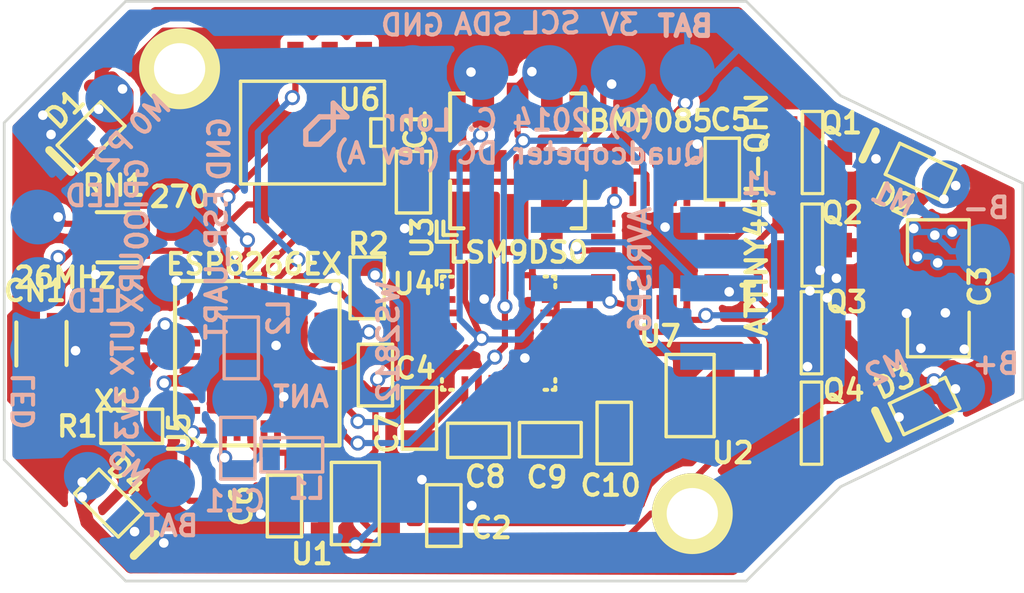
<source format=kicad_pcb>
(kicad_pcb (version 3) (host pcbnew "(2013-jul-07)-stable")

  (general
    (links 135)
    (no_connects 0)
    (area 109.62894 37.949999 150.552714 61.585686)
    (thickness 1.6)
    (drawings 31)
    (tracks 812)
    (zones 0)
    (modules 53)
    (nets 39)
  )

  (page User 177.8 152.4)
  (layers
    (15 F.Cu signal)
    (0 B.Cu signal)
    (16 B.Adhes user)
    (17 F.Adhes user)
    (18 B.Paste user)
    (19 F.Paste user)
    (20 B.SilkS user)
    (21 F.SilkS user)
    (22 B.Mask user)
    (23 F.Mask user)
    (24 Dwgs.User user)
    (25 Cmts.User user)
    (26 Eco1.User user)
    (27 Eco2.User user)
    (28 Edge.Cuts user)
  )

  (setup
    (last_trace_width 0.2286)
    (trace_clearance 0.2159)
    (zone_clearance 0.254)
    (zone_45_only no)
    (trace_min 0.01778)
    (segment_width 0.2)
    (edge_width 0.1)
    (via_size 0.5588)
    (via_drill 0.3556)
    (via_min_size 0.5588)
    (via_min_drill 0.2032)
    (uvia_size 0.508)
    (uvia_drill 0.127)
    (uvias_allowed no)
    (uvia_min_size 0.01778)
    (uvia_min_drill 0.127)
    (pcb_text_width 0.3)
    (pcb_text_size 1.5 1.5)
    (mod_edge_width 0.15)
    (mod_text_size 0.762 0.762)
    (mod_text_width 0.1524)
    (pad_size 1.1 0.25)
    (pad_drill 0)
    (pad_to_mask_clearance 0.0508)
    (pad_to_paste_clearance -0.0508)
    (aux_axis_origin 0 0)
    (visible_elements FFFFFFFF)
    (pcbplotparams
      (layerselection 284196865)
      (usegerberextensions true)
      (excludeedgelayer false)
      (linewidth 0.150000)
      (plotframeref false)
      (viasonmask false)
      (mode 1)
      (useauxorigin false)
      (hpglpennumber 1)
      (hpglpenspeed 20)
      (hpglpendiameter 15)
      (hpglpenoverlay 2)
      (psnegative false)
      (psa4output false)
      (plotreference true)
      (plotvalue true)
      (plotothertext true)
      (plotinvisibletext false)
      (padsonsilk false)
      (subtractmaskfromsilk false)
      (outputformat 1)
      (mirror false)
      (drillshape 0)
      (scaleselection 1)
      (outputdirectory quadv3))
  )

  (net 0 "")
  (net 1 +3.3V)
  (net 2 +3.3VP)
  (net 3 +BATT)
  (net 4 GND)
  (net 5 GP5)
  (net 6 GPIO0)
  (net 7 GPIO2)
  (net 8 M0P)
  (net 9 M1P)
  (net 10 M2P)
  (net 11 M3P)
  (net 12 MTR0)
  (net 13 MTR1)
  (net 14 MTR2)
  (net 15 MTR3)
  (net 16 N-000001)
  (net 17 N-0000013)
  (net 18 N-0000014)
  (net 19 N-0000016)
  (net 20 N-0000017)
  (net 21 N-0000018)
  (net 22 N-0000023)
  (net 23 N-0000026)
  (net 24 N-0000027)
  (net 25 N-0000029)
  (net 26 N-0000032)
  (net 27 N-000004)
  (net 28 N-0000047)
  (net 29 N-0000048)
  (net 30 N-000006)
  (net 31 N-0000061)
  (net 32 N-0000062)
  (net 33 N-0000063)
  (net 34 N-0000064)
  (net 35 SCL)
  (net 36 SDA)
  (net 37 URX)
  (net 38 UTX)

  (net_class Default "This is the default net class."
    (clearance 0.2159)
    (trace_width 0.2286)
    (via_dia 0.5588)
    (via_drill 0.3556)
    (uvia_dia 0.508)
    (uvia_drill 0.127)
    (add_net "")
    (add_net +3.3V)
    (add_net +3.3VP)
    (add_net +BATT)
    (add_net GND)
    (add_net GP5)
    (add_net GPIO0)
    (add_net GPIO2)
    (add_net MTR0)
    (add_net MTR1)
    (add_net MTR2)
    (add_net MTR3)
    (add_net N-000001)
    (add_net N-0000013)
    (add_net N-0000014)
    (add_net N-0000016)
    (add_net N-0000017)
    (add_net N-0000018)
    (add_net N-0000023)
    (add_net N-0000026)
    (add_net N-0000027)
    (add_net N-0000029)
    (add_net N-0000032)
    (add_net N-000004)
    (add_net N-0000047)
    (add_net N-0000048)
    (add_net N-000006)
    (add_net N-0000061)
    (add_net N-0000062)
    (add_net N-0000063)
    (add_net N-0000064)
    (add_net SCL)
    (add_net SDA)
    (add_net URX)
    (add_net UTX)
  )

  (net_class MP ""
    (clearance 0.2286)
    (trace_width 0.508)
    (via_dia 0.5588)
    (via_drill 0.3556)
    (uvia_dia 0.508)
    (uvia_drill 0.127)
    (add_net M0P)
    (add_net M1P)
    (add_net M2P)
    (add_net M3P)
  )

  (module LGA-24 (layer F.Cu) (tedit 54D42D88) (tstamp 54A25737)
    (at 130.8229 50.3081)
    (path /54A1A6C2)
    (fp_text reference U4 (at -3.159 -1.8264) (layer F.SilkS)
      (effects (font (size 0.762 0.762) (thickness 0.1524)))
    )
    (fp_text value LSM9DS0 (at 0.73132 -2.99552) (layer F.SilkS)
      (effects (font (size 0.762 0.762) (thickness 0.1524)))
    )
    (fp_line (start 2.1 1.8) (end 2.1 1.7) (layer F.SilkS) (width 0.15))
    (fp_line (start 1.8 2.1) (end 1.7 2.1) (layer F.SilkS) (width 0.15))
    (fp_line (start -1.8 2.1) (end -1.7 2.1) (layer F.SilkS) (width 0.15))
    (fp_line (start -2.1 1.8) (end -2.1 1.7) (layer F.SilkS) (width 0.15))
    (fp_line (start -2.1 -1.8) (end -2.1 -1.7) (layer F.SilkS) (width 0.15))
    (fp_line (start -1.8 -2.1) (end -1.7 -2.1) (layer F.SilkS) (width 0.15))
    (fp_line (start 1.8 -2.1) (end 1.7 -2.1) (layer F.SilkS) (width 0.15))
    (fp_line (start 2.1 -1.8) (end 2.1 -1.7) (layer F.SilkS) (width 0.15))
    (fp_line (start -1.8 -2.3) (end -2.3 -2.3) (layer F.SilkS) (width 0.15))
    (fp_line (start -2.3 -2.3) (end -2.3 -1.8) (layer F.SilkS) (width 0.15))
    (fp_line (start -2 2.1) (end -2.1 2.1) (layer F.SilkS) (width 0.15))
    (fp_line (start -2.1 2.1) (end -2.1 2) (layer F.SilkS) (width 0.15))
    (fp_line (start 2.1 2) (end 2.1 2.1) (layer F.SilkS) (width 0.15))
    (fp_line (start 2.1 2.1) (end 2 2.1) (layer F.SilkS) (width 0.15))
    (fp_line (start 2 -2.1) (end 2.1 -2.1) (layer F.SilkS) (width 0.15))
    (fp_line (start 2.1 -2.1) (end 2.1 -2) (layer F.SilkS) (width 0.15))
    (fp_line (start -2.1 -2) (end -2.1 -2.1) (layer F.SilkS) (width 0.15))
    (fp_line (start -2.1 -2.1) (end -2 -2.1) (layer F.SilkS) (width 0.15))
    (pad 1 smd rect (at -2.15 -1.25) (size 1.1 0.25)
      (layers F.Cu F.Paste F.Mask)
    )
    (pad 2 smd rect (at -2.1 -0.75) (size 1.1 0.25)
      (layers F.Cu F.Paste F.Mask)
    )
    (pad 3 smd rect (at -2.1 -0.25) (size 1.1 0.25)
      (layers F.Cu F.Paste F.Mask)
    )
    (pad 4 smd rect (at -2.1 0.25) (size 1.1 0.25)
      (layers F.Cu F.Paste F.Mask)
    )
    (pad 5 smd rect (at -2.1 0.75) (size 1.1 0.25)
      (layers F.Cu F.Paste F.Mask)
      (net 4 GND)
    )
    (pad 6 smd rect (at -2.15 1.25) (size 1.1 0.25)
      (layers F.Cu F.Paste F.Mask)
      (net 4 GND)
    )
    (pad 7 smd rect (at -1.25 2.15 90) (size 1.1 0.25)
      (layers F.Cu F.Paste F.Mask)
      (net 16 N-000001)
    )
    (pad 8 smd rect (at -0.75 2.1 90) (size 1.1 0.25)
      (layers F.Cu F.Paste F.Mask)
      (net 27 N-000004)
    )
    (pad 9 smd rect (at -0.25 2.1 90) (size 1.1 0.25)
      (layers F.Cu F.Paste F.Mask)
      (net 30 N-000006)
    )
    (pad 10 smd rect (at 0.25 2.1 90) (size 1.1 0.25)
      (layers F.Cu F.Paste F.Mask)
      (net 4 GND)
    )
    (pad 11 smd rect (at 0.75 2.1 90) (size 1.1 0.25)
      (layers F.Cu F.Paste F.Mask)
    )
    (pad 12 smd rect (at 1.25 2.15 90) (size 1.1 0.25)
      (layers F.Cu F.Paste F.Mask)
    )
    (pad 13 smd rect (at 2.15 1.25) (size 1.04 0.25)
      (layers F.Cu F.Paste F.Mask)
    )
    (pad 14 smd rect (at 2.1 0.75) (size 1.1 0.25)
      (layers F.Cu F.Paste F.Mask)
    )
    (pad 15 smd rect (at 2.1 0.25) (size 1.1 0.25)
      (layers F.Cu F.Paste F.Mask)
      (net 2 +3.3VP)
    )
    (pad 16 smd rect (at 2.1 -0.25) (size 1.1 0.25)
      (layers F.Cu F.Paste F.Mask)
      (net 2 +3.3VP)
    )
    (pad 17 smd rect (at 2.1 -0.75) (size 1.1 0.25)
      (layers F.Cu F.Paste F.Mask)
      (net 2 +3.3VP)
    )
    (pad 18 smd rect (at 2.15 -1.25) (size 1.1 0.25)
      (layers F.Cu F.Paste F.Mask)
      (net 2 +3.3VP)
    )
    (pad 19 smd rect (at 1.25 -2.15 90) (size 1.1 0.25)
      (layers F.Cu F.Paste F.Mask)
      (net 2 +3.3VP)
    )
    (pad 20 smd rect (at 0.75 -2.1 90) (size 1.1 0.25)
      (layers F.Cu F.Paste F.Mask)
      (net 2 +3.3VP)
    )
    (pad 21 smd rect (at 0.25 -2.1 90) (size 1.1 0.25)
      (layers F.Cu F.Paste F.Mask)
      (net 35 SCL)
    )
    (pad 22 smd rect (at -0.25 -2.1 90) (size 1.1 0.25)
      (layers F.Cu F.Paste F.Mask)
      (net 4 GND)
    )
    (pad 23 smd rect (at -0.75 -2.1 90) (size 1.1 0.25)
      (layers F.Cu F.Paste F.Mask)
      (net 4 GND)
    )
    (pad 24 smd rect (at -1.25 -2.15 90) (size 1.1 0.25)
      (layers F.Cu F.Paste F.Mask)
      (net 36 SDA)
    )
  )

  (module XTAL4P (layer F.Cu) (tedit 54D45DFC) (tstamp 54D42D43)
    (at 117.31752 49.43094 270)
    (path /54A196FB)
    (fp_text reference X1 (at 3.41122 0.75184 360) (layer F.SilkS)
      (effects (font (size 0.762 0.762) (thickness 0.1524)))
    )
    (fp_text value 26MHz (at -1.18094 2.56752 360) (layer F.SilkS)
      (effects (font (size 0.762 0.762) (thickness 0.1524)))
    )
    (pad 4 smd rect (at 0 0 270) (size 1.397 1.1938)
      (layers F.Cu F.Paste F.Mask)
      (net 4 GND)
    )
    (pad 1 smd rect (at 0 1.7018 270) (size 1.397 1.1938)
      (layers F.Cu F.Paste F.Mask)
      (net 18 N-0000014)
    )
    (pad 3 smd rect (at 2.286 1.7018 270) (size 1.397 1.1938)
      (layers F.Cu F.Paste F.Mask)
      (net 4 GND)
    )
    (pad 2 smd rect (at 2.286 0 270) (size 1.397 1.1938)
      (layers F.Cu F.Paste F.Mask)
      (net 17 N-0000013)
    )
  )

  (module SOT23GDS (layer F.Cu) (tedit 54D38F9A) (tstamp 54D386EF)
    (at 142.4432 47.0408 90)
    (descr "Module CMS SOT23 Transistore EBC")
    (tags "CMS SOT")
    (path /54A1CC49)
    (attr smd)
    (fp_text reference Q2 (at 1.1938 1.1176 180) (layer F.SilkS)
      (effects (font (size 0.762 0.762) (thickness 0.1524)))
    )
    (fp_text value 7A_20V (at 0 0 90) (layer F.SilkS) hide
      (effects (font (size 0.762 0.762) (thickness 0.1524)))
    )
    (fp_line (start -1.524 -0.381) (end 1.524 -0.381) (layer F.SilkS) (width 0.11938))
    (fp_line (start 1.524 -0.381) (end 1.524 0.381) (layer F.SilkS) (width 0.11938))
    (fp_line (start 1.524 0.381) (end -1.524 0.381) (layer F.SilkS) (width 0.11938))
    (fp_line (start -1.524 0.381) (end -1.524 -0.381) (layer F.SilkS) (width 0.11938))
    (pad S smd rect (at -0.889 -1.016 90) (size 0.9144 0.9144)
      (layers F.Cu F.Paste F.Mask)
      (net 4 GND)
    )
    (pad G smd rect (at 0.889 -1.016 90) (size 0.9144 0.9144)
      (layers F.Cu F.Paste F.Mask)
      (net 13 MTR1)
    )
    (pad D smd rect (at 0 1.016 90) (size 0.9144 0.9144)
      (layers F.Cu F.Paste F.Mask)
      (net 9 M1P)
    )
    (model smd/cms_sot23.wrl
      (at (xyz 0 0 0))
      (scale (xyz 0.13 0.15 0.15))
      (rotate (xyz 0 0 0))
    )
  )

  (module SOT23GDS (layer F.Cu) (tedit 54D38F9F) (tstamp 54A255A8)
    (at 142.45336 43.60672 90)
    (descr "Module CMS SOT23 Transistore EBC")
    (tags "CMS SOT")
    (path /54A1CC26)
    (attr smd)
    (fp_text reference Q1 (at 1.08712 1.06934 180) (layer F.SilkS)
      (effects (font (size 0.762 0.762) (thickness 0.1524)))
    )
    (fp_text value 7A_20V (at 0 0 90) (layer F.SilkS) hide
      (effects (font (size 0.762 0.762) (thickness 0.1524)))
    )
    (fp_line (start -1.524 -0.381) (end 1.524 -0.381) (layer F.SilkS) (width 0.11938))
    (fp_line (start 1.524 -0.381) (end 1.524 0.381) (layer F.SilkS) (width 0.11938))
    (fp_line (start 1.524 0.381) (end -1.524 0.381) (layer F.SilkS) (width 0.11938))
    (fp_line (start -1.524 0.381) (end -1.524 -0.381) (layer F.SilkS) (width 0.11938))
    (pad S smd rect (at -0.889 -1.016 90) (size 0.9144 0.9144)
      (layers F.Cu F.Paste F.Mask)
      (net 4 GND)
    )
    (pad G smd rect (at 0.889 -1.016 90) (size 0.9144 0.9144)
      (layers F.Cu F.Paste F.Mask)
      (net 12 MTR0)
    )
    (pad D smd rect (at 0 1.016 90) (size 0.9144 0.9144)
      (layers F.Cu F.Paste F.Mask)
      (net 8 M0P)
    )
    (model smd/cms_sot23.wrl
      (at (xyz 0 0 0))
      (scale (xyz 0.13 0.15 0.15))
      (rotate (xyz 0 0 0))
    )
  )

  (module SOT23GDS (layer F.Cu) (tedit 54D38FA4) (tstamp 54D386E3)
    (at 142.4178 50.292 90)
    (descr "Module CMS SOT23 Transistore EBC")
    (tags "CMS SOT")
    (path /54A1CC7A)
    (attr smd)
    (fp_text reference Q3 (at 1.143 1.2954 180) (layer F.SilkS)
      (effects (font (size 0.762 0.762) (thickness 0.1524)))
    )
    (fp_text value 7A_20V (at 0 0 90) (layer F.SilkS) hide
      (effects (font (size 0.762 0.762) (thickness 0.1524)))
    )
    (fp_line (start -1.524 -0.381) (end 1.524 -0.381) (layer F.SilkS) (width 0.11938))
    (fp_line (start 1.524 -0.381) (end 1.524 0.381) (layer F.SilkS) (width 0.11938))
    (fp_line (start 1.524 0.381) (end -1.524 0.381) (layer F.SilkS) (width 0.11938))
    (fp_line (start -1.524 0.381) (end -1.524 -0.381) (layer F.SilkS) (width 0.11938))
    (pad S smd rect (at -0.889 -1.016 90) (size 0.9144 0.9144)
      (layers F.Cu F.Paste F.Mask)
      (net 4 GND)
    )
    (pad G smd rect (at 0.889 -1.016 90) (size 0.9144 0.9144)
      (layers F.Cu F.Paste F.Mask)
      (net 14 MTR2)
    )
    (pad D smd rect (at 0 1.016 90) (size 0.9144 0.9144)
      (layers F.Cu F.Paste F.Mask)
      (net 10 M2P)
    )
    (model smd/cms_sot23.wrl
      (at (xyz 0 0 0))
      (scale (xyz 0.13 0.15 0.15))
      (rotate (xyz 0 0 0))
    )
  )

  (module SOT23GDS (layer F.Cu) (tedit 54D38F98) (tstamp 54D386D7)
    (at 142.4178 53.6448 90)
    (descr "Module CMS SOT23 Transistore EBC")
    (tags "CMS SOT")
    (path /54A1CC80)
    (attr smd)
    (fp_text reference Q4 (at 1.2192 1.1938 180) (layer F.SilkS)
      (effects (font (size 0.762 0.762) (thickness 0.1524)))
    )
    (fp_text value 7A_20V (at 0 0 90) (layer F.SilkS) hide
      (effects (font (size 0.762 0.762) (thickness 0.1524)))
    )
    (fp_line (start -1.524 -0.381) (end 1.524 -0.381) (layer F.SilkS) (width 0.11938))
    (fp_line (start 1.524 -0.381) (end 1.524 0.381) (layer F.SilkS) (width 0.11938))
    (fp_line (start 1.524 0.381) (end -1.524 0.381) (layer F.SilkS) (width 0.11938))
    (fp_line (start -1.524 0.381) (end -1.524 -0.381) (layer F.SilkS) (width 0.11938))
    (pad S smd rect (at -0.889 -1.016 90) (size 0.9144 0.9144)
      (layers F.Cu F.Paste F.Mask)
      (net 4 GND)
    )
    (pad G smd rect (at 0.889 -1.016 90) (size 0.9144 0.9144)
      (layers F.Cu F.Paste F.Mask)
      (net 15 MTR3)
    )
    (pad D smd rect (at 0 1.016 90) (size 0.9144 0.9144)
      (layers F.Cu F.Paste F.Mask)
      (net 11 M3P)
    )
    (model smd/cms_sot23.wrl
      (at (xyz 0 0 0))
      (scale (xyz 0.13 0.15 0.15))
      (rotate (xyz 0 0 0))
    )
  )

  (module SOT23-5 (layer F.Cu) (tedit 54D446B3) (tstamp 54D44403)
    (at 137.9197 52.6205 90)
    (path /54A1BF25)
    (attr smd)
    (fp_text reference U2 (at -2.1295 1.5803 180) (layer F.SilkS)
      (effects (font (size 0.762 0.762) (thickness 0.1524)))
    )
    (fp_text value MCP1824/3.0 (at 0 0 90) (layer F.SilkS) hide
      (effects (font (size 0.762 0.762) (thickness 0.1524)))
    )
    (fp_line (start 1.524 -0.889) (end 1.524 0.889) (layer F.SilkS) (width 0.127))
    (fp_line (start 1.524 0.889) (end -1.524 0.889) (layer F.SilkS) (width 0.127))
    (fp_line (start -1.524 0.889) (end -1.524 -0.889) (layer F.SilkS) (width 0.127))
    (fp_line (start -1.524 -0.889) (end 1.524 -0.889) (layer F.SilkS) (width 0.127))
    (pad 1 smd rect (at -0.9525 1.27 90) (size 0.508 0.762)
      (layers F.Cu F.Paste F.Mask)
      (net 3 +BATT)
    )
    (pad 3 smd rect (at 0.9525 1.27 90) (size 0.508 0.762)
      (layers F.Cu F.Paste F.Mask)
      (net 3 +BATT)
    )
    (pad 5 smd rect (at -0.9525 -1.27 90) (size 0.508 0.762)
      (layers F.Cu F.Paste F.Mask)
      (net 2 +3.3VP)
    )
    (pad 2 smd rect (at 0 1.27 90) (size 0.508 0.762)
      (layers F.Cu F.Paste F.Mask)
      (net 4 GND)
    )
    (pad 4 smd rect (at 0.9525 -1.27 90) (size 0.508 0.762)
      (layers F.Cu F.Paste F.Mask)
    )
    (model smd/SOT23_5.wrl
      (at (xyz 0 0 0))
      (scale (xyz 0.1 0.1 0.1))
      (rotate (xyz 0 0 0))
    )
  )

  (module SOT23-5 (layer F.Cu) (tedit 552D5017) (tstamp 54A255D8)
    (at 125.5141 56.62422 90)
    (path /54A1AD3D)
    (attr smd)
    (fp_text reference U1 (at -1.87198 -1.6129 180) (layer F.SilkS)
      (effects (font (size 0.762 0.762) (thickness 0.1524)))
    )
    (fp_text value MCP1824/3.0 (at -2.12598 3.1877 180) (layer F.SilkS) hide
      (effects (font (size 0.762 0.762) (thickness 0.1524)))
    )
    (fp_line (start 1.524 -0.889) (end 1.524 0.889) (layer F.SilkS) (width 0.127))
    (fp_line (start 1.524 0.889) (end -1.524 0.889) (layer F.SilkS) (width 0.127))
    (fp_line (start -1.524 0.889) (end -1.524 -0.889) (layer F.SilkS) (width 0.127))
    (fp_line (start -1.524 -0.889) (end 1.524 -0.889) (layer F.SilkS) (width 0.127))
    (pad 1 smd rect (at -0.9525 1.27 90) (size 0.508 0.762)
      (layers F.Cu F.Paste F.Mask)
      (net 3 +BATT)
    )
    (pad 3 smd rect (at 0.9525 1.27 90) (size 0.508 0.762)
      (layers F.Cu F.Paste F.Mask)
      (net 3 +BATT)
    )
    (pad 5 smd rect (at -0.9525 -1.27 90) (size 0.508 0.762)
      (layers F.Cu F.Paste F.Mask)
      (net 1 +3.3V)
    )
    (pad 2 smd rect (at 0 1.27 90) (size 0.508 0.762)
      (layers F.Cu F.Paste F.Mask)
      (net 4 GND)
    )
    (pad 4 smd rect (at 0.9525 -1.27 90) (size 0.508 0.762)
      (layers F.Cu F.Paste F.Mask)
    )
    (model smd/SOT23_5.wrl
      (at (xyz 0 0 0))
      (scale (xyz 0.1 0.1 0.1))
      (rotate (xyz 0 0 0))
    )
  )

  (module SO8E (layer F.Cu) (tedit 54D390E3) (tstamp 54A255EC)
    (at 123.9266 42.86758 180)
    (descr "module CMS SOJ 8 pins etroit")
    (tags "CMS SOJ")
    (path /54A19351)
    (attr smd)
    (fp_text reference U6 (at -1.7421 1.2237 180) (layer F.SilkS)
      (effects (font (size 0.762 0.762) (thickness 0.1524)))
    )
    (fp_text value W25Q80DV (at -0.38356 0.189 180) (layer F.SilkS) hide
      (effects (font (size 0.762 0.762) (thickness 0.1524)))
    )
    (fp_line (start -2.667 1.778) (end -2.667 1.905) (layer F.SilkS) (width 0.127))
    (fp_line (start -2.667 1.905) (end 2.667 1.905) (layer F.SilkS) (width 0.127))
    (fp_line (start 2.667 -1.905) (end -2.667 -1.905) (layer F.SilkS) (width 0.127))
    (fp_line (start -2.667 -1.905) (end -2.667 1.778) (layer F.SilkS) (width 0.127))
    (fp_line (start -2.667 -0.508) (end -2.159 -0.508) (layer F.SilkS) (width 0.127))
    (fp_line (start -2.159 -0.508) (end -2.159 0.508) (layer F.SilkS) (width 0.127))
    (fp_line (start -2.159 0.508) (end -2.667 0.508) (layer F.SilkS) (width 0.127))
    (fp_line (start 2.667 -1.905) (end 2.667 1.905) (layer F.SilkS) (width 0.127))
    (pad 8 smd rect (at -1.905 -2.667 180) (size 0.59944 1.39954)
      (layers F.Cu F.Paste F.Mask)
      (net 1 +3.3V)
    )
    (pad 1 smd rect (at -1.905 2.667 180) (size 0.59944 1.39954)
      (layers F.Cu F.Paste F.Mask)
      (net 33 N-0000063)
    )
    (pad 7 smd rect (at -0.635 -2.667 180) (size 0.59944 1.39954)
      (layers F.Cu F.Paste F.Mask)
      (net 32 N-0000062)
    )
    (pad 6 smd rect (at 0.635 -2.667 180) (size 0.59944 1.39954)
      (layers F.Cu F.Paste F.Mask)
      (net 34 N-0000064)
    )
    (pad 5 smd rect (at 1.905 -2.667 180) (size 0.59944 1.39954)
      (layers F.Cu F.Paste F.Mask)
      (net 29 N-0000048)
    )
    (pad 2 smd rect (at -0.635 2.667 180) (size 0.59944 1.39954)
      (layers F.Cu F.Paste F.Mask)
      (net 28 N-0000047)
    )
    (pad 3 smd rect (at 0.635 2.667 180) (size 0.59944 1.39954)
      (layers F.Cu F.Paste F.Mask)
      (net 31 N-0000061)
    )
    (pad 4 smd rect (at 1.905 2.667 180) (size 0.59944 1.39954)
      (layers F.Cu F.Paste F.Mask)
      (net 4 GND)
    )
    (model smd/cms_so8.wrl
      (at (xyz 0 0 0))
      (scale (xyz 0.5 0.32 0.5))
      (rotate (xyz 0 0 0))
    )
  )

  (module SM1206 (layer F.Cu) (tedit 54A2F60C) (tstamp 54A255F8)
    (at 147.1168 48.641 90)
    (path /54A1B79D)
    (attr smd)
    (fp_text reference C3 (at 0.071 1.5352 90) (layer F.SilkS)
      (effects (font (size 0.762 0.762) (thickness 0.1524)))
    )
    (fp_text value 100uF (at 0 0 90) (layer F.SilkS) hide
      (effects (font (size 0.762 0.762) (thickness 0.1524)))
    )
    (fp_line (start -2.54 -1.143) (end -2.54 1.143) (layer F.SilkS) (width 0.127))
    (fp_line (start -2.54 1.143) (end -0.889 1.143) (layer F.SilkS) (width 0.127))
    (fp_line (start 0.889 -1.143) (end 2.54 -1.143) (layer F.SilkS) (width 0.127))
    (fp_line (start 2.54 -1.143) (end 2.54 1.143) (layer F.SilkS) (width 0.127))
    (fp_line (start 2.54 1.143) (end 0.889 1.143) (layer F.SilkS) (width 0.127))
    (fp_line (start -0.889 -1.143) (end -2.54 -1.143) (layer F.SilkS) (width 0.127))
    (pad 1 smd rect (at -1.651 0 90) (size 1.524 2.032)
      (layers F.Cu F.Paste F.Mask)
      (net 3 +BATT)
    )
    (pad 2 smd rect (at 1.651 0 90) (size 1.524 2.032)
      (layers F.Cu F.Paste F.Mask)
      (net 4 GND)
    )
    (model smd/chip_cms.wrl
      (at (xyz 0 0 0))
      (scale (xyz 0.17 0.16 0.16))
      (rotate (xyz 0 0 0))
    )
  )

  (module SM0603 (layer B.Cu) (tedit 54D463FB) (tstamp 54A2F4B1)
    (at 121.285 50.85334 90)
    (path /54A24CA4)
    (attr smd)
    (fp_text reference L2 (at 1.12014 1.38176 90) (layer B.SilkS)
      (effects (font (size 0.762 0.762) (thickness 0.1524)) (justify mirror))
    )
    (fp_text value NP (at 0 0 90) (layer B.SilkS) hide
      (effects (font (size 0.762 0.762) (thickness 0.1524)) (justify mirror))
    )
    (fp_line (start -1.143 0.635) (end 1.143 0.635) (layer B.SilkS) (width 0.127))
    (fp_line (start 1.143 0.635) (end 1.143 -0.635) (layer B.SilkS) (width 0.127))
    (fp_line (start 1.143 -0.635) (end -1.143 -0.635) (layer B.SilkS) (width 0.127))
    (fp_line (start -1.143 -0.635) (end -1.143 0.635) (layer B.SilkS) (width 0.127))
    (pad 1 smd rect (at -0.762 0 90) (size 0.635 1.143)
      (layers B.Cu B.Paste B.Mask)
      (net 26 N-0000032)
    )
    (pad 2 smd rect (at 0.762 0 90) (size 0.635 1.143)
      (layers B.Cu B.Paste B.Mask)
      (net 4 GND)
    )
    (model smd\resistors\R0603.wrl
      (at (xyz 0 0 0.001))
      (scale (xyz 0.5 0.5 0.5))
      (rotate (xyz 0 0 0))
    )
  )

  (module SM0603 (layer F.Cu) (tedit 54D42D77) (tstamp 54A2562C)
    (at 130.0763 54.2825 180)
    (path /54A1C074)
    (attr smd)
    (fp_text reference C8 (at -0.2511 -1.3435 180) (layer F.SilkS)
      (effects (font (size 0.762 0.762) (thickness 0.1524)))
    )
    (fp_text value .22uF (at 0 0 180) (layer F.SilkS) hide
      (effects (font (size 0.762 0.762) (thickness 0.1524)))
    )
    (fp_line (start -1.143 -0.635) (end 1.143 -0.635) (layer F.SilkS) (width 0.127))
    (fp_line (start 1.143 -0.635) (end 1.143 0.635) (layer F.SilkS) (width 0.127))
    (fp_line (start 1.143 0.635) (end -1.143 0.635) (layer F.SilkS) (width 0.127))
    (fp_line (start -1.143 0.635) (end -1.143 -0.635) (layer F.SilkS) (width 0.127))
    (pad 1 smd rect (at -0.762 0 180) (size 0.635 1.143)
      (layers F.Cu F.Paste F.Mask)
      (net 30 N-000006)
    )
    (pad 2 smd rect (at 0.762 0 180) (size 0.635 1.143)
      (layers F.Cu F.Paste F.Mask)
      (net 27 N-000004)
    )
    (model smd\resistors\R0603.wrl
      (at (xyz 0 0 0.001))
      (scale (xyz 0.5 0.5 0.5))
      (rotate (xyz 0 0 0))
    )
  )

  (module SM0603 (layer F.Cu) (tedit 54D42D73) (tstamp 54A25636)
    (at 135.1056 54.0128 270)
    (path /54A1BB6C)
    (attr smd)
    (fp_text reference C10 (at 1.9434 0.13 360) (layer F.SilkS)
      (effects (font (size 0.762 0.762) (thickness 0.1524)))
    )
    (fp_text value .1u (at 0 0 270) (layer F.SilkS) hide
      (effects (font (size 0.762 0.762) (thickness 0.1524)))
    )
    (fp_line (start -1.143 -0.635) (end 1.143 -0.635) (layer F.SilkS) (width 0.127))
    (fp_line (start 1.143 -0.635) (end 1.143 0.635) (layer F.SilkS) (width 0.127))
    (fp_line (start 1.143 0.635) (end -1.143 0.635) (layer F.SilkS) (width 0.127))
    (fp_line (start -1.143 0.635) (end -1.143 -0.635) (layer F.SilkS) (width 0.127))
    (pad 1 smd rect (at -0.762 0 270) (size 0.635 1.143)
      (layers F.Cu F.Paste F.Mask)
      (net 2 +3.3VP)
    )
    (pad 2 smd rect (at 0.762 0 270) (size 0.635 1.143)
      (layers F.Cu F.Paste F.Mask)
      (net 4 GND)
    )
    (model smd\resistors\R0603.wrl
      (at (xyz 0 0 0.001))
      (scale (xyz 0.5 0.5 0.5))
      (rotate (xyz 0 0 0))
    )
  )

  (module SM0603 (layer F.Cu) (tedit 54D42D45) (tstamp 54A25640)
    (at 127.889 53.467 90)
    (path /54A1B986)
    (attr smd)
    (fp_text reference C7 (at -0.5588 -1.1938 90) (layer F.SilkS)
      (effects (font (size 0.762 0.762) (thickness 0.1524)))
    )
    (fp_text value 4.7uF (at 0 0 90) (layer F.SilkS) hide
      (effects (font (size 0.762 0.762) (thickness 0.1524)))
    )
    (fp_line (start -1.143 -0.635) (end 1.143 -0.635) (layer F.SilkS) (width 0.127))
    (fp_line (start 1.143 -0.635) (end 1.143 0.635) (layer F.SilkS) (width 0.127))
    (fp_line (start 1.143 0.635) (end -1.143 0.635) (layer F.SilkS) (width 0.127))
    (fp_line (start -1.143 0.635) (end -1.143 -0.635) (layer F.SilkS) (width 0.127))
    (pad 1 smd rect (at -0.762 0 90) (size 0.635 1.143)
      (layers F.Cu F.Paste F.Mask)
      (net 16 N-000001)
    )
    (pad 2 smd rect (at 0.762 0 90) (size 0.635 1.143)
      (layers F.Cu F.Paste F.Mask)
      (net 4 GND)
    )
    (model smd\resistors\R0603.wrl
      (at (xyz 0 0 0.001))
      (scale (xyz 0.5 0.5 0.5))
      (rotate (xyz 0 0 0))
    )
  )

  (module SM0603 (layer F.Cu) (tedit 54A2F2D3) (tstamp 54A25654)
    (at 127.6668 44.7062 90)
    (path /54A1CC50)
    (attr smd)
    (fp_text reference C1 (at 1.951 0.0746 90) (layer F.SilkS)
      (effects (font (size 0.762 0.762) (thickness 0.1524)))
    )
    (fp_text value .1u (at 0 0 90) (layer F.SilkS) hide
      (effects (font (size 0.762 0.762) (thickness 0.1524)))
    )
    (fp_line (start -1.143 -0.635) (end 1.143 -0.635) (layer F.SilkS) (width 0.127))
    (fp_line (start 1.143 -0.635) (end 1.143 0.635) (layer F.SilkS) (width 0.127))
    (fp_line (start 1.143 0.635) (end -1.143 0.635) (layer F.SilkS) (width 0.127))
    (fp_line (start -1.143 0.635) (end -1.143 -0.635) (layer F.SilkS) (width 0.127))
    (pad 1 smd rect (at -0.762 0 90) (size 0.635 1.143)
      (layers F.Cu F.Paste F.Mask)
      (net 4 GND)
    )
    (pad 2 smd rect (at 0.762 0 90) (size 0.635 1.143)
      (layers F.Cu F.Paste F.Mask)
      (net 2 +3.3VP)
    )
    (model smd\resistors\R0603.wrl
      (at (xyz 0 0 0.001))
      (scale (xyz 0.5 0.5 0.5))
      (rotate (xyz 0 0 0))
    )
  )

  (module SM0603 (layer F.Cu) (tedit 54D42D96) (tstamp 54A2565E)
    (at 139.11072 44.21886 270)
    (path /54A21727)
    (attr smd)
    (fp_text reference C5 (at -1.82626 -0.30988 360) (layer F.SilkS)
      (effects (font (size 0.762 0.762) (thickness 0.1524)))
    )
    (fp_text value 1u (at 0 0 270) (layer F.SilkS) hide
      (effects (font (size 0.762 0.762) (thickness 0.1524)))
    )
    (fp_line (start -1.143 -0.635) (end 1.143 -0.635) (layer F.SilkS) (width 0.127))
    (fp_line (start 1.143 -0.635) (end 1.143 0.635) (layer F.SilkS) (width 0.127))
    (fp_line (start 1.143 0.635) (end -1.143 0.635) (layer F.SilkS) (width 0.127))
    (fp_line (start -1.143 0.635) (end -1.143 -0.635) (layer F.SilkS) (width 0.127))
    (pad 1 smd rect (at -0.762 0 270) (size 0.635 1.143)
      (layers F.Cu F.Paste F.Mask)
      (net 4 GND)
    )
    (pad 2 smd rect (at 0.762 0 270) (size 0.635 1.143)
      (layers F.Cu F.Paste F.Mask)
      (net 22 N-0000023)
    )
    (model smd\resistors\R0603.wrl
      (at (xyz 0 0 0.001))
      (scale (xyz 0.5 0.5 0.5))
      (rotate (xyz 0 0 0))
    )
  )

  (module SM0603 (layer F.Cu) (tedit 54D42D79) (tstamp 54A25668)
    (at 132.7395 54.2566 180)
    (path /54A1BF47)
    (attr smd)
    (fp_text reference C9 (at 0.1261 -1.3948 180) (layer F.SilkS)
      (effects (font (size 0.762 0.762) (thickness 0.1524)))
    )
    (fp_text value 10uF (at 0 0 180) (layer F.SilkS) hide
      (effects (font (size 0.762 0.762) (thickness 0.1524)))
    )
    (fp_line (start -1.143 -0.635) (end 1.143 -0.635) (layer F.SilkS) (width 0.127))
    (fp_line (start 1.143 -0.635) (end 1.143 0.635) (layer F.SilkS) (width 0.127))
    (fp_line (start 1.143 0.635) (end -1.143 0.635) (layer F.SilkS) (width 0.127))
    (fp_line (start -1.143 0.635) (end -1.143 -0.635) (layer F.SilkS) (width 0.127))
    (pad 1 smd rect (at -0.762 0 180) (size 0.635 1.143)
      (layers F.Cu F.Paste F.Mask)
      (net 2 +3.3VP)
    )
    (pad 2 smd rect (at 0.762 0 180) (size 0.635 1.143)
      (layers F.Cu F.Paste F.Mask)
      (net 4 GND)
    )
    (model smd\resistors\R0603.wrl
      (at (xyz 0 0 0.001))
      (scale (xyz 0.5 0.5 0.5))
      (rotate (xyz 0 0 0))
    )
  )

  (module SM0603 (layer B.Cu) (tedit 54D4640B) (tstamp 54D42CF6)
    (at 123.15952 54.81828)
    (path /54A24F6F)
    (attr smd)
    (fp_text reference L1 (at 0.55626 1.25476) (layer B.SilkS)
      (effects (font (size 0.762 0.762) (thickness 0.1524)) (justify mirror))
    )
    (fp_text value NP (at 0 0) (layer B.SilkS) hide
      (effects (font (size 0.762 0.762) (thickness 0.1524)) (justify mirror))
    )
    (fp_line (start -1.143 0.635) (end 1.143 0.635) (layer B.SilkS) (width 0.127))
    (fp_line (start 1.143 0.635) (end 1.143 -0.635) (layer B.SilkS) (width 0.127))
    (fp_line (start 1.143 -0.635) (end -1.143 -0.635) (layer B.SilkS) (width 0.127))
    (fp_line (start -1.143 -0.635) (end -1.143 0.635) (layer B.SilkS) (width 0.127))
    (pad 1 smd rect (at -0.762 0) (size 0.635 1.143)
      (layers B.Cu B.Paste B.Mask)
      (net 25 N-0000029)
    )
    (pad 2 smd rect (at 0.762 0) (size 0.635 1.143)
      (layers B.Cu B.Paste B.Mask)
      (net 4 GND)
    )
    (model smd\resistors\R0603.wrl
      (at (xyz 0 0 0.001))
      (scale (xyz 0.5 0.5 0.5))
      (rotate (xyz 0 0 0))
    )
  )

  (module SM0603 (layer F.Cu) (tedit 54D42D41) (tstamp 54A2567C)
    (at 126.25578 51.86172 90)
    (path /54A1B797)
    (attr smd)
    (fp_text reference C4 (at 0.24892 1.48082 180) (layer F.SilkS)
      (effects (font (size 0.762 0.762) (thickness 0.1524)))
    )
    (fp_text value 10uF (at 0 0 90) (layer F.SilkS) hide
      (effects (font (size 0.762 0.762) (thickness 0.1524)))
    )
    (fp_line (start -1.143 -0.635) (end 1.143 -0.635) (layer F.SilkS) (width 0.127))
    (fp_line (start 1.143 -0.635) (end 1.143 0.635) (layer F.SilkS) (width 0.127))
    (fp_line (start 1.143 0.635) (end -1.143 0.635) (layer F.SilkS) (width 0.127))
    (fp_line (start -1.143 0.635) (end -1.143 -0.635) (layer F.SilkS) (width 0.127))
    (pad 1 smd rect (at -0.762 0 90) (size 0.635 1.143)
      (layers F.Cu F.Paste F.Mask)
      (net 1 +3.3V)
    )
    (pad 2 smd rect (at 0.762 0 90) (size 0.635 1.143)
      (layers F.Cu F.Paste F.Mask)
      (net 4 GND)
    )
    (model smd\resistors\R0603.wrl
      (at (xyz 0 0 0.001))
      (scale (xyz 0.5 0.5 0.5))
      (rotate (xyz 0 0 0))
    )
  )

  (module SM0603 (layer F.Cu) (tedit 54D42D4D) (tstamp 54A25686)
    (at 128.79324 57.07126 90)
    (path /54A1B774)
    (attr smd)
    (fp_text reference C2 (at -0.45974 1.76276 180) (layer F.SilkS)
      (effects (font (size 0.762 0.762) (thickness 0.1524)))
    )
    (fp_text value 10uF (at 0 0 90) (layer F.SilkS) hide
      (effects (font (size 0.762 0.762) (thickness 0.1524)))
    )
    (fp_line (start -1.143 -0.635) (end 1.143 -0.635) (layer F.SilkS) (width 0.127))
    (fp_line (start 1.143 -0.635) (end 1.143 0.635) (layer F.SilkS) (width 0.127))
    (fp_line (start 1.143 0.635) (end -1.143 0.635) (layer F.SilkS) (width 0.127))
    (fp_line (start -1.143 0.635) (end -1.143 -0.635) (layer F.SilkS) (width 0.127))
    (pad 1 smd rect (at -0.762 0 90) (size 0.635 1.143)
      (layers F.Cu F.Paste F.Mask)
      (net 3 +BATT)
    )
    (pad 2 smd rect (at 0.762 0 90) (size 0.635 1.143)
      (layers F.Cu F.Paste F.Mask)
      (net 4 GND)
    )
    (model smd\resistors\R0603.wrl
      (at (xyz 0 0 0.001))
      (scale (xyz 0.5 0.5 0.5))
      (rotate (xyz 0 0 0))
    )
  )

  (module SM0603 (layer B.Cu) (tedit 54D46406) (tstamp 54D42D1E)
    (at 121.158 54.57444 90)
    (path /54A249DB)
    (attr smd)
    (fp_text reference C11 (at -1.96596 -0.11176 180) (layer B.SilkS)
      (effects (font (size 0.762 0.762) (thickness 0.1524)) (justify mirror))
    )
    (fp_text value 5.6pF (at 0 0 90) (layer B.SilkS) hide
      (effects (font (size 0.762 0.762) (thickness 0.1524)) (justify mirror))
    )
    (fp_line (start -1.143 0.635) (end 1.143 0.635) (layer B.SilkS) (width 0.127))
    (fp_line (start 1.143 0.635) (end 1.143 -0.635) (layer B.SilkS) (width 0.127))
    (fp_line (start 1.143 -0.635) (end -1.143 -0.635) (layer B.SilkS) (width 0.127))
    (fp_line (start -1.143 -0.635) (end -1.143 0.635) (layer B.SilkS) (width 0.127))
    (pad 1 smd rect (at -0.762 0 90) (size 0.635 1.143)
      (layers B.Cu B.Paste B.Mask)
      (net 25 N-0000029)
    )
    (pad 2 smd rect (at 0.762 0 90) (size 0.635 1.143)
      (layers B.Cu B.Paste B.Mask)
      (net 26 N-0000032)
    )
    (model smd\resistors\R0603.wrl
      (at (xyz 0 0 0.001))
      (scale (xyz 0.5 0.5 0.5))
      (rotate (xyz 0 0 0))
    )
  )

  (module RIBBON6SMT (layer B.Cu) (tedit 54D42B8C) (tstamp 54A256B2)
    (at 133.5278 46.10354 270)
    (path /54D2B64E)
    (fp_text reference J1 (at -1.33604 -6.9469 360) (layer B.SilkS)
      (effects (font (size 0.762 0.762) (thickness 0.1524)) (justify mirror))
    )
    (fp_text value AVRISP6 (at 1.85166 -2.54 270) (layer B.SilkS)
      (effects (font (size 0.762 0.762) (thickness 0.1524)) (justify mirror))
    )
    (pad 2 smd rect (at 0 0 270) (size 0.9652 3.0226)
      (layers B.Cu B.Paste B.Mask)
      (net 3 +BATT)
    )
    (pad 4 smd rect (at 2.54 0 270) (size 0.9652 3.0226)
      (layers B.Cu B.Paste B.Mask)
      (net 36 SDA)
    )
    (pad 6 smd rect (at 5.08 0 270) (size 0.9652 3.0226)
      (layers B.Cu B.Paste B.Mask)
      (net 4 GND)
    )
    (pad 1 smd rect (at 0 -5.5372 270) (size 0.9652 3.0226)
      (layers B.Cu B.Paste B.Mask)
      (net 21 N-0000018)
    )
    (pad 3 smd rect (at 2.54 -5.5372 270) (size 0.9652 3.0226)
      (layers B.Cu B.Paste B.Mask)
      (net 35 SCL)
    )
    (pad 5 smd rect (at 5.08 -5.5372 270) (size 0.9652 3.0226)
      (layers B.Cu B.Paste B.Mask)
      (net 20 N-0000017)
    )
  )

  (module QFN32 (layer F.Cu) (tedit 54D44678) (tstamp 54D44445)
    (at 121.8797 51.4212 90)
    (descr "Support CMS Plcc 32 pins")
    (tags "CMS Plcc")
    (path /54A176B1)
    (attr smd)
    (fp_text reference U5 (at -2.59444 -2.89594 90) (layer F.SilkS)
      (effects (font (size 0.762 0.762) (thickness 0.1524)))
    )
    (fp_text value ESP8266EX (at 3.6712 -0.1297 180) (layer F.SilkS)
      (effects (font (size 0.762 0.762) (thickness 0.1524)))
    )
    (fp_line (start -2.0955 -3.048) (end 2.0955 -3.048) (layer F.SilkS) (width 0.1524))
    (fp_line (start 2.0955 -3.048) (end 3.048 -3.048) (layer F.SilkS) (width 0.1524))
    (fp_line (start 3.048 -3.048) (end 3.048 3.048) (layer F.SilkS) (width 0.1524))
    (fp_line (start 3.048 3.048) (end -3.048 3.048) (layer F.SilkS) (width 0.1524))
    (fp_line (start -3.048 3.048) (end -3.048 -2.0955) (layer F.SilkS) (width 0.1524))
    (fp_line (start -3.048 -2.0955) (end -2.0955 -3.048) (layer F.SilkS) (width 0.1524))
    (pad 31 smd rect (at -1.24968 -2.49936 90) (size 0.254 0.762)
      (layers F.Cu F.Paste F.Mask)
      (net 19 N-0000016)
    )
    (pad 30 smd rect (at -0.7493 -2.49936 90) (size 0.254 0.762)
      (layers F.Cu F.Paste F.Mask)
      (net 1 +3.3V)
    )
    (pad 29 smd rect (at -0.24892 -2.49936 90) (size 0.254 0.762)
      (layers F.Cu F.Paste F.Mask)
      (net 1 +3.3V)
    )
    (pad 32 smd rect (at -1.75006 -2.49936 90) (size 0.254 0.762)
      (layers F.Cu F.Paste F.Mask)
    )
    (pad 1 smd rect (at -2.49936 -1.75006 180) (size 0.254 0.762)
      (layers F.Cu F.Paste F.Mask)
      (net 1 +3.3V)
    )
    (pad 2 smd rect (at -2.49936 -1.24968 180) (size 0.254 0.762)
      (layers F.Cu F.Paste F.Mask)
      (net 25 N-0000029)
    )
    (pad 3 smd rect (at -2.49936 -0.7493 180) (size 0.254 0.762)
      (layers F.Cu F.Paste F.Mask)
      (net 1 +3.3V)
    )
    (pad 4 smd rect (at -2.49936 -0.24892 180) (size 0.254 0.762)
      (layers F.Cu F.Paste F.Mask)
      (net 1 +3.3V)
    )
    (pad 5 smd rect (at -2.49936 0.24892 180) (size 0.254 0.762)
      (layers F.Cu F.Paste F.Mask)
    )
    (pad 6 smd rect (at -2.49936 0.7493 180) (size 0.254 0.762)
      (layers F.Cu F.Paste F.Mask)
    )
    (pad 7 smd rect (at -2.49936 1.24968 180) (size 0.254 0.762)
      (layers F.Cu F.Paste F.Mask)
      (net 1 +3.3V)
    )
    (pad 8 smd rect (at -2.49936 1.75006 180) (size 0.254 0.762)
      (layers F.Cu F.Paste F.Mask)
    )
    (pad 16 smd rect (at 1.75006 2.49936 90) (size 0.254 0.762)
      (layers F.Cu F.Paste F.Mask)
    )
    (pad 9 smd rect (at -1.75006 2.49936 90) (size 0.254 0.762)
      (layers F.Cu F.Paste F.Mask)
      (net 35 SCL)
    )
    (pad 10 smd rect (at -1.24968 2.49936 90) (size 0.254 0.762)
      (layers F.Cu F.Paste F.Mask)
      (net 36 SDA)
    )
    (pad 11 smd rect (at -0.7493 2.49936 90) (size 0.254 0.762)
      (layers F.Cu F.Paste F.Mask)
      (net 1 +3.3V)
    )
    (pad 12 smd rect (at -0.24892 2.49936 90) (size 0.254 0.762)
      (layers F.Cu F.Paste F.Mask)
      (net 1 +3.3V)
    )
    (pad 13 smd rect (at 0.24892 2.49936 90) (size 0.254 0.762)
      (layers F.Cu F.Paste F.Mask)
      (net 4 GND)
    )
    (pad 14 smd rect (at 0.7493 2.49936 90) (size 0.254 0.762)
      (layers F.Cu F.Paste F.Mask)
      (net 7 GPIO2)
    )
    (pad 15 smd rect (at 1.24968 2.49936 90) (size 0.254 0.762)
      (layers F.Cu F.Paste F.Mask)
      (net 6 GPIO0)
    )
    (pad 17 smd rect (at 2.49936 1.75006 180) (size 0.254 0.762)
      (layers F.Cu F.Paste F.Mask)
      (net 1 +3.3V)
    )
    (pad 18 smd rect (at 2.49936 1.24968 180) (size 0.254 0.762)
      (layers F.Cu F.Paste F.Mask)
      (net 32 N-0000062)
    )
    (pad 19 smd rect (at 2.49936 0.7493 180) (size 0.254 0.762)
      (layers F.Cu F.Paste F.Mask)
      (net 31 N-0000061)
    )
    (pad 20 smd rect (at 2.49936 0.24892 180) (size 0.254 0.762)
      (layers F.Cu F.Paste F.Mask)
      (net 33 N-0000063)
    )
    (pad 21 smd rect (at 2.49936 -0.24892 180) (size 0.254 0.762)
      (layers F.Cu F.Paste F.Mask)
      (net 34 N-0000064)
    )
    (pad 22 smd rect (at 2.49936 -0.7493 180) (size 0.254 0.762)
      (layers F.Cu F.Paste F.Mask)
      (net 28 N-0000047)
    )
    (pad 23 smd rect (at 2.49936 -1.24968 180) (size 0.254 0.762)
      (layers F.Cu F.Paste F.Mask)
      (net 29 N-0000048)
    )
    (pad 24 smd rect (at 2.49936 -1.75006 180) (size 0.254 0.762)
      (layers F.Cu F.Paste F.Mask)
      (net 5 GP5)
    )
    (pad 25 smd rect (at 1.75006 -2.49936 90) (size 0.254 0.762)
      (layers F.Cu F.Paste F.Mask)
      (net 37 URX)
    )
    (pad 26 smd rect (at 1.24968 -2.49936 90) (size 0.254 0.762)
      (layers F.Cu F.Paste F.Mask)
      (net 38 UTX)
    )
    (pad 27 smd rect (at 0.7493 -2.49936 90) (size 0.254 0.762)
      (layers F.Cu F.Paste F.Mask)
      (net 18 N-0000014)
    )
    (pad 28 smd rect (at 0.24892 -2.49936 90) (size 0.254 0.762)
      (layers F.Cu F.Paste F.Mask)
      (net 17 N-0000013)
    )
    (pad 33 smd rect (at 0 0 90) (size 2.99974 2.99974)
      (layers F.Cu F.Paste F.Mask)
      (net 4 GND)
    )
  )

  (module NETWORK0606 (layer F.Cu) (tedit 54D390D9) (tstamp 54D42D34)
    (at 113.8809 50.70856 90)
    (path /54A1981C)
    (fp_text reference CN1 (at 1.96902 -0.24088 180) (layer F.SilkS)
      (effects (font (size 0.762 0.762) (thickness 0.1524)))
    )
    (fp_text value 10p (at -0.29972 1.5202 90) (layer F.SilkS) hide
      (effects (font (size 0.762 0.762) (thickness 0.1524)))
    )
    (fp_line (start 0.8 -0.93) (end -0.8 -0.93) (layer F.SilkS) (width 0.15))
    (fp_line (start -0.78 0.93) (end 0.82 0.93) (layer F.SilkS) (width 0.15))
    (pad 1 smd rect (at -0.8 -0.5 90) (size 0.7 0.6)
      (layers F.Cu F.Paste F.Mask)
      (net 17 N-0000013)
    )
    (pad 2 smd rect (at 0.8 -0.5 90) (size 0.7 0.6)
      (layers F.Cu F.Paste F.Mask)
      (net 4 GND)
    )
    (pad 3 smd rect (at -0.8 0.5 90) (size 0.7 0.6)
      (layers F.Cu F.Paste F.Mask)
      (net 4 GND)
    )
    (pad 4 smd rect (at 0.8 0.5 90) (size 0.7 0.6)
      (layers F.Cu F.Paste F.Mask)
      (net 18 N-0000014)
    )
  )

  (module BMP085 (layer F.Cu) (tedit 54D42DA7) (tstamp 54A3367C)
    (at 131.5253 43.9169 90)
    (path /54A1C62B)
    (fp_text reference U3 (at -2.8445 -3.5347 90) (layer F.SilkS)
      (effects (font (size 0.762 0.762) (thickness 0.1524)))
    )
    (fp_text value BMP085 (at 1.47604 4.9362 180) (layer F.SilkS)
      (effects (font (size 0.762 0.762) (thickness 0.1524)))
    )
    (fp_line (start -2.25 -2.75) (end -2.75 -2.75) (layer F.SilkS) (width 0.15))
    (fp_line (start -2.75 -2.75) (end -2.75 -2.25) (layer F.SilkS) (width 0.15))
    (fp_line (start -3 -2.25) (end -3 -3) (layer F.SilkS) (width 0.15))
    (fp_line (start -3 -3) (end -2.25 -3) (layer F.SilkS) (width 0.15))
    (fp_line (start 2.5 -2) (end 2.5 -2.5) (layer F.SilkS) (width 0.15))
    (fp_line (start 2.5 -2.5) (end 0.75 -2.5) (layer F.SilkS) (width 0.15))
    (fp_line (start 0.75 2.5) (end 2.5 2.5) (layer F.SilkS) (width 0.15))
    (fp_line (start 2.5 2.5) (end 2.5 2) (layer F.SilkS) (width 0.15))
    (fp_line (start -2.5 2) (end -2.5 2.5) (layer F.SilkS) (width 0.15))
    (fp_line (start -2.5 2.5) (end -0.75 2.5) (layer F.SilkS) (width 0.15))
    (fp_line (start -2.5 -2.5) (end -2.5 -2) (layer F.SilkS) (width 0.15))
    (fp_line (start -2.5 -2.5) (end -0.75 -2.5) (layer F.SilkS) (width 0.15))
    (pad 1 smd rect (at -2.065 -1.27 90) (size 1.67 0.8)
      (layers F.Cu F.Paste F.Mask)
      (net 4 GND)
    )
    (pad 2 smd rect (at -2.065 0 90) (size 1.67 0.8)
      (layers F.Cu F.Paste F.Mask)
    )
    (pad 3 smd rect (at -2.065 1.27 90) (size 1.67 0.8)
      (layers F.Cu F.Paste F.Mask)
      (net 2 +3.3VP)
    )
    (pad 4 smd rect (at 0 2.1 180) (size 1.67 0.8)
      (layers F.Cu F.Paste F.Mask)
      (net 2 +3.3VP)
    )
    (pad 5 smd rect (at 2.065 1.27 90) (size 1.67 0.8)
      (layers F.Cu F.Paste F.Mask)
    )
    (pad 6 smd rect (at 2.065 0 90) (size 1.67 0.8)
      (layers F.Cu F.Paste F.Mask)
      (net 35 SCL)
    )
    (pad 7 smd rect (at 2.065 -1.27 90) (size 1.67 0.8)
      (layers F.Cu F.Paste F.Mask)
      (net 36 SDA)
    )
    (pad 8 smd rect (at 0 -1.66 180) (size 2.5 0.8)
      (layers F.Cu F.Paste F.Mask)
    )
  )

  (module SMT_1x6 (layer B.Cu) (tedit 54D463F4) (tstamp 54A2569F)
    (at 118.6815 49.5173 270)
    (path /54A25539)
    (fp_text reference P32 (at -4.258 -2.9909 270) (layer B.SilkS) hide
      (effects (font (size 0.762 0.762) (thickness 0.1524)) (justify mirror))
    )
    (fp_text value ESP_UART (at -1.74244 -1.6891 270) (layer B.SilkS)
      (effects (font (size 0.762 0.762) (thickness 0.1524)) (justify mirror))
    )
    (pad 1 smd rect (at -6.35 0 270) (size 1.778 1.778)
      (layers B.Cu B.Paste B.Mask)
      (net 4 GND)
    )
    (pad 2 smd circle (at -3.81 0 270) (size 1.778 1.778)
      (layers B.Cu B.Paste B.Mask)
      (net 6 GPIO0)
    )
    (pad 3 smd circle (at -1.27 0 270) (size 1.778 1.778)
      (layers B.Cu B.Paste B.Mask)
      (net 37 URX)
    )
    (pad 4 smd circle (at 1.27 0 270) (size 1.778 1.778)
      (layers B.Cu B.Paste B.Mask)
      (net 38 UTX)
    )
    (pad 5 smd circle (at 3.81 0 270) (size 1.778 1.778)
      (layers B.Cu B.Paste B.Mask)
      (net 1 +3.3V)
    )
    (pad 6 smd circle (at 6.35 0 270) (size 1.778 1.778)
      (layers B.Cu B.Paste B.Mask)
      (net 3 +BATT)
    )
  )

  (module .1SMTPIN (layer B.Cu) (tedit 54D46403) (tstamp 54A1C5F7)
    (at 121.22658 52.75072)
    (path /54A1DBF0)
    (fp_text reference P6 (at 0 0) (layer B.SilkS) hide
      (effects (font (size 0.762 0.762) (thickness 0.1524)) (justify mirror))
    )
    (fp_text value ANT (at 2.2733 -0.08636) (layer B.SilkS)
      (effects (font (size 0.762 0.762) (thickness 0.1524)) (justify mirror))
    )
    (pad 1 smd circle (at 0 0) (size 2.032 2.032)
      (layers B.Cu B.Paste B.Mask)
      (net 26 N-0000032)
    )
  )

  (module SMT_1x2 (layer B.Cu) (tedit 54A1E3ED) (tstamp 54A1CD00)
    (at 115.5 42.5 45)
    (path /54A1DE47)
    (fp_text reference P2 (at 0 1.5 45) (layer B.SilkS)
      (effects (font (size 0.762 0.762) (thickness 0.1524)) (justify mirror))
    )
    (fp_text value M0 (at 1.89062 1.50582 45) (layer B.SilkS)
      (effects (font (size 0.762 0.762) (thickness 0.1524)) (justify mirror))
    )
    (pad 1 smd rect (at -1.27 0 45) (size 1.778 1.778)
      (layers B.Cu B.Paste B.Mask)
      (net 3 +BATT)
    )
    (pad 2 smd circle (at 1.27 0 45) (size 1.778 1.778)
      (layers B.Cu B.Paste B.Mask)
      (net 8 M0P)
    )
  )

  (module SMT_1x2 (layer B.Cu) (tedit 54D42B38) (tstamp 54A1CD06)
    (at 146.25 44.25 335)
    (path /54A1DE65)
    (fp_text reference P3 (at -0.288904 1.476426 335) (layer B.SilkS) hide
      (effects (font (size 0.762 0.762) (thickness 0.1524)) (justify mirror))
    )
    (fp_text value M1 (at -0.28425 1.306101 335) (layer B.SilkS)
      (effects (font (size 0.762 0.762) (thickness 0.1524)) (justify mirror))
    )
    (pad 1 smd rect (at -1.27 0 335) (size 1.778 1.778)
      (layers B.Cu B.Paste B.Mask)
      (net 3 +BATT)
    )
    (pad 2 smd circle (at 1.27 0 335) (size 1.778 1.778)
      (layers B.Cu B.Paste B.Mask)
      (net 9 M1P)
    )
  )

  (module SMT_1x2 (layer B.Cu) (tedit 54D42B73) (tstamp 54A1CD0C)
    (at 146.812 52.8828 25)
    (path /54A1DE77)
    (fp_text reference P4 (at -0.892123 -1.500602 25) (layer B.SilkS) hide
      (effects (font (size 0.762 0.762) (thickness 0.1524)) (justify mirror))
    )
    (fp_text value M2 (at -0.913549 -1.827285 25) (layer B.SilkS)
      (effects (font (size 0.762 0.762) (thickness 0.1524)) (justify mirror))
    )
    (pad 1 smd rect (at -1.27 0 25) (size 1.778 1.778)
      (layers B.Cu B.Paste B.Mask)
      (net 3 +BATT)
    )
    (pad 2 smd circle (at 1.27 0 25) (size 1.778 1.778)
      (layers B.Cu B.Paste B.Mask)
      (net 10 M2P)
    )
  )

  (module SMT_1x2 (layer B.Cu) (tedit 552D5021) (tstamp 54D42D13)
    (at 116.5 56.5 135)
    (path /54A1DE89)
    (fp_text reference P5 (at -3.349211 0.759645 135) (layer B.SilkS) hide
      (effects (font (size 0.762 0.762) (thickness 0.1524)) (justify mirror))
    )
    (fp_text value M3 (at 0.461585 1.309321 135) (layer B.SilkS)
      (effects (font (size 0.762 0.762) (thickness 0.1524)) (justify mirror))
    )
    (pad 1 smd rect (at -1.27 0 135) (size 1.778 1.778)
      (layers B.Cu B.Paste B.Mask)
      (net 3 +BATT)
    )
    (pad 2 smd circle (at 1.27 0 135) (size 1.778 1.778)
      (layers B.Cu B.Paste B.Mask)
      (net 11 M3P)
    )
  )

  (module .1SMTPIN (layer B.Cu) (tedit 54D42B55) (tstamp 54A25783)
    (at 148.7678 47.2694)
    (path /54A20105)
    (fp_text reference P24 (at 0.0038 -0.0609 90) (layer B.SilkS) hide
      (effects (font (size 0.762 0.762) (thickness 0.1524)) (justify mirror))
    )
    (fp_text value B- (at 0.12192 -1.61036) (layer B.SilkS)
      (effects (font (size 0.762 0.762) (thickness 0.1524)) (justify mirror))
    )
    (pad 1 smd circle (at 0 0) (size 2.032 2.032)
      (layers B.Cu B.Paste B.Mask)
      (net 4 GND)
    )
  )

  (module .1SMTPIN (layer B.Cu) (tedit 54D42B59) (tstamp 54A2582B)
    (at 148.6662 49.9364)
    (path /54A200D8)
    (fp_text reference P21 (at 0.6974 1.85538 270) (layer B.SilkS) hide
      (effects (font (size 0.762 0.762) (thickness 0.1524)) (justify mirror))
    )
    (fp_text value B+ (at 0.57912 1.50114) (layer B.SilkS)
      (effects (font (size 0.762 0.762) (thickness 0.1524)) (justify mirror))
    )
    (pad 1 smd circle (at 0 0) (size 2.032 2.032)
      (layers B.Cu B.Paste B.Mask)
      (net 3 +BATT)
    )
  )

  (module .1SMTPIN (layer B.Cu) (tedit 54D463F8) (tstamp 54A1CE58)
    (at 124.76226 50.4063)
    (path /54A1E197)
    (fp_text reference P1 (at 0 0) (layer B.SilkS) hide
      (effects (font (size 0.762 0.762) (thickness 0.1524)) (justify mirror))
    )
    (fp_text value WS2812 (at 1.97358 0.21844 90) (layer B.SilkS)
      (effects (font (size 0.762 0.762) (thickness 0.1524)) (justify mirror))
    )
    (pad 1 smd circle (at 0 0) (size 2.032 2.032)
      (layers B.Cu B.Paste B.Mask)
      (net 7 GPIO2)
    )
  )

  (module HOLE-1.9MM (layer F.Cu) (tedit 54A2C2E9) (tstamp 54D44487)
    (at 119 40.5)
    (path /54A2C4ED)
    (fp_text reference P7 (at 0 0) (layer F.SilkS) hide
      (effects (font (size 0.762 0.762) (thickness 0.1524)))
    )
    (fp_text value ~ (at 0 0) (layer F.SilkS) hide
      (effects (font (size 0.762 0.762) (thickness 0.1524)))
    )
    (pad 1 thru_hole circle (at 0 0) (size 3 3) (drill 1.9)
      (layers *.Cu *.Mask F.SilkS)
      (net 4 GND)
    )
  )

  (module HOLE-1.9MM (layer F.Cu) (tedit 54A2C2E9) (tstamp 54D442E6)
    (at 138 57)
    (path /54A2C4F3)
    (fp_text reference P8 (at 0 0) (layer F.SilkS) hide
      (effects (font (size 0.762 0.762) (thickness 0.1524)))
    )
    (fp_text value ~ (at 0 0) (layer F.SilkS) hide
      (effects (font (size 0.762 0.762) (thickness 0.1524)))
    )
    (pad 1 thru_hole circle (at 0 0) (size 3 3) (drill 1.9)
      (layers *.Cu *.Mask F.SilkS)
      (net 3 +BATT)
    )
  )

  (module SM0603 (layer F.Cu) (tedit 54D462A8) (tstamp 54A2D9B1)
    (at 122.8852 56.7182 270)
    (path /54A1B7A3)
    (attr smd)
    (fp_text reference C6 (at -0.00254 1.59766 270) (layer F.SilkS)
      (effects (font (size 0.762 0.762) (thickness 0.1524)))
    )
    (fp_text value 1uF (at 0 0 270) (layer F.SilkS) hide
      (effects (font (size 0.762 0.762) (thickness 0.1524)))
    )
    (fp_line (start -1.143 -0.635) (end 1.143 -0.635) (layer F.SilkS) (width 0.127))
    (fp_line (start 1.143 -0.635) (end 1.143 0.635) (layer F.SilkS) (width 0.127))
    (fp_line (start 1.143 0.635) (end -1.143 0.635) (layer F.SilkS) (width 0.127))
    (fp_line (start -1.143 0.635) (end -1.143 -0.635) (layer F.SilkS) (width 0.127))
    (pad 1 smd rect (at -0.762 0 270) (size 0.635 1.143)
      (layers F.Cu F.Paste F.Mask)
      (net 1 +3.3V)
    )
    (pad 2 smd rect (at 0.762 0 270) (size 0.635 1.143)
      (layers F.Cu F.Paste F.Mask)
      (net 4 GND)
    )
    (model smd\resistors\R0603.wrl
      (at (xyz 0 0 0.001))
      (scale (xyz 0.5 0.5 0.5))
      (rotate (xyz 0 0 0))
    )
  )

  (module SM0603 (layer F.Cu) (tedit 54D4467F) (tstamp 54D2322E)
    (at 115.72 42.98 225)
    (path /54CB38BF)
    (attr smd)
    (fp_text reference D1 (at -0.007071 1.378858 225) (layer F.SilkS)
      (effects (font (size 0.762 0.762) (thickness 0.1524)))
    )
    (fp_text value 20V_500mA (at 0 0 225) (layer F.SilkS) hide
      (effects (font (size 0.762 0.762) (thickness 0.1524)))
    )
    (fp_line (start -1.143 -0.635) (end 1.143 -0.635) (layer F.SilkS) (width 0.127))
    (fp_line (start 1.143 -0.635) (end 1.143 0.635) (layer F.SilkS) (width 0.127))
    (fp_line (start 1.143 0.635) (end -1.143 0.635) (layer F.SilkS) (width 0.127))
    (fp_line (start -1.143 0.635) (end -1.143 -0.635) (layer F.SilkS) (width 0.127))
    (pad 1 smd rect (at -0.762 0 225) (size 0.635 1.143)
      (layers F.Cu F.Paste F.Mask)
      (net 8 M0P)
    )
    (pad 2 smd rect (at 0.762 0 225) (size 0.635 1.143)
      (layers F.Cu F.Paste F.Mask)
      (net 3 +BATT)
    )
    (model smd\resistors\R0603.wrl
      (at (xyz 0 0 0.001))
      (scale (xyz 0.5 0.5 0.5))
      (rotate (xyz 0 0 0))
    )
  )

  (module SM0603 (layer F.Cu) (tedit 54D42E35) (tstamp 54D23238)
    (at 146.4564 44.323 155)
    (path /54CB4155)
    (attr smd)
    (fp_text reference D2 (at 0.444172 -1.367389 155) (layer F.SilkS)
      (effects (font (size 0.762 0.762) (thickness 0.1524)))
    )
    (fp_text value 20V_500mA (at 0 0 155) (layer F.SilkS) hide
      (effects (font (size 0.762 0.762) (thickness 0.1524)))
    )
    (fp_line (start -1.143 -0.635) (end 1.143 -0.635) (layer F.SilkS) (width 0.127))
    (fp_line (start 1.143 -0.635) (end 1.143 0.635) (layer F.SilkS) (width 0.127))
    (fp_line (start 1.143 0.635) (end -1.143 0.635) (layer F.SilkS) (width 0.127))
    (fp_line (start -1.143 0.635) (end -1.143 -0.635) (layer F.SilkS) (width 0.127))
    (pad 1 smd rect (at -0.762 0 155) (size 0.635 1.143)
      (layers F.Cu F.Paste F.Mask)
      (net 9 M1P)
    )
    (pad 2 smd rect (at 0.762 0 155) (size 0.635 1.143)
      (layers F.Cu F.Paste F.Mask)
      (net 3 +BATT)
    )
    (model smd\resistors\R0603.wrl
      (at (xyz 0 0 0.001))
      (scale (xyz 0.5 0.5 0.5))
      (rotate (xyz 0 0 0))
    )
  )

  (module SM0603 (layer F.Cu) (tedit 54D42E39) (tstamp 54D233CE)
    (at 146.6088 53.0098 205)
    (path /54CB45A7)
    (attr smd)
    (fp_text reference D3 (at 0.637182 1.278026 205) (layer F.SilkS)
      (effects (font (size 0.762 0.762) (thickness 0.1524)))
    )
    (fp_text value 20V_500mA (at 0 0 205) (layer F.SilkS) hide
      (effects (font (size 0.762 0.762) (thickness 0.1524)))
    )
    (fp_line (start -1.143 -0.635) (end 1.143 -0.635) (layer F.SilkS) (width 0.127))
    (fp_line (start 1.143 -0.635) (end 1.143 0.635) (layer F.SilkS) (width 0.127))
    (fp_line (start 1.143 0.635) (end -1.143 0.635) (layer F.SilkS) (width 0.127))
    (fp_line (start -1.143 0.635) (end -1.143 -0.635) (layer F.SilkS) (width 0.127))
    (pad 1 smd rect (at -0.762 0 205) (size 0.635 1.143)
      (layers F.Cu F.Paste F.Mask)
      (net 10 M2P)
    )
    (pad 2 smd rect (at 0.762 0 205) (size 0.635 1.143)
      (layers F.Cu F.Paste F.Mask)
      (net 3 +BATT)
    )
    (model smd\resistors\R0603.wrl
      (at (xyz 0 0 0.001))
      (scale (xyz 0.5 0.5 0.5))
      (rotate (xyz 0 0 0))
    )
  )

  (module SM0603 (layer F.Cu) (tedit 54D42D24) (tstamp 54D2324C)
    (at 116.37 56.61 315)
    (path /54CB4A03)
    (attr smd)
    (fp_text reference D4 (at -0.233487 -1.203354 315) (layer F.SilkS)
      (effects (font (size 0.762 0.762) (thickness 0.1524)))
    )
    (fp_text value 20V_500mA (at 0 0 315) (layer F.SilkS) hide
      (effects (font (size 0.762 0.762) (thickness 0.1524)))
    )
    (fp_line (start -1.143 -0.635) (end 1.143 -0.635) (layer F.SilkS) (width 0.127))
    (fp_line (start 1.143 -0.635) (end 1.143 0.635) (layer F.SilkS) (width 0.127))
    (fp_line (start 1.143 0.635) (end -1.143 0.635) (layer F.SilkS) (width 0.127))
    (fp_line (start -1.143 0.635) (end -1.143 -0.635) (layer F.SilkS) (width 0.127))
    (pad 1 smd rect (at -0.762 0 315) (size 0.635 1.143)
      (layers F.Cu F.Paste F.Mask)
      (net 11 M3P)
    )
    (pad 2 smd rect (at 0.762 0 315) (size 0.635 1.143)
      (layers F.Cu F.Paste F.Mask)
      (net 3 +BATT)
    )
    (model smd\resistors\R0603.wrl
      (at (xyz 0 0 0.001))
      (scale (xyz 0.5 0.5 0.5))
      (rotate (xyz 0 0 0))
    )
  )

  (module .1SMTPIN (layer B.Cu) (tedit 54D3D835) (tstamp 54D2325B)
    (at 130.175 40.64)
    (path /54CAEF92)
    (fp_text reference P9 (at -0.0254 -1.6256) (layer B.SilkS) hide
      (effects (font (size 0.762 0.762) (thickness 0.1524)) (justify mirror))
    )
    (fp_text value SDA (at 0.0762 -1.778) (layer B.SilkS)
      (effects (font (size 0.762 0.762) (thickness 0.1524)) (justify mirror))
    )
    (pad 1 smd circle (at 0 0) (size 2.032 2.032)
      (layers B.Cu B.Paste B.Mask)
      (net 36 SDA)
    )
  )

  (module .1SMTPIN (layer B.Cu) (tedit 54D3D8AA) (tstamp 54D23260)
    (at 132.715 40.64)
    (path /54CAEF98)
    (fp_text reference P10 (at 0 0) (layer B.SilkS) hide
      (effects (font (size 0.762 0.762) (thickness 0.1524)) (justify mirror))
    )
    (fp_text value SCL (at 0.0762 -1.8288) (layer B.SilkS)
      (effects (font (size 0.762 0.762) (thickness 0.1524)) (justify mirror))
    )
    (pad 1 smd circle (at 0 0) (size 2.032 2.032)
      (layers B.Cu B.Paste B.Mask)
      (net 35 SCL)
    )
  )

  (module SM0603 (layer F.Cu) (tedit 54D42EC7) (tstamp 54D42D29)
    (at 117.22608 53.76164)
    (path /54D27BBA)
    (attr smd)
    (fp_text reference R1 (at -2.01168 0.00508) (layer F.SilkS)
      (effects (font (size 0.762 0.762) (thickness 0.1524)))
    )
    (fp_text value 12k (at 0 0) (layer F.SilkS) hide
      (effects (font (size 0.762 0.762) (thickness 0.1524)))
    )
    (fp_line (start -1.143 -0.635) (end 1.143 -0.635) (layer F.SilkS) (width 0.127))
    (fp_line (start 1.143 -0.635) (end 1.143 0.635) (layer F.SilkS) (width 0.127))
    (fp_line (start 1.143 0.635) (end -1.143 0.635) (layer F.SilkS) (width 0.127))
    (fp_line (start -1.143 0.635) (end -1.143 -0.635) (layer F.SilkS) (width 0.127))
    (pad 1 smd rect (at -0.762 0) (size 0.635 1.143)
      (layers F.Cu F.Paste F.Mask)
      (net 4 GND)
    )
    (pad 2 smd rect (at 0.762 0) (size 0.635 1.143)
      (layers F.Cu F.Paste F.Mask)
      (net 19 N-0000016)
    )
    (model smd\resistors\R0603.wrl
      (at (xyz 0 0 0.001))
      (scale (xyz 0.5 0.5 0.5))
      (rotate (xyz 0 0 0))
    )
  )

  (module SM0603 (layer F.Cu) (tedit 54D44671) (tstamp 54D4440E)
    (at 125.9524 48.6284 90)
    (path /54D27DB3)
    (attr smd)
    (fp_text reference R2 (at 1.6284 0.0476 180) (layer F.SilkS)
      (effects (font (size 0.762 0.762) (thickness 0.1524)))
    )
    (fp_text value 12k (at 0 0 90) (layer F.SilkS) hide
      (effects (font (size 0.762 0.762) (thickness 0.1524)))
    )
    (fp_line (start -1.143 -0.635) (end 1.143 -0.635) (layer F.SilkS) (width 0.127))
    (fp_line (start 1.143 -0.635) (end 1.143 0.635) (layer F.SilkS) (width 0.127))
    (fp_line (start 1.143 0.635) (end -1.143 0.635) (layer F.SilkS) (width 0.127))
    (fp_line (start -1.143 0.635) (end -1.143 -0.635) (layer F.SilkS) (width 0.127))
    (pad 1 smd rect (at -0.762 0 90) (size 0.635 1.143)
      (layers F.Cu F.Paste F.Mask)
      (net 6 GPIO0)
    )
    (pad 2 smd rect (at 0.762 0 90) (size 0.635 1.143)
      (layers F.Cu F.Paste F.Mask)
      (net 1 +3.3V)
    )
    (model smd\resistors\R0603.wrl
      (at (xyz 0 0 0.001))
      (scale (xyz 0.5 0.5 0.5))
      (rotate (xyz 0 0 0))
    )
  )

  (module QFN20 (layer F.Cu) (tedit 54D42DD1) (tstamp 54D2AE15)
    (at 136.79932 47.24146 180)
    (path /54D2AD06)
    (fp_text reference U7 (at 0 -3.175 180) (layer F.SilkS)
      (effects (font (size 0.762 0.762) (thickness 0.1524)))
    )
    (fp_text value ATTINY441-QFN (at -3.58648 1.34366 270) (layer F.SilkS)
      (effects (font (size 0.762 0.762) (thickness 0.1524)))
    )
    (pad 21 smd rect (at 0 0 180) (size 2.75 2.75)
      (layers F.Cu F.Paste F.Mask)
      (net 4 GND)
    )
    (pad 1 smd rect (at -2.1 -1 180) (size 0.9 0.25)
      (layers F.Cu F.Paste F.Mask)
      (net 35 SCL)
    )
    (pad 2 smd rect (at -2.1 -0.5 180) (size 0.9 0.25)
      (layers F.Cu F.Paste F.Mask)
      (net 14 MTR2)
    )
    (pad 3 smd rect (at -2.1 0 180) (size 0.9 0.25)
      (layers F.Cu F.Paste F.Mask)
      (net 13 MTR1)
    )
    (pad 4 smd rect (at -2.1 0.5 180) (size 0.9 0.25)
      (layers F.Cu F.Paste F.Mask)
      (net 12 MTR0)
    )
    (pad 5 smd rect (at -2.1 1 180) (size 0.9 0.25)
      (layers F.Cu F.Paste F.Mask)
      (net 22 N-0000023)
    )
    (pad 6 smd rect (at -1 2.1 270) (size 0.9 0.25)
      (layers F.Cu F.Paste F.Mask)
    )
    (pad 7 smd rect (at -0.5 2.1 270) (size 0.9 0.25)
      (layers F.Cu F.Paste F.Mask)
    )
    (pad 8 smd rect (at 0 2.1 270) (size 0.9 0.25)
      (layers F.Cu F.Paste F.Mask)
      (net 4 GND)
    )
    (pad 9 smd rect (at 0.5 2.1 270) (size 0.9 0.25)
      (layers F.Cu F.Paste F.Mask)
      (net 3 +BATT)
    )
    (pad 10 smd rect (at 1 2.1 270) (size 0.9 0.25)
      (layers F.Cu F.Paste F.Mask)
    )
    (pad 11 smd rect (at 2.1 1) (size 0.9 0.25)
      (layers F.Cu F.Paste F.Mask)
    )
    (pad 12 smd rect (at 2.1 0.5) (size 0.9 0.25)
      (layers F.Cu F.Paste F.Mask)
    )
    (pad 13 smd rect (at 2.1 0) (size 0.9 0.25)
      (layers F.Cu F.Paste F.Mask)
      (net 20 N-0000017)
    )
    (pad 14 smd rect (at 2.1 -0.5) (size 0.9 0.25)
      (layers F.Cu F.Paste F.Mask)
    )
    (pad 15 smd rect (at 2.1 -1) (size 0.9 0.25)
      (layers F.Cu F.Paste F.Mask)
      (net 15 MTR3)
    )
    (pad 16 smd rect (at 1 -2.1 90) (size 0.9 0.25)
      (layers F.Cu F.Paste F.Mask)
      (net 36 SDA)
    )
    (pad 17 smd rect (at 0.5 -2.1 90) (size 0.9 0.25)
      (layers F.Cu F.Paste F.Mask)
    )
    (pad 18 smd rect (at 0 -2.1 90) (size 0.9 0.25)
      (layers F.Cu F.Paste F.Mask)
    )
    (pad 19 smd rect (at -0.5 -2.1 90) (size 0.9 0.25)
      (layers F.Cu F.Paste F.Mask)
    )
    (pad 20 smd rect (at -1 -2.1 90) (size 0.9 0.25)
      (layers F.Cu F.Paste F.Mask)
      (net 21 N-0000018)
    )
  )

  (module .1SMTPIN (layer B.Cu) (tedit 54D3D8B5) (tstamp 54D39973)
    (at 135.255 40.64)
    (path /54D39942)
    (fp_text reference P11 (at 0 -1.8542) (layer B.SilkS) hide
      (effects (font (size 0.762 0.762) (thickness 0.1524)) (justify mirror))
    )
    (fp_text value 3V (at 0.0508 -1.778) (layer B.SilkS)
      (effects (font (size 0.762 0.762) (thickness 0.1524)) (justify mirror))
    )
    (pad 1 smd circle (at 0 0) (size 2.032 2.032)
      (layers B.Cu B.Paste B.Mask)
      (net 2 +3.3VP)
    )
  )

  (module .1SMTPIN (layer B.Cu) (tedit 54D3D826) (tstamp 54D39978)
    (at 127.635 40.64)
    (path /54D39ADA)
    (fp_text reference P12 (at -0.0508 -1.778) (layer B.SilkS) hide
      (effects (font (size 0.762 0.762) (thickness 0.1524)) (justify mirror))
    )
    (fp_text value GND (at 0 -1.7526) (layer B.SilkS)
      (effects (font (size 0.762 0.762) (thickness 0.1524)) (justify mirror))
    )
    (pad 1 smd circle (at 0 0) (size 2.032 2.032)
      (layers B.Cu B.Paste B.Mask)
      (net 4 GND)
    )
  )

  (module NETWORK0606 (layer F.Cu) (tedit 54D4467C) (tstamp 54D44419)
    (at 116.75 46.75 180)
    (path /54D3D607)
    (fp_text reference RN1 (at 0.1894 1.919 180) (layer F.SilkS)
      (effects (font (size 0.762 0.762) (thickness 0.1524)))
    )
    (fp_text value 270 (at -2.25 1.5 180) (layer F.SilkS)
      (effects (font (size 0.762 0.762) (thickness 0.1524)))
    )
    (fp_line (start 0.8 -0.93) (end -0.8 -0.93) (layer F.SilkS) (width 0.15))
    (fp_line (start -0.78 0.93) (end 0.82 0.93) (layer F.SilkS) (width 0.15))
    (pad 1 smd rect (at -0.8 -0.5 180) (size 0.7 0.6)
      (layers F.Cu F.Paste F.Mask)
      (net 5 GP5)
    )
    (pad 2 smd rect (at 0.8 -0.5 180) (size 0.7 0.6)
      (layers F.Cu F.Paste F.Mask)
      (net 23 N-0000026)
    )
    (pad 3 smd rect (at -0.8 0.5 180) (size 0.7 0.6)
      (layers F.Cu F.Paste F.Mask)
      (net 5 GP5)
    )
    (pad 4 smd rect (at 0.8 0.5 180) (size 0.7 0.6)
      (layers F.Cu F.Paste F.Mask)
      (net 24 N-0000027)
    )
  )

  (module .1SMTPIN (layer B.Cu) (tedit 54D42A61) (tstamp 54D42D3A)
    (at 113.75 48.5)
    (path /54D3DA55)
    (fp_text reference P13 (at 2.36864 0.45596) (layer B.SilkS) hide
      (effects (font (size 0.762 0.762) (thickness 0.1524)) (justify mirror))
    )
    (fp_text value LED (at 2.11718 0.62614) (layer B.SilkS)
      (effects (font (size 0.762 0.762) (thickness 0.1524)) (justify mirror))
    )
    (pad 1 smd circle (at 0 0) (size 2.032 2.032)
      (layers B.Cu B.Paste B.Mask)
      (net 23 N-0000026)
    )
  )

  (module .1SMTPIN (layer B.Cu) (tedit 54D42A55) (tstamp 54D3D5B1)
    (at 113.75 46)
    (path /54D3DA5B)
    (fp_text reference P14 (at 2.1502 -0.70164) (layer B.SilkS) hide
      (effects (font (size 0.762 0.762) (thickness 0.1524)) (justify mirror))
    )
    (fp_text value LED (at 2.05876 -0.78292) (layer B.SilkS)
      (effects (font (size 0.762 0.762) (thickness 0.1524)) (justify mirror))
    )
    (pad 1 smd circle (at 0 0) (size 2.032 2.032)
      (layers B.Cu B.Paste B.Mask)
      (net 24 N-0000027)
    )
  )

  (module .1SMTPIN (layer B.Cu) (tedit 552D501D) (tstamp 54D3D7FD)
    (at 113.73866 50.95748)
    (path /54D3DDBF)
    (fp_text reference P15 (at 0.90424 1.77292) (layer B.SilkS) hide
      (effects (font (size 0.762 0.762) (thickness 0.1524)) (justify mirror))
    )
    (fp_text value LED (at -0.51308 1.87198 90) (layer B.SilkS)
      (effects (font (size 0.762 0.762) (thickness 0.1524)) (justify mirror))
    )
    (pad 1 smd circle (at 0 0) (size 2.032 2.032)
      (layers B.Cu B.Paste B.Mask)
      (net 4 GND)
    )
  )

  (module .1SMTPIN (layer B.Cu) (tedit 54D42B06) (tstamp 54D42AFC)
    (at 137.81278 40.59174)
    (path /54D3DF83)
    (fp_text reference P16 (at -0.39878 2.81686) (layer B.SilkS) hide
      (effects (font (size 1.524 1.524) (thickness 0.3048)) (justify mirror))
    )
    (fp_text value BAT (at -0.07112 -1.67132) (layer B.SilkS)
      (effects (font (size 0.762 0.762) (thickness 0.1905)) (justify mirror))
    )
    (pad 1 smd circle (at 0 0) (size 2.032 2.032)
      (layers B.Cu B.Paste B.Mask)
      (net 3 +BATT)
    )
  )

  (gr_line (start 140 38) (end 117 38) (angle 90) (layer Edge.Cuts) (width 0.1))
  (gr_line (start 140 59.5) (end 117 59.5) (angle 90) (layer Edge.Cuts) (width 0.1))
  (gr_line (start 117 59.5) (end 112.5 55) (angle 90) (layer Edge.Cuts) (width 0.1))
  (gr_line (start 112.5 42.5) (end 117 38) (angle 90) (layer Edge.Cuts) (width 0.1))
  (gr_text - (at 117.63248 58.08726 45) (layer F.SilkS)
    (effects (font (size 1.5 1.5) (thickness 0.3)))
  )
  (gr_text - (at 114.5 44 135) (layer F.SilkS)
    (effects (font (size 1.5 1.5) (thickness 0.3)))
  )
  (gr_text - (at 144.64792 43.38828 245) (layer F.SilkS)
    (effects (font (size 1.5 1.5) (thickness 0.3)))
  )
  (gr_text - (at 145.11528 53.65242 295) (layer F.SilkS)
    (effects (font (size 1.5 1.5) (thickness 0.3)))
  )
  (gr_text 1 (at 140.0556 48.86706 180) (layer F.SilkS)
    (effects (font (size 0.762 0.762) (thickness 0.1905)))
  )
  (gr_line (start 150.25 52.75) (end 143.5 56) (angle 90) (layer Edge.Cuts) (width 0.1))
  (gr_line (start 150.25 44.75) (end 150.25 52.75) (angle 90) (layer Edge.Cuts) (width 0.1))
  (gr_line (start 143.5 41.5) (end 150.25 44.75) (angle 90) (layer Edge.Cuts) (width 0.1))
  (gr_line (start 112.5 42.5) (end 112.5 55) (angle 90) (layer Edge.Cuts) (width 0.1))
  (gr_line (start 124.18568 43.29938) (end 123.67768 43.29938) (angle 90) (layer B.SilkS) (width 0.2))
  (gr_line (start 124.69368 42.79138) (end 124.18568 43.29938) (angle 90) (layer B.SilkS) (width 0.2))
  (gr_line (start 124.69368 42.28338) (end 124.69368 42.79138) (angle 90) (layer B.SilkS) (width 0.2))
  (gr_line (start 125.20168 42.28338) (end 124.69368 42.28338) (angle 90) (layer B.SilkS) (width 0.2))
  (gr_line (start 124.69368 41.77538) (end 125.20168 42.28338) (angle 90) (layer B.SilkS) (width 0.2))
  (gr_line (start 124.69368 42.28338) (end 124.69368 41.77538) (angle 90) (layer B.SilkS) (width 0.2))
  (gr_line (start 124.18568 42.28338) (end 124.69368 42.28338) (angle 90) (layer B.SilkS) (width 0.2))
  (gr_line (start 123.67768 42.79138) (end 124.18568 42.28338) (angle 90) (layer B.SilkS) (width 0.2))
  (gr_line (start 123.67768 43.29938) (end 123.67768 42.79138) (angle 90) (layer B.SilkS) (width 0.2))
  (gr_text "(C) 2014 C. Lohr\nQuadcopeter DC (rev A)" (at 131.5974 43.0276) (layer B.SilkS)
    (effects (font (size 0.762 0.762) (thickness 0.1524)) (justify mirror))
  )
  (gr_text GND (at 120.4722 43.4721 90) (layer B.SilkS)
    (effects (font (size 0.762 0.762) (thickness 0.1524)) (justify mirror))
  )
  (gr_text GPIO0 (at 117.4242 45.5295 90) (layer B.SilkS)
    (effects (font (size 0.762 0.762) (thickness 0.1524)) (justify mirror))
  )
  (gr_text "URX\n" (at 117.24132 48.39716 90) (layer B.SilkS)
    (effects (font (size 0.762 0.762) (thickness 0.1524)) (justify mirror))
  )
  (gr_text "UTX\n" (at 116.9035 50.83302 90) (layer B.SilkS)
    (effects (font (size 0.762 0.762) (thickness 0.1524)) (justify mirror))
  )
  (gr_text 3v3 (at 117.06606 53.27142 90) (layer B.SilkS)
    (effects (font (size 0.762 0.762) (thickness 0.1524)) (justify mirror))
  )
  (gr_text BAT (at 118.6815 57.4548) (layer B.SilkS)
    (effects (font (size 0.762 0.762) (thickness 0.1524)) (justify mirror))
  )
  (gr_line (start 140 38) (end 143.5 41.5) (angle 90) (layer Edge.Cuts) (width 0.1))
  (gr_line (start 140 59.5) (end 143.5 56) (angle 90) (layer Edge.Cuts) (width 0.1))

  (segment (start 118.61148 51.97492) (end 119.07554 51.97492) (width 0.2286) (layer F.Cu) (net 1))
  (segment (start 119.07554 51.97492) (end 119.38034 51.67012) (width 0.2286) (layer F.Cu) (net 1) (tstamp 54D3D748))
  (segment (start 119.38034 52.1705) (end 118.4391 52.1705) (width 0.2286) (layer F.Cu) (net 1))
  (segment (start 118.4391 52.1705) (end 118.4275 52.1589) (width 0.2286) (layer F.Cu) (net 1) (tstamp 54D3D745))
  (segment (start 119.38034 51.67012) (end 119.38034 52.1705) (width 0.2286) (layer F.Cu) (net 1))
  (segment (start 119.4816 53.99532) (end 119.4816 54.24424) (width 0.2286) (layer F.Cu) (net 1))
  (segment (start 119.4816 54.24424) (end 119.28348 54.6354) (width 0.2286) (layer F.Cu) (net 1) (tstamp 54D3B75B))
  (segment (start 119.28348 54.6354) (end 119.28348 56.44134) (width 0.2286) (layer F.Cu) (net 1) (tstamp 54D3B75C))
  (segment (start 119.28348 56.44134) (end 119.36476 56.52262) (width 0.2286) (layer F.Cu) (net 1) (tstamp 54D3B75D))
  (segment (start 119.36476 56.52262) (end 121.2723 56.52262) (width 0.2286) (layer F.Cu) (net 1) (tstamp 54D3B75E))
  (segment (start 121.2723 56.52262) (end 121.83872 55.9562) (width 0.2286) (layer F.Cu) (net 1) (tstamp 54D3B75F))
  (segment (start 121.83872 55.9562) (end 122.8852 55.9562) (width 0.2286) (layer F.Cu) (net 1) (tstamp 54D3B760))
  (segment (start 118.6053 53.34) (end 118.71452 53.34) (width 0.2286) (layer B.Cu) (net 1))
  (segment (start 118.71452 53.34) (end 119.4816 53.99532) (width 0.2286) (layer B.Cu) (net 1) (tstamp 54D3B16C))
  (via (at 119.4816 53.99532) (size 0.5588) (layers F.Cu B.Cu) (net 1))
  (segment (start 119.4816 53.99532) (end 119.7494 53.92056) (width 0.2286) (layer F.Cu) (net 1) (tstamp 54D3B16E))
  (segment (start 119.7494 53.92056) (end 120.12964 53.92056) (width 0.2286) (layer F.Cu) (net 1) (tstamp 54D3B16F))
  (segment (start 118.61148 51.97492) (end 118.4275 52.1589) (width 0.2286) (layer F.Cu) (net 1) (tstamp 54D3B165))
  (via (at 118.4275 52.1589) (size 0.5588) (layers F.Cu B.Cu) (net 1))
  (segment (start 118.4275 52.1589) (end 118.6053 52.7685) (width 0.2286) (layer B.Cu) (net 1) (tstamp 54D3B168))
  (segment (start 118.6053 52.7685) (end 118.6053 53.34) (width 0.2286) (layer B.Cu) (net 1) (tstamp 54D3B169))
  (segment (start 125.8316 45.53458) (end 125.8316 47.7456) (width 0.2286) (layer F.Cu) (net 1))
  (segment (start 125.8316 47.7456) (end 125.9524 47.8664) (width 0.2286) (layer F.Cu) (net 1) (tstamp 54D3B02B))
  (segment (start 122.9995 54.74208) (end 122.9995 55.23738) (width 0.2286) (layer F.Cu) (net 1))
  (segment (start 122.9995 55.23738) (end 122.9995 55.8419) (width 0.2286) (layer F.Cu) (net 1) (tstamp 54D3B172))
  (segment (start 122.9995 55.8419) (end 122.8852 55.9562) (width 0.2286) (layer F.Cu) (net 1) (tstamp 54D39C6C))
  (segment (start 121.63078 53.92056) (end 121.63078 54.42746) (width 0.2286) (layer F.Cu) (net 1))
  (segment (start 121.63078 54.42746) (end 121.9454 54.74208) (width 0.2286) (layer F.Cu) (net 1) (tstamp 54D39C66))
  (segment (start 121.9454 54.74208) (end 122.9995 54.74208) (width 0.2286) (layer F.Cu) (net 1) (tstamp 54D39C67))
  (segment (start 122.9995 54.74208) (end 123.12938 54.6122) (width 0.2286) (layer F.Cu) (net 1) (tstamp 54D39C68))
  (segment (start 123.12938 54.6122) (end 123.12938 53.92056) (width 0.2286) (layer F.Cu) (net 1) (tstamp 54D39C69))
  (segment (start 121.1304 53.92056) (end 121.63078 53.92056) (width 0.2286) (layer F.Cu) (net 1))
  (segment (start 126.25578 52.62372) (end 126.25578 54.6735) (width 0.2286) (layer F.Cu) (net 1))
  (segment (start 126.25578 54.6735) (end 125.15342 55.77586) (width 0.2286) (layer F.Cu) (net 1) (tstamp 54D39B79))
  (segment (start 125.15342 55.77586) (end 125.15342 56.6674) (width 0.2286) (layer F.Cu) (net 1) (tstamp 54D39B7A))
  (segment (start 125.15342 56.6674) (end 124.2441 57.57672) (width 0.2286) (layer F.Cu) (net 1) (tstamp 54D39B7C))
  (segment (start 126.25578 52.62372) (end 126.25578 52.09794) (width 0.2286) (layer F.Cu) (net 1))
  (segment (start 126.25578 52.09794) (end 126.3396 52.01412) (width 0.2286) (layer F.Cu) (net 1) (tstamp 54D39B6E))
  (via (at 126.3396 52.01412) (size 0.5588) (layers F.Cu B.Cu) (net 1))
  (segment (start 126.3396 52.01412) (end 127.20066 51.59248) (width 0.2286) (layer B.Cu) (net 1) (tstamp 54D39B70))
  (segment (start 127.20066 51.59248) (end 127.18288 49.24044) (width 0.2286) (layer B.Cu) (net 1) (tstamp 54D39B71))
  (segment (start 127.18288 49.24044) (end 126.24562 48.27778) (width 0.2286) (layer B.Cu) (net 1) (tstamp 54D39B72))
  (segment (start 126.24562 48.27778) (end 126.24562 48.15586) (width 0.2286) (layer B.Cu) (net 1) (tstamp 54D39B73))
  (via (at 126.24562 48.15586) (size 0.5588) (layers F.Cu B.Cu) (net 1))
  (segment (start 126.24562 48.15586) (end 126.2318 48.14204) (width 0.2286) (layer F.Cu) (net 1) (tstamp 54D39B75))
  (segment (start 126.2318 48.14204) (end 125.9524 47.8664) (width 0.2286) (layer F.Cu) (net 1) (tstamp 54D39B76))
  (segment (start 124.37906 52.1705) (end 125.80256 52.1705) (width 0.2286) (layer F.Cu) (net 1))
  (segment (start 125.80256 52.1705) (end 126.25578 52.62372) (width 0.2286) (layer F.Cu) (net 1) (tstamp 54D39B6B))
  (segment (start 124.37906 51.67012) (end 124.37906 52.1705) (width 0.2286) (layer F.Cu) (net 1))
  (segment (start 123.62976 48.92184) (end 123.62976 48.85148) (width 0.2286) (layer F.Cu) (net 1))
  (segment (start 123.62976 48.85148) (end 124.61484 47.8664) (width 0.2286) (layer F.Cu) (net 1) (tstamp 54D39B21))
  (segment (start 124.61484 47.8664) (end 125.9524 47.8664) (width 0.2286) (layer F.Cu) (net 1) (tstamp 54D39B22))
  (segment (start 124.2441 57.57672) (end 124.2441 56.8833) (width 0.2286) (layer F.Cu) (net 1))
  (segment (start 124.2441 56.8833) (end 123.317 55.9562) (width 0.2286) (layer F.Cu) (net 1) (tstamp 54D39AF6))
  (segment (start 123.317 55.9562) (end 122.8852 55.9562) (width 0.2286) (layer F.Cu) (net 1) (tstamp 54D39AF7))
  (segment (start 134.70128 42.672) (end 134.70128 41.37914) (width 0.2286) (layer F.Cu) (net 2))
  (segment (start 134.70128 41.37914) (end 135.01116 41.06926) (width 0.2286) (layer F.Cu) (net 2) (tstamp 54D3B651))
  (via (at 135.01116 41.06926) (size 0.5588) (layers F.Cu B.Cu) (net 2))
  (segment (start 135.01116 41.06926) (end 134.84352 40.90162) (width 0.2286) (layer B.Cu) (net 2) (tstamp 54D3B653))
  (segment (start 134.84352 40.90162) (end 134.84352 40.55364) (width 0.2286) (layer B.Cu) (net 2) (tstamp 54D3B654))
  (segment (start 133.6253 43.9169) (end 133.6253 43.74798) (width 0.2286) (layer F.Cu) (net 2))
  (segment (start 133.6253 43.74798) (end 134.70128 42.672) (width 0.2286) (layer F.Cu) (net 2) (tstamp 54D3B3E9))
  (segment (start 127.6668 43.9442) (end 127.68038 43.9442) (width 0.2286) (layer F.Cu) (net 2))
  (segment (start 127.68038 43.9442) (end 128.42748 44.6913) (width 0.2286) (layer F.Cu) (net 2) (tstamp 54D3B017))
  (segment (start 128.42748 44.6913) (end 132.8509 44.6913) (width 0.2286) (layer F.Cu) (net 2) (tstamp 54D3B020))
  (segment (start 132.8509 44.6913) (end 133.6253 43.9169) (width 0.2286) (layer F.Cu) (net 2) (tstamp 54D3B021))
  (segment (start 135.1056 53.2508) (end 136.3275 53.2508) (width 0.2286) (layer F.Cu) (net 2))
  (segment (start 136.3275 53.2508) (end 136.6497 53.573) (width 0.2286) (layer F.Cu) (net 2) (tstamp 54D3980A))
  (segment (start 135.1056 53.2508) (end 134.5073 53.2508) (width 0.2286) (layer F.Cu) (net 2))
  (segment (start 134.5073 53.2508) (end 133.5015 54.2566) (width 0.2286) (layer F.Cu) (net 2) (tstamp 54D39807))
  (segment (start 132.9229 50.5581) (end 134.04282 50.5581) (width 0.2286) (layer F.Cu) (net 2))
  (segment (start 134.04282 50.5581) (end 135.1056 51.62088) (width 0.2286) (layer F.Cu) (net 2) (tstamp 54D39800))
  (segment (start 135.1056 51.62088) (end 135.1056 53.2508) (width 0.2286) (layer F.Cu) (net 2) (tstamp 54D39802))
  (segment (start 132.0729 48.1581) (end 132.9729 49.0581) (width 0.2286) (layer F.Cu) (net 2))
  (segment (start 132.9229 50.0581) (end 132.9229 50.5581) (width 0.2286) (layer F.Cu) (net 2))
  (segment (start 132.9229 49.5581) (end 132.9229 50.0581) (width 0.2286) (layer F.Cu) (net 2))
  (segment (start 132.9729 49.0581) (end 132.9729 49.5081) (width 0.2286) (layer F.Cu) (net 2))
  (segment (start 132.9729 49.5081) (end 132.9229 49.5581) (width 0.2286) (layer F.Cu) (net 2) (tstamp 54D397F7))
  (segment (start 133.6253 43.9169) (end 133.6253 45.1519) (width 0.2286) (layer F.Cu) (net 2))
  (segment (start 133.6253 45.1519) (end 132.7953 45.9819) (width 0.2286) (layer F.Cu) (net 2) (tstamp 54D387E7))
  (segment (start 132.0729 48.1581) (end 132.0729 47.22062) (width 0.2286) (layer F.Cu) (net 2))
  (segment (start 132.7953 46.49822) (end 132.7953 45.9819) (width 0.2286) (layer F.Cu) (net 2) (tstamp 54D387E3))
  (segment (start 132.0729 47.22062) (end 132.7953 46.49822) (width 0.2286) (layer F.Cu) (net 2) (tstamp 54D387E2))
  (segment (start 132.0729 48.1581) (end 132.09554 48.1581) (width 0.2286) (layer F.Cu) (net 2))
  (segment (start 132.0729 48.1581) (end 131.6229 48.1581) (width 0.2286) (layer F.Cu) (net 2))
  (segment (start 131.6229 48.1581) (end 131.5729 48.2081) (width 0.2286) (layer F.Cu) (net 2) (tstamp 54D387D5))
  (segment (start 117.97 57.64246) (end 117.92246 57.64246) (width 0.2286) (layer F.Cu) (net 3))
  (segment (start 117.458815 57.178815) (end 116.898815 57.178815) (width 0.2286) (layer F.Cu) (net 3) (tstamp 54D4460D))
  (segment (start 117.92246 57.64246) (end 117.458815 57.178815) (width 0.2286) (layer F.Cu) (net 3) (tstamp 54D4460C))
  (segment (start 115.961185 43.538815) (end 115.538815 43.538815) (width 0.2286) (layer F.Cu) (net 3))
  (segment (start 115.538815 43.538815) (end 114.5 42.5) (width 0.2286) (layer F.Cu) (net 3) (tstamp 54D444EB))
  (segment (start 115.961185 43.538815) (end 115.250635 43.538815) (width 0.2286) (layer F.Cu) (net 3))
  (segment (start 115.250635 43.538815) (end 113.93424 42.22242) (width 0.2286) (layer F.Cu) (net 3) (tstamp 54D444E8))
  (segment (start 115.961185 43.538815) (end 114.836615 43.538815) (width 0.2286) (layer F.Cu) (net 3))
  (segment (start 114.836615 43.538815) (end 114.2365 42.9387) (width 0.2286) (layer F.Cu) (net 3) (tstamp 54D444DF))
  (segment (start 117.5 38.5) (end 117.5 38.65666) (width 0.2286) (layer B.Cu) (net 3))
  (segment (start 117.5 38.65666) (end 113.93424 42.22242) (width 0.2286) (layer B.Cu) (net 3) (tstamp 54D444DA))
  (segment (start 137.81278 38.3794) (end 117.5 38.5) (width 0.2286) (layer B.Cu) (net 3) (tstamp 54D3986C))
  (segment (start 137.81278 38.3794) (end 137.81278 40.59174) (width 0.2286) (layer B.Cu) (net 3))
  (segment (start 137.81278 40.59174) (end 137.81278 41.69664) (width 0.2286) (layer B.Cu) (net 3))
  (segment (start 137.81278 41.69664) (end 137.7442 41.76522) (width 0.2286) (layer B.Cu) (net 3) (tstamp 54D3D9CA))
  (segment (start 118.6053 55.88) (end 117.331626 57.153674) (width 0.2286) (layer B.Cu) (net 3))
  (segment (start 117.331626 57.153674) (end 117.331626 57.667026) (width 0.2286) (layer B.Cu) (net 3) (tstamp 54D3AD99))
  (segment (start 145.765793 44.000965) (end 144.965965 44.000965) (width 0.2286) (layer F.Cu) (net 3))
  (segment (start 144.965965 44.000965) (end 144.8054 43.8404) (width 0.2286) (layer F.Cu) (net 3) (tstamp 54D39BD0))
  (via (at 144.8054 43.8404) (size 0.5588) (layers F.Cu B.Cu) (net 3))
  (segment (start 144.8054 43.8404) (end 144.884925 43.760875) (width 0.2286) (layer B.Cu) (net 3) (tstamp 54D39BD2))
  (segment (start 144.884925 43.760875) (end 145.457789 43.760875) (width 0.2286) (layer B.Cu) (net 3) (tstamp 54D39BD3))
  (segment (start 126.7841 55.67172) (end 126.28626 55.67172) (width 0.2286) (layer F.Cu) (net 3))
  (segment (start 126.28626 55.67172) (end 125.79096 56.16702) (width 0.2286) (layer F.Cu) (net 3) (tstamp 54D39AF0))
  (segment (start 125.79096 56.16702) (end 125.79096 57.28716) (width 0.2286) (layer F.Cu) (net 3) (tstamp 54D39AF1))
  (segment (start 125.79096 57.28716) (end 126.08052 57.57672) (width 0.2286) (layer F.Cu) (net 3) (tstamp 54D39AF2))
  (segment (start 126.08052 57.57672) (end 126.7841 57.57672) (width 0.2286) (layer F.Cu) (net 3) (tstamp 54D39AF3))
  (segment (start 118.24589 59.07405) (end 118.24589 58.25617) (width 0.2286) (layer B.Cu) (net 3))
  (segment (start 118.24589 58.25617) (end 118.4148 58.08726) (width 0.2286) (layer B.Cu) (net 3) (tstamp 54D39A13))
  (via (at 118.4148 58.08726) (size 0.5588) (layers F.Cu B.Cu) (net 3))
  (segment (start 118.4148 58.08726) (end 117.97 57.64246) (width 0.2286) (layer F.Cu) (net 3) (tstamp 54D39A15))
  (segment (start 117.97 57.64246) (end 117.994566 57.667026) (width 0.2286) (layer F.Cu) (net 3) (tstamp 54D4460A))
  (segment (start 117.994566 57.667026) (end 117.331626 57.667026) (width 0.2286) (layer F.Cu) (net 3) (tstamp 54D39A16))
  (segment (start 114.55146 42.22242) (end 113.93424 42.22242) (width 0.2286) (layer B.Cu) (net 3))
  (via (at 113.93424 42.22242) (size 0.5588) (layers F.Cu B.Cu) (net 3))
  (segment (start 114.2365 42.52468) (end 114.2365 42.9387) (width 0.2286) (layer F.Cu) (net 3) (tstamp 54D399FF))
  (segment (start 113.93424 42.22242) (end 114.2365 42.52468) (width 0.2286) (layer F.Cu) (net 3) (tstamp 54D399FE))
  (segment (start 114.632285 42.231015) (end 114.632285 42.542915) (width 0.2286) (layer F.Cu) (net 3))
  (segment (start 114.632285 42.542915) (end 114.2365 42.9387) (width 0.2286) (layer F.Cu) (net 3) (tstamp 54D39871))
  (via (at 114.2365 42.9387) (size 0.5588) (layers F.Cu B.Cu) (net 3))
  (segment (start 114.2365 42.9387) (end 114.278274 42.980474) (width 0.2286) (layer B.Cu) (net 3) (tstamp 54D39873))
  (segment (start 114.278274 42.980474) (end 114.278274 43.417626) (width 0.2286) (layer B.Cu) (net 3) (tstamp 54D39874))
  (segment (start 147.1168 50.292) (end 146.6596 50.292) (width 0.2286) (layer F.Cu) (net 3))
  (segment (start 147.1168 49.81448) (end 147.1168 50.292) (width 0.2286) (layer F.Cu) (net 3) (tstamp 54D396CB))
  (segment (start 147.37842 49.55286) (end 147.1168 49.81448) (width 0.2286) (layer F.Cu) (net 3) (tstamp 54D396CA))
  (via (at 147.37842 49.55286) (size 0.5588) (layers F.Cu B.Cu) (net 3))
  (segment (start 145.95602 49.55286) (end 147.37842 49.55286) (width 0.2286) (layer B.Cu) (net 3) (tstamp 54D396C8))
  (segment (start 145.93824 49.57064) (end 145.95602 49.55286) (width 0.2286) (layer B.Cu) (net 3) (tstamp 54D396C7))
  (via (at 145.93824 49.57064) (size 0.5588) (layers F.Cu B.Cu) (net 3))
  (segment (start 146.6596 50.292) (end 145.93824 49.57064) (width 0.2286) (layer F.Cu) (net 3) (tstamp 54D396C5))
  (segment (start 146.96948 50.54854) (end 146.79168 50.54854) (width 0.2286) (layer B.Cu) (net 3))
  (segment (start 147.04822 50.292) (end 147.1168 50.292) (width 0.2286) (layer F.Cu) (net 3) (tstamp 54D396C2))
  (segment (start 146.47164 50.86858) (end 147.04822 50.292) (width 0.2286) (layer F.Cu) (net 3) (tstamp 54D396C1))
  (via (at 146.47164 50.86858) (size 0.5588) (layers F.Cu B.Cu) (net 3))
  (segment (start 146.79168 50.54854) (end 146.47164 50.86858) (width 0.2286) (layer B.Cu) (net 3) (tstamp 54D396BF))
  (segment (start 148.6662 49.9364) (end 146.30146 49.9364) (width 0.2286) (layer B.Cu) (net 3))
  (segment (start 145.660989 50.576871) (end 145.660989 53.419525) (width 0.2286) (layer B.Cu) (net 3) (tstamp 54D39134))
  (segment (start 146.30146 49.9364) (end 145.660989 50.576871) (width 0.2286) (layer B.Cu) (net 3) (tstamp 54D39133))
  (segment (start 139.1897 51.668) (end 138.91582 51.668) (width 0.2286) (layer F.Cu) (net 3))
  (segment (start 138.72142 53.573) (end 139.1897 53.573) (width 0.2286) (layer F.Cu) (net 3) (tstamp 54D39083))
  (segment (start 138.39952 53.2511) (end 138.72142 53.573) (width 0.2286) (layer F.Cu) (net 3) (tstamp 54D39082))
  (segment (start 138.39952 52.1843) (end 138.39952 53.2511) (width 0.2286) (layer F.Cu) (net 3) (tstamp 54D39080))
  (segment (start 138.91582 51.668) (end 138.39952 52.1843) (width 0.2286) (layer F.Cu) (net 3) (tstamp 54D3907B))
  (segment (start 136.14146 44.31284) (end 136.14146 43.33494) (width 0.2286) (layer F.Cu) (net 3))
  (segment (start 140.3477 39.1287) (end 140.4493 39.1287) (width 0.2286) (layer B.Cu) (net 3) (tstamp 54D39075))
  (segment (start 137.7442 41.76522) (end 140.3477 39.1287) (width 0.2286) (layer B.Cu) (net 3) (tstamp 54D39074))
  (via (at 137.7442 41.76522) (size 0.5588) (layers F.Cu B.Cu) (net 3))
  (segment (start 136.14146 43.33494) (end 137.7442 41.76522) (width 0.2286) (layer F.Cu) (net 3) (tstamp 54D39071))
  (segment (start 148.6662 49.9364) (end 148.6662 50.3174) (width 0.2286) (layer B.Cu) (net 3))
  (segment (start 147.4724 50.292) (end 147.1168 50.292) (width 0.2286) (layer F.Cu) (net 3) (tstamp 54D39068))
  (segment (start 148.082 50.9016) (end 147.4724 50.292) (width 0.2286) (layer F.Cu) (net 3) (tstamp 54D39067))
  (via (at 148.082 50.9016) (size 0.5588) (layers F.Cu B.Cu) (net 3))
  (segment (start 148.6662 50.3174) (end 148.082 50.9016) (width 0.2286) (layer B.Cu) (net 3) (tstamp 54D39065))
  (segment (start 148.2852 49.8094) (end 146.3802 49.8094) (width 0.2286) (layer B.Cu) (net 3))
  (segment (start 145.457789 48.886989) (end 145.457789 43.760875) (width 0.2286) (layer B.Cu) (net 3) (tstamp 54D39051))
  (segment (start 146.3802 49.8094) (end 145.457789 48.886989) (width 0.2286) (layer B.Cu) (net 3) (tstamp 54D3904F))
  (segment (start 139.7 38.3794) (end 140.4493 39.1287) (width 0.2286) (layer B.Cu) (net 3) (tstamp 54D39048))
  (segment (start 145.081475 43.760875) (end 145.457789 43.760875) (width 0.2286) (layer B.Cu) (net 3) (tstamp 54D3904B))
  (segment (start 140.4493 39.1287) (end 145.081475 43.760875) (width 0.2286) (layer B.Cu) (net 3) (tstamp 54D39079))
  (segment (start 139.1897 54.5869) (end 139.1897 53.573) (width 0.2286) (layer F.Cu) (net 3) (tstamp 54D38F7F))
  (segment (start 128.79324 57.83326) (end 127.04064 57.83326) (width 0.2286) (layer F.Cu) (net 3))
  (segment (start 127.04064 57.83326) (end 126.7841 57.57672) (width 0.2286) (layer F.Cu) (net 3) (tstamp 54D38F7A))
  (segment (start 135.63854 57.83326) (end 128.79324 57.83326) (width 0.2286) (layer F.Cu) (net 3) (tstamp 54D38F77))
  (via (at 117.331626 57.667026) (size 0.5588) (layers F.Cu B.Cu) (net 3))
  (segment (start 117.331626 58.159786) (end 118.24589 59.07405) (width 0.2286) (layer B.Cu) (net 3) (tstamp 54D38ECB))
  (segment (start 118.24589 59.07405) (end 118.25478 59.08294) (width 0.2286) (layer B.Cu) (net 3) (tstamp 54D39A11))
  (segment (start 117.331626 57.667026) (end 117.331626 58.159786) (width 0.2286) (layer B.Cu) (net 3))
  (segment (start 145.660989 53.419525) (end 144.987495 53.419525) (width 0.2286) (layer B.Cu) (net 3) (tstamp 54D38ED6))
  (segment (start 139.32408 59.08294) (end 144.987495 53.419525) (width 0.2286) (layer B.Cu) (net 3) (tstamp 54D38ED3))
  (segment (start 118.25478 59.08294) (end 139.32408 59.08294) (width 0.2286) (layer B.Cu) (net 3) (tstamp 54D38ECE))
  (segment (start 116.896215 57.231615) (end 116.794615 57.231615) (width 0.2286) (layer F.Cu) (net 3) (tstamp 54D38F2C))
  (segment (start 117.331626 57.667026) (end 116.896215 57.231615) (width 0.2286) (layer F.Cu) (net 3) (tstamp 54D38F2B))
  (via (at 145.660989 53.419525) (size 0.5588) (layers F.Cu B.Cu) (net 3))
  (segment (start 145.748679 53.331835) (end 145.660989 53.419525) (width 0.2286) (layer F.Cu) (net 3) (tstamp 54D3891F))
  (segment (start 145.918193 53.331835) (end 145.748679 53.331835) (width 0.2286) (layer F.Cu) (net 3) (tstamp 54D38920))
  (segment (start 136.29932 45.14146) (end 136.29932 44.44276) (width 0.2286) (layer F.Cu) (net 3))
  (segment (start 134.42442 46.10354) (end 133.5278 46.10354) (width 0.2286) (layer B.Cu) (net 3) (tstamp 54D38672))
  (segment (start 135.11784 45.41012) (end 134.42442 46.10354) (width 0.2286) (layer B.Cu) (net 3) (tstamp 54D38671))
  (via (at 135.11784 45.41012) (size 0.5588) (layers F.Cu B.Cu) (net 3))
  (segment (start 135.11784 44.73956) (end 135.11784 45.41012) (width 0.2286) (layer F.Cu) (net 3) (tstamp 54D3866F))
  (segment (start 135.54456 44.31284) (end 135.11784 44.73956) (width 0.2286) (layer F.Cu) (net 3) (tstamp 54D3866E))
  (segment (start 136.1694 44.31284) (end 136.14146 44.31284) (width 0.2286) (layer F.Cu) (net 3) (tstamp 54D3866D))
  (segment (start 136.14146 44.31284) (end 135.54456 44.31284) (width 0.2286) (layer F.Cu) (net 3) (tstamp 54D38FEB))
  (segment (start 136.29932 44.44276) (end 136.1694 44.31284) (width 0.2286) (layer F.Cu) (net 3) (tstamp 54D3866C))
  (segment (start 138 57) (end 138 55.7766) (width 0.2286) (layer F.Cu) (net 3))
  (segment (start 138 55.7766) (end 139.1897 54.5869) (width 0.2286) (layer F.Cu) (net 3) (tstamp 54D38F7D))
  (segment (start 138 57) (end 136.4718 57) (width 0.2286) (layer F.Cu) (net 3))
  (segment (start 136.4718 57) (end 135.63854 57.83326) (width 0.2286) (layer F.Cu) (net 3) (tstamp 54D38F76))
  (segment (start 137.81278 38.3794) (end 139.7 38.3794) (width 0.2286) (layer B.Cu) (net 3) (tstamp 54D3D9D4))
  (segment (start 123.83008 54.5211) (end 123.36526 54.5211) (width 0.2286) (layer B.Cu) (net 4))
  (segment (start 123.36526 54.5211) (end 123.07062 54.22646) (width 0.2286) (layer B.Cu) (net 4) (tstamp 54D462B0))
  (segment (start 122.61088 50.79746) (end 121.99112 50.79746) (width 0.2286) (layer B.Cu) (net 4))
  (segment (start 121.99112 50.79746) (end 121.285 50.09134) (width 0.2286) (layer B.Cu) (net 4) (tstamp 54D4629C))
  (segment (start 148.33854 47.69866) (end 148.7678 47.2694) (width 0.2286) (layer B.Cu) (net 4) (tstamp 54D42C5A))
  (segment (start 147.09394 47.69866) (end 148.33854 47.69866) (width 0.2286) (layer B.Cu) (net 4))
  (segment (start 146.08048 46.8503) (end 145.95602 46.97476) (width 0.2286) (layer F.Cu) (net 4) (tstamp 54D42C4D))
  (segment (start 146.80946 46.8503) (end 146.08048 46.8503) (width 0.2286) (layer F.Cu) (net 4) (tstamp 54D42C4C))
  (segment (start 146.98726 46.6725) (end 146.80946 46.8503) (width 0.2286) (layer F.Cu) (net 4) (tstamp 54D42C4B))
  (via (at 146.98726 46.6725) (size 0.5588) (layers F.Cu B.Cu) (net 4))
  (segment (start 147.58416 47.2694) (end 146.98726 46.6725) (width 0.2286) (layer B.Cu) (net 4) (tstamp 54D42C48))
  (segment (start 148.7678 47.2694) (end 147.58416 47.2694) (width 0.2286) (layer B.Cu) (net 4))
  (segment (start 146.86534 47.47006) (end 147.09394 47.69866) (width 0.2286) (layer B.Cu) (net 4) (tstamp 54D42C39))
  (segment (start 146.33956 47.47006) (end 146.86534 47.47006) (width 0.2286) (layer B.Cu) (net 4))
  (segment (start 129.82956 56.70042) (end 126.96698 56.70042) (width 0.2286) (layer B.Cu) (net 4))
  (segment (start 126.96698 56.70042) (end 125.5268 58.1406) (width 0.2286) (layer B.Cu) (net 4) (tstamp 54D3CFB0))
  (via (at 125.5268 58.1406) (size 0.5588) (layers F.Cu B.Cu) (net 4))
  (segment (start 125.5268 58.1406) (end 125.38456 58.28284) (width 0.2286) (layer F.Cu) (net 4) (tstamp 54D3CFB5))
  (segment (start 125.38456 58.28284) (end 123.1265 58.28284) (width 0.2286) (layer F.Cu) (net 4) (tstamp 54D3CFB6))
  (segment (start 123.1265 58.28284) (end 122.8852 58.04154) (width 0.2286) (layer F.Cu) (net 4) (tstamp 54D3CFB7))
  (segment (start 122.8852 58.04154) (end 122.8852 57.4802) (width 0.2286) (layer F.Cu) (net 4) (tstamp 54D3CFB8))
  (segment (start 131.0729 52.4081) (end 131.0729 51.68518) (width 0.2286) (layer F.Cu) (net 4))
  (segment (start 131.0729 51.68518) (end 131.52882 51.22926) (width 0.2286) (layer F.Cu) (net 4) (tstamp 54D3BA66))
  (segment (start 131.52882 51.22926) (end 131.79552 51.22926) (width 0.2286) (layer F.Cu) (net 4) (tstamp 54D3BA6A))
  (via (at 131.79552 51.22926) (size 0.5588) (layers F.Cu B.Cu) (net 4))
  (segment (start 131.79552 51.22926) (end 131.84124 51.18354) (width 0.2286) (layer B.Cu) (net 4) (tstamp 54D3BA6D))
  (segment (start 131.84124 51.18354) (end 133.5278 51.18354) (width 0.2286) (layer B.Cu) (net 4) (tstamp 54D3BA6E))
  (segment (start 119.5 40.5) (end 127.6728 40.5) (width 0.2286) (layer B.Cu) (net 4))
  (segment (start 127.6728 40.5) (end 127.7493 40.5765) (width 0.2286) (layer B.Cu) (net 4) (tstamp 54D3BA19))
  (segment (start 127.7493 40.5765) (end 127.7493 46.01464) (width 0.2286) (layer B.Cu) (net 4))
  (segment (start 127.7493 46.01464) (end 127.34036 46.42358) (width 0.2286) (layer B.Cu) (net 4) (tstamp 54D3B9B3))
  (via (at 127.34036 46.42358) (size 0.5588) (layers F.Cu B.Cu) (net 4))
  (segment (start 127.34036 46.42358) (end 127.6668 46.09714) (width 0.2286) (layer F.Cu) (net 4) (tstamp 54D3B9AE))
  (segment (start 127.6668 46.09714) (end 127.6668 45.4682) (width 0.2286) (layer F.Cu) (net 4) (tstamp 54D3B9AF))
  (segment (start 121.32564 56.61406) (end 121.59996 56.61406) (width 0.2286) (layer B.Cu) (net 4))
  (segment (start 121.59996 56.61406) (end 122.00636 57.02046) (width 0.2286) (layer B.Cu) (net 4) (tstamp 54D3B7FE))
  (segment (start 115.46586 54.36108) (end 115.46586 54.3687) (width 0.2286) (layer F.Cu) (net 4))
  (segment (start 115.46586 54.3687) (end 118.11762 57.02046) (width 0.2286) (layer F.Cu) (net 4) (tstamp 54D3B7F2))
  (segment (start 118.11762 57.02046) (end 122.00636 57.02046) (width 0.2286) (layer F.Cu) (net 4) (tstamp 54D3B7F3))
  (segment (start 116.4612 53.7558) (end 116.4612 53.7569) (width 0.2286) (layer F.Cu) (net 4))
  (segment (start 116.4612 53.7569) (end 115.85702 54.36108) (width 0.2286) (layer F.Cu) (net 4) (tstamp 54D3B7E3))
  (segment (start 115.85702 54.36108) (end 115.46586 54.36108) (width 0.2286) (layer F.Cu) (net 4) (tstamp 54D3B7E5))
  (segment (start 115.46586 54.36108) (end 114.31016 54.36108) (width 0.2286) (layer F.Cu) (net 4) (tstamp 54D3B7F0))
  (segment (start 114.31016 54.36108) (end 112.72266 52.77358) (width 0.2286) (layer F.Cu) (net 4) (tstamp 54D3B7E6))
  (segment (start 112.72266 52.77358) (end 112.72266 49.67986) (width 0.2286) (layer F.Cu) (net 4) (tstamp 54D3B7E8))
  (segment (start 112.72266 49.67986) (end 113.3809 49.02162) (width 0.2286) (layer F.Cu) (net 4) (tstamp 54D3B7EB))
  (segment (start 115.05438 51.04638) (end 115.14328 50.95748) (width 0.2286) (layer B.Cu) (net 4) (tstamp 54D3B7DE))
  (segment (start 139.11072 43.45686) (end 138.34872 43.45686) (width 0.2286) (layer F.Cu) (net 4))
  (segment (start 138.34872 43.45686) (end 138.18616 43.2943) (width 0.2286) (layer F.Cu) (net 4) (tstamp 54D3B6F7))
  (via (at 138.18616 43.2943) (size 0.5588) (layers F.Cu B.Cu) (net 4))
  (segment (start 138.18616 43.2943) (end 136.99236 44.4881) (width 0.2286) (layer B.Cu) (net 4) (tstamp 54D3B6FA))
  (segment (start 136.99236 44.4881) (end 136.99236 46.37532) (width 0.2286) (layer B.Cu) (net 4) (tstamp 54D3B6FB))
  (via (at 136.99236 46.37532) (size 0.5588) (layers F.Cu B.Cu) (net 4))
  (segment (start 136.99236 46.37532) (end 136.79932 46.56836) (width 0.2286) (layer F.Cu) (net 4) (tstamp 54D3B700))
  (segment (start 136.79932 46.56836) (end 136.79932 47.24146) (width 0.2286) (layer F.Cu) (net 4) (tstamp 54D3B701))
  (segment (start 128.79324 56.30926) (end 129.4384 56.30926) (width 0.2286) (layer F.Cu) (net 4))
  (segment (start 129.4384 56.30926) (end 129.82956 56.70042) (width 0.2286) (layer F.Cu) (net 4) (tstamp 54D3B382))
  (via (at 129.82956 56.70042) (size 0.5588) (layers F.Cu B.Cu) (net 4))
  (segment (start 129.82956 56.70042) (end 130.09626 56.43372) (width 0.2286) (layer B.Cu) (net 4) (tstamp 54D3B384))
  (segment (start 130.09626 56.43372) (end 130.5052 56.43372) (width 0.2286) (layer B.Cu) (net 4) (tstamp 54D3B385))
  (segment (start 142.47114 51.3842) (end 142.43558 51.3842) (width 0.2286) (layer F.Cu) (net 4))
  (segment (start 142.43558 51.3842) (end 142.27048 51.5493) (width 0.2286) (layer F.Cu) (net 4) (tstamp 54D3B37A))
  (via (at 142.27048 51.5493) (size 0.5588) (layers F.Cu B.Cu) (net 4))
  (segment (start 142.27048 51.5493) (end 141.58214 52.23764) (width 0.2286) (layer B.Cu) (net 4) (tstamp 54D3B37C))
  (segment (start 141.58214 52.23764) (end 134.98576 52.23764) (width 0.2286) (layer B.Cu) (net 4) (tstamp 54D3B37D))
  (segment (start 134.98576 52.23764) (end 133.93166 51.18354) (width 0.2286) (layer B.Cu) (net 4) (tstamp 54D3B37E))
  (segment (start 133.93166 51.18354) (end 133.5278 51.18354) (width 0.2286) (layer B.Cu) (net 4) (tstamp 54D3B37F))
  (segment (start 128.79324 56.30926) (end 130.7719 56.30926) (width 0.2286) (layer F.Cu) (net 4))
  (segment (start 130.7719 56.30926) (end 131.9775 55.10366) (width 0.2286) (layer F.Cu) (net 4) (tstamp 54D3B366))
  (segment (start 131.9775 55.10366) (end 131.9775 54.2566) (width 0.2286) (layer F.Cu) (net 4) (tstamp 54D3B369))
  (segment (start 127.889 52.705) (end 127.74422 52.705) (width 0.2286) (layer F.Cu) (net 4))
  (segment (start 127.74422 52.705) (end 126.77394 53.67528) (width 0.2286) (layer F.Cu) (net 4) (tstamp 54D3B35A))
  (segment (start 126.77394 53.67528) (end 126.77394 54.65826) (width 0.2286) (layer F.Cu) (net 4) (tstamp 54D3B35E))
  (segment (start 126.77394 54.65826) (end 127.17018 55.0545) (width 0.2286) (layer F.Cu) (net 4) (tstamp 54D3B360))
  (segment (start 127.17018 55.0545) (end 127.29464 55.0545) (width 0.2286) (layer F.Cu) (net 4) (tstamp 54D3B361))
  (segment (start 127.29464 55.0545) (end 127.98044 55.7403) (width 0.2286) (layer F.Cu) (net 4) (tstamp 54D3B362))
  (segment (start 119.5 40.5) (end 121.72218 40.5) (width 0.2286) (layer F.Cu) (net 4))
  (segment (start 121.72218 40.5) (end 122.0216 40.20058) (width 0.2286) (layer F.Cu) (net 4) (tstamp 54D3B27C))
  (segment (start 116.40566 48.29048) (end 116.05006 48.29048) (width 0.2286) (layer F.Cu) (net 4))
  (segment (start 116.05006 48.29048) (end 115.89004 48.13046) (width 0.2286) (layer F.Cu) (net 4) (tstamp 54D3AEB7))
  (segment (start 115.34394 51.78552) (end 115.34394 51.15814) (width 0.2286) (layer F.Cu) (net 4))
  (segment (start 115.34394 51.15814) (end 115.14328 50.95748) (width 0.2286) (layer F.Cu) (net 4) (tstamp 54D3AEAC))
  (segment (start 115.16106 45.92574) (end 117.9068 43.18) (width 0.2286) (layer B.Cu) (net 4) (tstamp 54D3AEB0))
  (segment (start 117.9068 43.18) (end 118.6053 43.18) (width 0.2286) (layer B.Cu) (net 4) (tstamp 54D3AEB2))
  (segment (start 113.3809 49.90856) (end 113.3809 49.02162) (width 0.2286) (layer F.Cu) (net 4))
  (segment (start 113.3809 49.02162) (end 114.11204 48.29048) (width 0.2286) (layer F.Cu) (net 4) (tstamp 54D3AEA5))
  (segment (start 114.11204 48.29048) (end 116.40566 48.29048) (width 0.2286) (layer F.Cu) (net 4) (tstamp 54D3AEA6))
  (segment (start 116.40566 48.29048) (end 116.69014 48.29048) (width 0.2286) (layer F.Cu) (net 4) (tstamp 54D3AEB5))
  (segment (start 116.69014 48.29048) (end 117.04574 48.64608) (width 0.2286) (layer F.Cu) (net 4) (tstamp 54D3AEA8))
  (segment (start 117.04574 48.64608) (end 117.04574 49.49952) (width 0.2286) (layer F.Cu) (net 4) (tstamp 54D3AEA9))
  (segment (start 113.3809 49.90856) (end 113.3809 50.173) (width 0.2286) (layer F.Cu) (net 4))
  (segment (start 113.3809 50.173) (end 113.91138 50.70348) (width 0.2286) (layer F.Cu) (net 4) (tstamp 54D3AE83))
  (segment (start 113.91138 50.70348) (end 114.35842 50.70348) (width 0.2286) (layer F.Cu) (net 4) (tstamp 54D3AE84))
  (segment (start 114.35842 50.70348) (end 114.3809 50.72596) (width 0.2286) (layer F.Cu) (net 4) (tstamp 54D3AE85))
  (segment (start 114.3809 50.72596) (end 114.3809 51.50856) (width 0.2286) (layer F.Cu) (net 4) (tstamp 54D3AE86))
  (segment (start 118.6053 43.18) (end 119.5 42.2853) (width 0.2286) (layer B.Cu) (net 4))
  (segment (start 119.5 42.2853) (end 119.5 40.5) (width 0.2286) (layer B.Cu) (net 4) (tstamp 54D3AD78))
  (segment (start 122.8598 52.66436) (end 122.8598 51.04638) (width 0.2286) (layer B.Cu) (net 4))
  (segment (start 122.8598 51.04638) (end 122.61088 50.79746) (width 0.2286) (layer B.Cu) (net 4) (tstamp 54D39C3D))
  (segment (start 122.61088 50.79746) (end 122.57532 50.7619) (width 0.2286) (layer B.Cu) (net 4) (tstamp 54D4629A))
  (via (at 122.57532 50.7619) (size 0.5588) (layers F.Cu B.Cu) (net 4))
  (segment (start 122.57532 50.7619) (end 121.91602 51.4212) (width 0.2286) (layer F.Cu) (net 4) (tstamp 54D39C3F))
  (segment (start 121.91602 51.4212) (end 121.8797 51.4212) (width 0.2286) (layer F.Cu) (net 4) (tstamp 54D39C40))
  (segment (start 123.07062 53.92674) (end 123.07062 52.87518) (width 0.2286) (layer B.Cu) (net 4))
  (segment (start 123.07062 52.87518) (end 122.8598 52.66436) (width 0.2286) (layer B.Cu) (net 4) (tstamp 54D39C37))
  (via (at 122.8598 52.66436) (size 0.5588) (layers F.Cu B.Cu) (net 4))
  (segment (start 122.8598 52.66436) (end 121.8797 51.68426) (width 0.2286) (layer F.Cu) (net 4) (tstamp 54D39C39))
  (segment (start 121.8797 51.68426) (end 121.8797 51.4212) (width 0.2286) (layer F.Cu) (net 4) (tstamp 54D39C3A))
  (segment (start 127.98044 55.7403) (end 122.4915 55.7403) (width 0.2286) (layer B.Cu) (net 4))
  (segment (start 122.4915 55.7403) (end 122.47626 55.75554) (width 0.2286) (layer B.Cu) (net 4) (tstamp 54D39C16))
  (segment (start 115.34394 51.78552) (end 114.65786 51.78552) (width 0.2286) (layer F.Cu) (net 4))
  (segment (start 114.65786 51.78552) (end 114.3809 51.50856) (width 0.2286) (layer F.Cu) (net 4) (tstamp 54D39BBC))
  (segment (start 116.4612 53.7558) (end 116.30584 53.7558) (width 0.2286) (layer F.Cu) (net 4))
  (segment (start 124.37906 51.17228) (end 126.18322 51.17228) (width 0.2286) (layer F.Cu) (net 4))
  (segment (start 126.18322 51.17228) (end 126.25578 51.09972) (width 0.2286) (layer F.Cu) (net 4) (tstamp 54D39B68))
  (segment (start 121.8797 51.4212) (end 123.3435 51.4212) (width 0.2286) (layer F.Cu) (net 4))
  (segment (start 123.3435 51.4212) (end 123.59242 51.17228) (width 0.2286) (layer F.Cu) (net 4) (tstamp 54D39B2A))
  (segment (start 123.59242 51.17228) (end 124.37906 51.17228) (width 0.2286) (layer F.Cu) (net 4) (tstamp 54D39B2B))
  (segment (start 128.79324 56.30926) (end 128.5494 56.30926) (width 0.2286) (layer F.Cu) (net 4))
  (segment (start 128.5494 56.30926) (end 127.98044 55.7403) (width 0.2286) (layer F.Cu) (net 4) (tstamp 54D39B03))
  (via (at 127.98044 55.7403) (size 0.5588) (layers F.Cu B.Cu) (net 4))
  (segment (start 127.98044 55.7403) (end 127.94488 55.70474) (width 0.2286) (layer B.Cu) (net 4) (tstamp 54D39B05))
  (segment (start 127.94488 55.70474) (end 129.0447 54.89956) (width 0.2286) (layer B.Cu) (net 4) (tstamp 54D39B06))
  (segment (start 122.8852 57.4802) (end 122.4661 57.4802) (width 0.2286) (layer F.Cu) (net 4))
  (segment (start 122.4661 57.4802) (end 122.00636 57.02046) (width 0.2286) (layer F.Cu) (net 4) (tstamp 54D39AFA))
  (via (at 122.00636 57.02046) (size 0.5588) (layers F.Cu B.Cu) (net 4))
  (segment (start 122.00636 57.02046) (end 122.47626 56.55056) (width 0.2286) (layer B.Cu) (net 4) (tstamp 54D39AFF))
  (segment (start 122.47626 56.55056) (end 122.47626 55.75554) (width 0.2286) (layer B.Cu) (net 4) (tstamp 54D39B00))
  (segment (start 128.79324 56.30926) (end 127.7366 56.30926) (width 0.2286) (layer F.Cu) (net 4))
  (segment (start 127.7366 56.30926) (end 127.42164 56.62422) (width 0.2286) (layer F.Cu) (net 4) (tstamp 54D39AEA))
  (segment (start 127.42164 56.62422) (end 126.7841 56.62422) (width 0.2286) (layer F.Cu) (net 4) (tstamp 54D39AED))
  (segment (start 133.19506 47.8155) (end 135.40232 47.8155) (width 0.2286) (layer B.Cu) (net 4))
  (segment (start 135.40232 47.8155) (end 135.78586 48.19904) (width 0.2286) (layer B.Cu) (net 4) (tstamp 54D39A98))
  (segment (start 135.78586 48.19904) (end 135.78586 48.20412) (width 0.2286) (layer B.Cu) (net 4) (tstamp 54D39A9A))
  (via (at 135.78586 48.20412) (size 0.5588) (layers F.Cu B.Cu) (net 4))
  (segment (start 135.78586 48.20412) (end 136.74852 47.24146) (width 0.2286) (layer F.Cu) (net 4) (tstamp 54D39A9C))
  (segment (start 136.74852 47.24146) (end 136.79932 47.24146) (width 0.2286) (layer F.Cu) (net 4) (tstamp 54D39A9D))
  (segment (start 131.70916 49.6062) (end 131.70916 49.30394) (width 0.2286) (layer B.Cu) (net 4))
  (segment (start 131.70916 49.30394) (end 131.6736 49.26838) (width 0.2286) (layer B.Cu) (net 4) (tstamp 54D39A8B))
  (segment (start 131.6736 49.26838) (end 131.6736 47.86376) (width 0.2286) (layer B.Cu) (net 4) (tstamp 54D39A8C))
  (segment (start 131.6736 47.86376) (end 131.72186 47.8155) (width 0.2286) (layer B.Cu) (net 4) (tstamp 54D39A8D))
  (segment (start 131.72186 47.8155) (end 133.19506 47.8155) (width 0.2286) (layer B.Cu) (net 4) (tstamp 54D39A8E))
  (segment (start 133.19506 47.8155) (end 133.1976 47.81296) (width 0.2286) (layer B.Cu) (net 4) (tstamp 54D39A8F))
  (segment (start 131.28117 49.89957) (end 131.41579 49.89957) (width 0.2286) (layer B.Cu) (net 4))
  (segment (start 131.41579 49.89957) (end 131.70916 49.6062) (width 0.2286) (layer B.Cu) (net 4) (tstamp 54D39A7E))
  (segment (start 130.0729 48.2081) (end 130.0729 48.82846) (width 0.2286) (layer F.Cu) (net 4))
  (segment (start 130.0729 48.82846) (end 130.28676 49.04232) (width 0.2286) (layer F.Cu) (net 4) (tstamp 54D39A6E))
  (via (at 130.28676 49.04232) (size 0.5588) (layers F.Cu B.Cu) (net 4))
  (segment (start 130.28676 49.04232) (end 130.39344 49.149) (width 0.2286) (layer B.Cu) (net 4) (tstamp 54D39A70))
  (segment (start 130.39344 49.149) (end 130.39344 49.66716) (width 0.2286) (layer B.Cu) (net 4) (tstamp 54D39A71))
  (segment (start 130.39344 49.66716) (end 130.73634 50.01006) (width 0.2286) (layer B.Cu) (net 4) (tstamp 54D39A72))
  (segment (start 130.73634 50.01006) (end 131.17068 50.01006) (width 0.2286) (layer B.Cu) (net 4) (tstamp 54D39A73))
  (segment (start 131.17068 50.01006) (end 131.28117 49.89957) (width 0.2286) (layer B.Cu) (net 4) (tstamp 54D39A74))
  (segment (start 131.28117 49.89957) (end 131.28498 49.89576) (width 0.2286) (layer B.Cu) (net 4) (tstamp 54D39A7C))
  (segment (start 129.0447 54.89956) (end 130.7846 53.92674) (width 0.2286) (layer B.Cu) (net 4) (tstamp 54D39B09))
  (segment (start 130.7846 53.92674) (end 133.5278 51.18354) (width 0.2286) (layer B.Cu) (net 4) (tstamp 54D39A5C))
  (segment (start 122.47626 55.75554) (end 122.65152 55.75554) (width 0.2286) (layer B.Cu) (net 4))
  (segment (start 122.65152 55.75554) (end 123.07062 55.33644) (width 0.2286) (layer B.Cu) (net 4) (tstamp 54D39A58))
  (segment (start 123.07062 55.33644) (end 123.07062 55.0164) (width 0.2286) (layer B.Cu) (net 4) (tstamp 54D39A59))
  (segment (start 123.07062 55.0164) (end 123.07062 54.22646) (width 0.2286) (layer B.Cu) (net 4) (tstamp 54D3B79B))
  (segment (start 123.07062 54.22646) (end 123.07062 53.92674) (width 0.2286) (layer B.Cu) (net 4) (tstamp 54D462B3))
  (segment (start 135.1056 54.7748) (end 134.72444 54.7748) (width 0.2286) (layer F.Cu) (net 4))
  (segment (start 134.72444 54.7748) (end 134.10946 55.38978) (width 0.2286) (layer F.Cu) (net 4) (tstamp 54D3991D))
  (segment (start 134.10946 55.38978) (end 133.11068 55.38978) (width 0.2286) (layer F.Cu) (net 4) (tstamp 54D3991E))
  (segment (start 133.11068 55.38978) (end 131.9775 54.2566) (width 0.2286) (layer F.Cu) (net 4) (tstamp 54D3991F))
  (segment (start 127.6668 45.4682) (end 129.7416 45.4682) (width 0.2286) (layer F.Cu) (net 4))
  (segment (start 129.7416 45.4682) (end 130.2553 45.9819) (width 0.2286) (layer F.Cu) (net 4) (tstamp 54D3987C))
  (segment (start 130.2553 45.9819) (end 130.2553 46.10198) (width 0.2286) (layer F.Cu) (net 4))
  (segment (start 130.2553 46.10198) (end 127.75692 48.60036) (width 0.2286) (layer F.Cu) (net 4) (tstamp 54D397EB))
  (segment (start 127.75692 48.60036) (end 127.75692 51.22164) (width 0.2286) (layer F.Cu) (net 4) (tstamp 54D397EC))
  (segment (start 127.75692 51.22164) (end 128.09338 51.5581) (width 0.2286) (layer F.Cu) (net 4) (tstamp 54D397F1))
  (segment (start 128.09338 51.5581) (end 128.6729 51.5581) (width 0.2286) (layer F.Cu) (net 4) (tstamp 54D397F2))
  (segment (start 128.6729 51.5581) (end 128.6729 51.1081) (width 0.2286) (layer F.Cu) (net 4))
  (segment (start 128.6729 51.1081) (end 128.7229 51.0581) (width 0.2286) (layer F.Cu) (net 4) (tstamp 54D397E3))
  (segment (start 127.889 52.705) (end 127.889 52.342) (width 0.2286) (layer F.Cu) (net 4))
  (segment (start 127.889 52.342) (end 128.6729 51.5581) (width 0.2286) (layer F.Cu) (net 4) (tstamp 54D397E0))
  (segment (start 131.0729 52.4081) (end 131.0729 53.10506) (width 0.2286) (layer F.Cu) (net 4))
  (segment (start 131.0729 53.10506) (end 131.9775 54.00966) (width 0.2286) (layer F.Cu) (net 4) (tstamp 54D39769))
  (segment (start 131.9775 54.00966) (end 131.9775 54.2566) (width 0.2286) (layer F.Cu) (net 4) (tstamp 54D3976A))
  (segment (start 142.61592 49.25314) (end 143.65224 49.25314) (width 0.2286) (layer F.Cu) (net 4))
  (segment (start 143.65224 49.25314) (end 144.12214 48.78324) (width 0.2286) (layer F.Cu) (net 4) (tstamp 54D39722))
  (segment (start 143.07312 48.78324) (end 143.07312 48.9204) (width 0.2286) (layer F.Cu) (net 4))
  (segment (start 143.07312 48.9204) (end 142.99692 48.9966) (width 0.2286) (layer F.Cu) (net 4) (tstamp 54D39711))
  (via (at 142.99692 48.9966) (size 0.5588) (layers F.Cu B.Cu) (net 4))
  (segment (start 142.99692 48.9966) (end 143.33982 48.6537) (width 0.2286) (layer B.Cu) (net 4) (tstamp 54D39713))
  (segment (start 143.33982 48.6537) (end 143.33982 48.2727) (width 0.2286) (layer B.Cu) (net 4) (tstamp 54D39714))
  (via (at 143.33982 48.2727) (size 0.5588) (layers F.Cu B.Cu) (net 4))
  (segment (start 143.33982 48.2727) (end 143.04264 47.97552) (width 0.2286) (layer F.Cu) (net 4) (tstamp 54D39716))
  (segment (start 143.04264 47.97552) (end 142.73784 47.97552) (width 0.2286) (layer F.Cu) (net 4) (tstamp 54D39717))
  (via (at 142.73784 47.97552) (size 0.5588) (layers F.Cu B.Cu) (net 4))
  (segment (start 142.73784 47.97552) (end 142.35684 48.35652) (width 0.2286) (layer B.Cu) (net 4) (tstamp 54D39719))
  (segment (start 142.35684 48.35652) (end 142.35684 48.73752) (width 0.2286) (layer B.Cu) (net 4) (tstamp 54D3971A))
  (via (at 142.35684 48.73752) (size 0.5588) (layers F.Cu B.Cu) (net 4))
  (segment (start 142.35684 48.73752) (end 142.6083 48.98898) (width 0.2286) (layer F.Cu) (net 4) (tstamp 54D3971C))
  (segment (start 142.6083 48.98898) (end 142.86738 48.98898) (width 0.2286) (layer F.Cu) (net 4) (tstamp 54D3971D))
  (segment (start 146.0754 46.72584) (end 146.0754 46.55312) (width 0.2286) (layer B.Cu) (net 4))
  (segment (start 146.0754 46.55312) (end 146.20494 46.42358) (width 0.2286) (layer B.Cu) (net 4) (tstamp 54D396FD))
  (via (at 146.20494 46.42358) (size 0.5588) (layers F.Cu B.Cu) (net 4))
  (segment (start 146.20494 46.42358) (end 146.77136 46.99) (width 0.2286) (layer F.Cu) (net 4) (tstamp 54D396FF))
  (segment (start 146.77136 46.99) (end 147.1168 46.99) (width 0.2286) (layer F.Cu) (net 4) (tstamp 54D39700))
  (segment (start 146.0754 46.5201) (end 146.0754 46.72584) (width 0.2286) (layer B.Cu) (net 4))
  (segment (start 146.0754 46.72584) (end 146.0754 47.2059) (width 0.2286) (layer B.Cu) (net 4) (tstamp 54D396FB))
  (segment (start 146.81962 46.99) (end 147.1168 46.99) (width 0.2286) (layer F.Cu) (net 4) (tstamp 54D396F0))
  (segment (start 146.33956 47.47006) (end 146.81962 46.99) (width 0.2286) (layer F.Cu) (net 4) (tstamp 54D396EF))
  (via (at 146.33956 47.47006) (size 0.5588) (layers F.Cu B.Cu) (net 4))
  (segment (start 146.0754 47.2059) (end 146.33956 47.47006) (width 0.2286) (layer B.Cu) (net 4) (tstamp 54D396ED))
  (segment (start 147.62988 46.55566) (end 148.05406 46.55566) (width 0.2286) (layer B.Cu) (net 4))
  (segment (start 148.05406 46.55566) (end 148.7678 47.2694) (width 0.2286) (layer B.Cu) (net 4) (tstamp 54D396EA))
  (segment (start 147.19554 46.99) (end 147.1168 46.99) (width 0.2286) (layer F.Cu) (net 4) (tstamp 54D396E6))
  (segment (start 147.62988 46.55566) (end 147.19554 46.99) (width 0.2286) (layer F.Cu) (net 4) (tstamp 54D396E5))
  (via (at 147.62988 46.55566) (size 0.5588) (layers F.Cu B.Cu) (net 4))
  (segment (start 146.11096 46.55566) (end 147.62988 46.55566) (width 0.2286) (layer B.Cu) (net 4) (tstamp 54D396E3))
  (segment (start 146.0754 46.5201) (end 146.11096 46.55566) (width 0.2286) (layer B.Cu) (net 4) (tstamp 54D396E2))
  (via (at 147.09394 47.69866) (size 0.5588) (layers F.Cu B.Cu) (net 4))
  (segment (start 147.1168 47.6758) (end 147.1168 46.99) (width 0.2286) (layer F.Cu) (net 4) (tstamp 54D396D2))
  (segment (start 147.09394 47.69866) (end 147.1168 47.6758) (width 0.2286) (layer F.Cu) (net 4) (tstamp 54D396D1))
  (segment (start 139.11072 43.45686) (end 139.11072 43.11904) (width 0.2286) (layer F.Cu) (net 4))
  (segment (start 142.52194 43.98264) (end 142.19047 44.31411) (width 0.2286) (layer F.Cu) (net 4) (tstamp 54D39093))
  (segment (start 142.52194 42.38498) (end 142.52194 43.98264) (width 0.2286) (layer F.Cu) (net 4) (tstamp 54D39092))
  (segment (start 141.91488 41.77792) (end 142.52194 42.38498) (width 0.2286) (layer F.Cu) (net 4) (tstamp 54D39091))
  (segment (start 140.45184 41.77792) (end 141.91488 41.77792) (width 0.2286) (layer F.Cu) (net 4) (tstamp 54D3908F))
  (segment (start 139.11072 43.11904) (end 140.45184 41.77792) (width 0.2286) (layer F.Cu) (net 4) (tstamp 54D3908D))
  (segment (start 139.1897 52.6205) (end 139.55708 52.6205) (width 0.2286) (layer F.Cu) (net 4))
  (segment (start 140.54328 53.6067) (end 141.986 53.6067) (width 0.2286) (layer F.Cu) (net 4) (tstamp 54D38FCB))
  (segment (start 139.55708 52.6205) (end 140.54328 53.6067) (width 0.2286) (layer F.Cu) (net 4) (tstamp 54D38FCA))
  (segment (start 142.61592 48.78324) (end 142.61592 49.25314) (width 0.2286) (layer F.Cu) (net 4))
  (segment (start 142.61592 49.25314) (end 142.61592 53.62448) (width 0.2286) (layer F.Cu) (net 4) (tstamp 54D39720))
  (segment (start 141.7066 54.5338) (end 141.4018 54.5338) (width 0.2286) (layer F.Cu) (net 4) (tstamp 54D38E98))
  (segment (start 142.61592 53.62448) (end 141.7066 54.5338) (width 0.2286) (layer F.Cu) (net 4) (tstamp 54D38E95))
  (segment (start 142.47114 53.39334) (end 142.47114 53.46446) (width 0.2286) (layer F.Cu) (net 4))
  (segment (start 142.47114 50.79746) (end 142.47114 51.3842) (width 0.2286) (layer F.Cu) (net 4))
  (segment (start 142.47114 51.3842) (end 142.47114 53.39334) (width 0.2286) (layer F.Cu) (net 4) (tstamp 54D3B378))
  (segment (start 142.47114 53.46446) (end 141.4018 54.5338) (width 0.2286) (layer F.Cu) (net 4) (tstamp 54D38E87))
  (segment (start 141.4018 51.181) (end 141.4018 51.35626) (width 0.2286) (layer F.Cu) (net 4))
  (segment (start 141.4018 51.35626) (end 142.27048 52.22494) (width 0.2286) (layer F.Cu) (net 4) (tstamp 54D38E7E))
  (segment (start 141.4018 51.181) (end 141.4018 51.04638) (width 0.2286) (layer F.Cu) (net 4))
  (segment (start 141.4018 51.04638) (end 142.27048 50.1777) (width 0.2286) (layer F.Cu) (net 4) (tstamp 54D38E79))
  (segment (start 141.43736 44.49572) (end 141.49832 44.49572) (width 0.2286) (layer F.Cu) (net 4))
  (segment (start 141.49832 44.49572) (end 142.113 45.1104) (width 0.2286) (layer F.Cu) (net 4) (tstamp 54D38E71))
  (segment (start 142.27048 48.8061) (end 142.27048 48.77308) (width 0.2286) (layer F.Cu) (net 4))
  (segment (start 142.27048 48.77308) (end 141.4272 47.9298) (width 0.2286) (layer F.Cu) (net 4) (tstamp 54D38E6E))
  (segment (start 141.4272 47.9298) (end 141.4272 47.83328) (width 0.2286) (layer F.Cu) (net 4))
  (segment (start 141.4272 47.83328) (end 142.0876 47.17288) (width 0.2286) (layer F.Cu) (net 4) (tstamp 54D38E61))
  (segment (start 142.0876 47.17288) (end 142.27048 47.17288) (width 0.2286) (layer F.Cu) (net 4) (tstamp 54D38E65))
  (segment (start 141.43736 44.49572) (end 141.76502 44.49572) (width 0.2286) (layer F.Cu) (net 4))
  (segment (start 141.76502 44.49572) (end 142.27048 45.00118) (width 0.2286) (layer F.Cu) (net 4) (tstamp 54D38E53))
  (segment (start 142.27048 45.00118) (end 142.27048 47.17288) (width 0.2286) (layer F.Cu) (net 4) (tstamp 54D38E55))
  (segment (start 141.4018 54.1909) (end 141.4018 54.5338) (width 0.2286) (layer F.Cu) (net 4) (tstamp 54D38E5D))
  (segment (start 142.27048 53.32222) (end 141.986 53.6067) (width 0.2286) (layer F.Cu) (net 4) (tstamp 54D38E5B))
  (segment (start 141.986 53.6067) (end 141.4018 54.1909) (width 0.2286) (layer F.Cu) (net 4) (tstamp 54D38FD0))
  (segment (start 142.27048 52.22494) (end 142.27048 53.32222) (width 0.2286) (layer F.Cu) (net 4) (tstamp 54D38E81))
  (segment (start 142.27048 50.1777) (end 142.27048 52.22494) (width 0.2286) (layer F.Cu) (net 4) (tstamp 54D38E7C))
  (segment (start 142.27048 47.17288) (end 142.27048 48.8061) (width 0.2286) (layer F.Cu) (net 4) (tstamp 54D38E68))
  (segment (start 142.27048 48.8061) (end 142.27048 50.1777) (width 0.2286) (layer F.Cu) (net 4) (tstamp 54D38E6C))
  (segment (start 141.43736 44.49572) (end 141.73454 44.49572) (width 0.2286) (layer F.Cu) (net 4))
  (segment (start 141.73454 44.49572) (end 141.95044 44.27982) (width 0.2286) (layer F.Cu) (net 4) (tstamp 54D38E42))
  (segment (start 141.95044 44.27982) (end 142.15618 44.27982) (width 0.2286) (layer F.Cu) (net 4) (tstamp 54D38E45))
  (segment (start 142.15618 44.27982) (end 142.19047 44.31411) (width 0.2286) (layer F.Cu) (net 4) (tstamp 54D38E47))
  (segment (start 142.6464 44.77004) (end 142.6464 47.85868) (width 0.2286) (layer F.Cu) (net 4) (tstamp 54D38E49))
  (segment (start 142.19047 44.31411) (end 142.6464 44.77004) (width 0.2286) (layer F.Cu) (net 4) (tstamp 54D39096))
  (segment (start 142.47114 48.78324) (end 142.61592 48.78324) (width 0.2286) (layer F.Cu) (net 4))
  (segment (start 142.61592 48.78324) (end 143.07312 48.78324) (width 0.2286) (layer F.Cu) (net 4) (tstamp 54D38E93))
  (segment (start 143.07312 48.78324) (end 144.12214 48.78324) (width 0.2286) (layer F.Cu) (net 4) (tstamp 54D3970F))
  (segment (start 144.12214 48.78324) (end 145.29816 48.78324) (width 0.2286) (layer F.Cu) (net 4) (tstamp 54D39725))
  (segment (start 147.0914 46.99) (end 147.1168 46.99) (width 0.2286) (layer F.Cu) (net 4) (tstamp 54D38E3B))
  (segment (start 145.29816 48.78324) (end 147.0914 46.99) (width 0.2286) (layer F.Cu) (net 4) (tstamp 54D38E3A))
  (segment (start 142.47114 47.97552) (end 144.88668 47.97552) (width 0.2286) (layer F.Cu) (net 4))
  (segment (start 144.88668 47.97552) (end 145.8722 46.99) (width 0.2286) (layer F.Cu) (net 4) (tstamp 54D38E2F))
  (segment (start 145.8722 46.99) (end 147.1168 46.99) (width 0.2286) (layer F.Cu) (net 4) (tstamp 54D38E31))
  (segment (start 142.47114 48.16602) (end 145.00098 48.16602) (width 0.2286) (layer F.Cu) (net 4))
  (segment (start 146.177 46.99) (end 147.1168 46.99) (width 0.2286) (layer F.Cu) (net 4) (tstamp 54D38E29))
  (segment (start 145.00098 48.16602) (end 146.177 46.99) (width 0.2286) (layer F.Cu) (net 4) (tstamp 54D38E27))
  (segment (start 145.11528 48.3616) (end 146.48688 46.99) (width 0.2286) (layer F.Cu) (net 4) (tstamp 54D38E0A))
  (segment (start 142.47114 48.3616) (end 145.11528 48.3616) (width 0.2286) (layer F.Cu) (net 4))
  (segment (start 146.48688 46.99) (end 147.1168 46.99) (width 0.2286) (layer F.Cu) (net 4) (tstamp 54D38E0C))
  (segment (start 147.1168 46.99) (end 146.812 46.99) (width 0.2286) (layer F.Cu) (net 4))
  (segment (start 145.20926 48.59274) (end 142.47114 48.59274) (width 0.2286) (layer F.Cu) (net 4) (tstamp 54D38DAA))
  (segment (start 146.812 46.99) (end 145.20926 48.59274) (width 0.2286) (layer F.Cu) (net 4) (tstamp 54D38DA9))
  (segment (start 142.47114 47.70374) (end 142.47114 47.97552) (width 0.2286) (layer F.Cu) (net 4))
  (segment (start 142.47114 47.97552) (end 142.47114 48.16602) (width 0.2286) (layer F.Cu) (net 4) (tstamp 54D38E2D))
  (segment (start 142.47114 48.16602) (end 142.47114 48.3616) (width 0.2286) (layer F.Cu) (net 4) (tstamp 54D38E25))
  (segment (start 142.47114 48.3616) (end 142.47114 48.59274) (width 0.2286) (layer F.Cu) (net 4) (tstamp 54D38E08))
  (segment (start 142.47114 48.59274) (end 142.47114 48.78324) (width 0.2286) (layer F.Cu) (net 4) (tstamp 54D38DAF))
  (segment (start 142.47114 48.78324) (end 142.47114 50.79746) (width 0.2286) (layer F.Cu) (net 4) (tstamp 54D38E38))
  (segment (start 142.0876 51.181) (end 141.4018 51.181) (width 0.2286) (layer F.Cu) (net 4) (tstamp 54D3883C))
  (segment (start 142.47114 50.79746) (end 142.0876 51.181) (width 0.2286) (layer F.Cu) (net 4) (tstamp 54D3883B))
  (segment (start 141.43736 44.49572) (end 142.07236 44.49572) (width 0.2286) (layer F.Cu) (net 4))
  (segment (start 142.24508 47.9298) (end 141.4272 47.9298) (width 0.2286) (layer F.Cu) (net 4) (tstamp 54D38838))
  (segment (start 142.47114 47.70374) (end 142.24508 47.9298) (width 0.2286) (layer F.Cu) (net 4) (tstamp 54D38835))
  (segment (start 142.47114 44.8945) (end 142.47114 47.70374) (width 0.2286) (layer F.Cu) (net 4) (tstamp 54D38834))
  (segment (start 142.07236 44.49572) (end 142.47114 44.8945) (width 0.2286) (layer F.Cu) (net 4) (tstamp 54D3882E))
  (segment (start 130.0729 48.2081) (end 130.0729 46.1643) (width 0.2286) (layer F.Cu) (net 4))
  (segment (start 130.0729 46.1643) (end 130.2553 45.9819) (width 0.2286) (layer F.Cu) (net 4) (tstamp 54D387DE))
  (segment (start 130.5729 48.2081) (end 130.0729 48.2081) (width 0.2286) (layer F.Cu) (net 4))
  (segment (start 136.79932 45.14146) (end 136.79932 44.04614) (width 0.2286) (layer F.Cu) (net 4))
  (segment (start 137.3886 43.45686) (end 139.11072 43.45686) (width 0.2286) (layer F.Cu) (net 4) (tstamp 54D3865D))
  (segment (start 136.79932 44.04614) (end 137.3886 43.45686) (width 0.2286) (layer F.Cu) (net 4) (tstamp 54D3865C))
  (segment (start 136.79932 45.14146) (end 136.79932 47.24146) (width 0.2286) (layer F.Cu) (net 4))
  (via (at 115.14328 50.95748) (size 0.5588) (layers F.Cu B.Cu) (net 4))
  (segment (start 115.14328 50.95748) (end 115.16106 50.9397) (width 0.2286) (layer B.Cu) (net 4) (tstamp 54D3AEAE))
  (segment (start 115.16106 50.9397) (end 115.16106 47.79264) (width 0.2286) (layer B.Cu) (net 4) (tstamp 54D3AEAF))
  (via (at 115.89004 48.13046) (size 0.5588) (layers F.Cu B.Cu) (net 4))
  (segment (start 115.89004 48.13046) (end 115.55222 47.79264) (width 0.2286) (layer B.Cu) (net 4) (tstamp 54D3AEB9))
  (segment (start 115.55222 47.79264) (end 115.16106 47.79264) (width 0.2286) (layer B.Cu) (net 4) (tstamp 54D3AEBA))
  (segment (start 115.16106 47.79264) (end 115.16106 45.92574) (width 0.2286) (layer B.Cu) (net 4) (tstamp 54D3AEBD))
  (segment (start 117.55 47.25) (end 119.75 47.25) (width 0.2286) (layer F.Cu) (net 5))
  (segment (start 119.75 47.25) (end 120.12964 47.62964) (width 0.2286) (layer F.Cu) (net 5) (tstamp 54D3D674))
  (segment (start 120.12964 47.62964) (end 120.12964 48.92184) (width 0.2286) (layer F.Cu) (net 5) (tstamp 54D3D675))
  (segment (start 117.55 46.25) (end 117.55 47.25) (width 0.2286) (layer F.Cu) (net 5))
  (segment (start 118.6053 45.72) (end 119.45366 45.72) (width 0.2286) (layer B.Cu) (net 6))
  (segment (start 119.45366 45.72) (end 120.38076 46.6471) (width 0.2286) (layer B.Cu) (net 6) (tstamp 54D3B29C))
  (segment (start 120.38076 46.6471) (end 121.18086 48.07458) (width 0.2286) (layer B.Cu) (net 6) (tstamp 54D3B29D))
  (segment (start 121.18086 48.07458) (end 122.71248 48.4759) (width 0.2286) (layer B.Cu) (net 6) (tstamp 54D3B2A0))
  (segment (start 122.71248 48.4759) (end 123.82246 48.6918) (width 0.2286) (layer B.Cu) (net 6) (tstamp 54D3B2A1))
  (segment (start 123.82246 48.6918) (end 124.18568 48.77816) (width 0.2286) (layer B.Cu) (net 6) (tstamp 54D3B2A6))
  (segment (start 124.18568 48.77816) (end 124.7902 48.59528) (width 0.2286) (layer B.Cu) (net 6) (tstamp 54D3B2A7))
  (via (at 124.7902 48.59528) (size 0.5588) (layers F.Cu B.Cu) (net 6))
  (segment (start 124.7902 48.59528) (end 125.54976 49.3904) (width 0.2286) (layer F.Cu) (net 6) (tstamp 54D3B2AA))
  (segment (start 125.54976 49.3904) (end 125.9524 49.3904) (width 0.2286) (layer F.Cu) (net 6) (tstamp 54D3B2AB))
  (segment (start 124.37906 50.17152) (end 125.17128 50.17152) (width 0.2286) (layer F.Cu) (net 6))
  (segment (start 125.17128 50.17152) (end 125.9524 49.3904) (width 0.2286) (layer F.Cu) (net 6) (tstamp 54D39B13))
  (segment (start 124.37906 50.6719) (end 125.29952 50.6719) (width 0.2286) (layer F.Cu) (net 7))
  (segment (start 125.29952 50.6719) (end 125.7099 50.26152) (width 0.2286) (layer F.Cu) (net 7) (tstamp 54D39B4E))
  (segment (start 125.7099 50.26152) (end 126.01956 50.26152) (width 0.2286) (layer F.Cu) (net 7) (tstamp 54D39B55))
  (via (at 126.01956 50.26152) (size 0.5588) (layers F.Cu B.Cu) (net 7))
  (segment (start 126.01956 50.26152) (end 125.9459 50.33518) (width 0.2286) (layer B.Cu) (net 7) (tstamp 54D39B58))
  (segment (start 125.9459 50.33518) (end 124.85116 50.33518) (width 0.2286) (layer B.Cu) (net 7) (tstamp 54D39B59))
  (segment (start 117.038815 42.461185) (end 117.038815 41.402695) (width 0.508) (layer F.Cu) (net 8))
  (segment (start 117.038815 41.402695) (end 116.88572 41.2496) (width 0.508) (layer F.Cu) (net 8) (tstamp 54D444E5))
  (segment (start 117.038815 42.461185) (end 116.461185 42.461185) (width 0.508) (layer F.Cu) (net 8))
  (segment (start 116.461185 42.461185) (end 116 42) (width 0.508) (layer F.Cu) (net 8) (tstamp 54D444E2))
  (segment (start 118.35 38.46322) (end 118.13678 38.46322) (width 0.508) (layer F.Cu) (net 8))
  (segment (start 116.1288 40.4712) (end 116 42) (width 0.508) (layer F.Cu) (net 8) (tstamp 54D4448D))
  (segment (start 118.13678 38.46322) (end 116.1288 40.4712) (width 0.508) (layer F.Cu) (net 8) (tstamp 54D4448C))
  (segment (start 116.074326 41.621574) (end 116.513746 41.621574) (width 0.508) (layer B.Cu) (net 8))
  (segment (start 116 42) (end 115.945526 42.054474) (width 0.508) (layer B.Cu) (net 8) (tstamp 54D399F2))
  (segment (start 115.945526 42.054474) (end 116.074326 41.621574) (width 0.508) (layer B.Cu) (net 8) (tstamp 54D399F3))
  (via (at 116 42) (size 0.5588) (layers F.Cu B.Cu) (net 8))
  (segment (start 116.513746 41.621574) (end 116.88572 41.2496) (width 0.508) (layer B.Cu) (net 8) (tstamp 54D399F6))
  (via (at 116.88572 41.2496) (size 0.5588) (layers F.Cu B.Cu) (net 8))
  (segment (start 116.48694 40.85082) (end 116 42) (width 0.508) (layer F.Cu) (net 8) (tstamp 54D399F9))
  (segment (start 116.88572 41.2496) (end 116.48694 40.85082) (width 0.508) (layer F.Cu) (net 8) (tstamp 54D399F8))
  (segment (start 115.709915 41.153385) (end 115.826235 41.153385) (width 0.508) (layer F.Cu) (net 8))
  (segment (start 115.826235 41.153385) (end 116 42) (width 0.508) (layer F.Cu) (net 8) (tstamp 54D399F0))
  (segment (start 143.46936 43.60672) (end 143.46936 42.26814) (width 0.508) (layer F.Cu) (net 8))
  (segment (start 139.66444 38.46322) (end 118.35 38.46322) (width 0.508) (layer F.Cu) (net 8) (tstamp 54D39004))
  (segment (start 118.35 38.46322) (end 118.40008 38.46322) (width 0.508) (layer F.Cu) (net 8) (tstamp 54D4448A))
  (segment (start 143.46936 42.26814) (end 139.66444 38.46322) (width 0.508) (layer F.Cu) (net 8) (tstamp 54D39001))
  (segment (start 147.147007 44.645035) (end 147.147007 45.160927) (width 0.508) (layer F.Cu) (net 9))
  (segment (start 147.147007 45.160927) (end 147.32508 45.339) (width 0.508) (layer F.Cu) (net 9) (tstamp 54D39BD7))
  (via (at 147.32508 45.339) (size 0.5588) (layers F.Cu B.Cu) (net 9))
  (segment (start 147.32508 45.339) (end 147.759811 44.904269) (width 0.508) (layer B.Cu) (net 9) (tstamp 54D39BD9))
  (segment (start 147.759811 44.904269) (end 147.759811 44.834325) (width 0.508) (layer B.Cu) (net 9) (tstamp 54D39BDA))
  (via (at 147.759811 44.834325) (size 0.5588) (layers F.Cu B.Cu) (net 9))
  (segment (start 147.147007 44.645035) (end 147.570521 44.645035) (width 0.508) (layer F.Cu) (net 9) (tstamp 54D38D61))
  (segment (start 147.570521 44.645035) (end 147.759811 44.834325) (width 0.508) (layer F.Cu) (net 9) (tstamp 54D38D60))
  (segment (start 143.4592 47.0408) (end 144.37868 47.0408) (width 0.508) (layer F.Cu) (net 9))
  (segment (start 146.204122 45.58792) (end 147.147007 44.645035) (width 0.508) (layer F.Cu) (net 9) (tstamp 54D38D5B))
  (segment (start 145.83156 45.58792) (end 146.204122 45.58792) (width 0.508) (layer F.Cu) (net 9) (tstamp 54D38D5A))
  (segment (start 144.37868 47.0408) (end 145.83156 45.58792) (width 0.508) (layer F.Cu) (net 9) (tstamp 54D38D56))
  (segment (start 146.51482 52.1843) (end 146.84756 52.1843) (width 0.508) (layer F.Cu) (net 10))
  (segment (start 146.84756 52.1843) (end 146.95678 52.07508) (width 0.508) (layer F.Cu) (net 10) (tstamp 54D39BDF))
  (via (at 146.95678 52.07508) (size 0.5588) (layers F.Cu B.Cu) (net 10))
  (segment (start 146.95678 52.07508) (end 147.227775 52.346075) (width 0.508) (layer B.Cu) (net 10) (tstamp 54D39BE1))
  (segment (start 147.227775 52.346075) (end 147.963011 52.346075) (width 0.508) (layer B.Cu) (net 10) (tstamp 54D39BE2))
  (segment (start 147.299407 52.687765) (end 147.018285 52.687765) (width 0.508) (layer F.Cu) (net 10))
  (segment (start 144.5133 51.3715) (end 143.4338 50.292) (width 0.508) (layer F.Cu) (net 10) (tstamp 54D38D72))
  (segment (start 145.70202 51.3715) (end 144.5133 51.3715) (width 0.508) (layer F.Cu) (net 10) (tstamp 54D38D71))
  (segment (start 147.018285 52.687765) (end 146.51482 52.1843) (width 0.508) (layer F.Cu) (net 10) (tstamp 54D38D70))
  (segment (start 146.51482 52.1843) (end 145.70202 51.3715) (width 0.508) (layer F.Cu) (net 10) (tstamp 54D39BDD))
  (segment (start 147.299407 52.687765) (end 147.438835 52.687765) (width 0.2286) (layer F.Cu) (net 10))
  (segment (start 147.780525 52.346075) (end 147.963011 52.346075) (width 0.2286) (layer B.Cu) (net 10) (tstamp 54D3891B))
  (segment (start 147.7518 52.3748) (end 147.780525 52.346075) (width 0.2286) (layer B.Cu) (net 10) (tstamp 54D3891A))
  (via (at 147.7518 52.3748) (size 0.5588) (layers F.Cu B.Cu) (net 10))
  (segment (start 147.438835 52.687765) (end 147.7518 52.3748) (width 0.2286) (layer F.Cu) (net 10) (tstamp 54D38918))
  (segment (start 115.535574 55.870974) (end 115.535574 56.247166) (width 0.508) (layer B.Cu) (net 11))
  (segment (start 115.535574 56.247166) (end 115.39 56.38) (width 0.508) (layer B.Cu) (net 11) (tstamp 54D39A02))
  (via (at 115.39 56.38) (size 0.5588) (layers F.Cu B.Cu) (net 11))
  (segment (start 115.39 56.38) (end 115.3922 56.39054) (width 0.508) (layer F.Cu) (net 11) (tstamp 54D39A04))
  (segment (start 115.3922 56.39054) (end 115.3922 55.8292) (width 0.508) (layer F.Cu) (net 11) (tstamp 54D39A05))
  (segment (start 115.716985 56.153985) (end 115.3922 55.8292) (width 0.508) (layer F.Cu) (net 11))
  (segment (start 115.433974 55.870974) (end 115.535574 55.870974) (width 0.508) (layer B.Cu) (net 11) (tstamp 54D38F32))
  (segment (start 115.3922 55.8292) (end 115.433974 55.870974) (width 0.508) (layer B.Cu) (net 11) (tstamp 54D38F31))
  (via (at 115.3922 55.8292) (size 0.5588) (layers F.Cu B.Cu) (net 11))
  (segment (start 143.4338 53.6448) (end 143.4338 55.0672) (width 0.508) (layer F.Cu) (net 11))
  (segment (start 115.35698 56.50125) (end 115.716985 56.153985) (width 0.508) (layer F.Cu) (net 11) (tstamp 54D38EC1))
  (segment (start 115.58 57.31) (end 115.35698 56.50125) (width 0.508) (layer F.Cu) (net 11) (tstamp 54D38EC0))
  (segment (start 117.2 58.96) (end 115.58 57.31) (width 0.508) (layer F.Cu) (net 11) (tstamp 54D38EBE))
  (segment (start 139.47648 59.02452) (end 117.2 58.96) (width 0.508) (layer F.Cu) (net 11) (tstamp 54D38EB8))
  (segment (start 143.4338 55.0672) (end 139.47648 59.02452) (width 0.508) (layer F.Cu) (net 11) (tstamp 54D38EB6))
  (segment (start 140.77188 43.4594) (end 140.77188 43.3832) (width 0.2286) (layer F.Cu) (net 12))
  (segment (start 140.77188 43.3832) (end 141.43736 42.71772) (width 0.2286) (layer F.Cu) (net 12) (tstamp 54D3870F))
  (segment (start 138.89932 46.74146) (end 139.6158 46.74146) (width 0.2286) (layer F.Cu) (net 12))
  (segment (start 140.33754 43.89374) (end 140.77188 43.4594) (width 0.2286) (layer F.Cu) (net 12) (tstamp 54D386FD))
  (segment (start 140.77188 43.4594) (end 140.79474 43.43654) (width 0.2286) (layer F.Cu) (net 12) (tstamp 54D3870D))
  (segment (start 140.33754 46.01972) (end 140.33754 43.89374) (width 0.2286) (layer F.Cu) (net 12) (tstamp 54D386FC))
  (segment (start 139.6158 46.74146) (end 140.33754 46.01972) (width 0.2286) (layer F.Cu) (net 12) (tstamp 54D386FB))
  (segment (start 138.89932 47.24146) (end 140.10386 47.24146) (width 0.2286) (layer F.Cu) (net 13))
  (segment (start 141.19352 46.1518) (end 141.4272 46.1518) (width 0.2286) (layer F.Cu) (net 13) (tstamp 54D3871E))
  (segment (start 140.10386 47.24146) (end 141.19352 46.1518) (width 0.2286) (layer F.Cu) (net 13) (tstamp 54D3871D))
  (segment (start 138.89932 47.74146) (end 140.04252 47.74146) (width 0.2286) (layer F.Cu) (net 14))
  (segment (start 140.89634 49.403) (end 141.4018 49.403) (width 0.2286) (layer F.Cu) (net 14) (tstamp 54D3872F))
  (segment (start 140.49756 49.00422) (end 140.89634 49.403) (width 0.2286) (layer F.Cu) (net 14) (tstamp 54D3872E))
  (segment (start 140.49756 48.1965) (end 140.49756 49.00422) (width 0.2286) (layer F.Cu) (net 14) (tstamp 54D3872D))
  (segment (start 140.04252 47.74146) (end 140.49756 48.1965) (width 0.2286) (layer F.Cu) (net 14) (tstamp 54D3872C))
  (segment (start 134.20344 49.54524) (end 134.20344 48.40224) (width 0.2286) (layer F.Cu) (net 15))
  (segment (start 134.20344 48.40224) (end 134.36422 48.24146) (width 0.2286) (layer F.Cu) (net 15) (tstamp 54D3B3FE))
  (segment (start 134.36422 48.24146) (end 134.69932 48.24146) (width 0.2286) (layer F.Cu) (net 15) (tstamp 54D3B402))
  (segment (start 139.99464 50.25898) (end 140.39088 50.65522) (width 0.2286) (layer F.Cu) (net 15) (tstamp 54D3874E))
  (segment (start 135.43534 50.25898) (end 139.99464 50.25898) (width 0.2286) (layer F.Cu) (net 15) (tstamp 54D3874D))
  (segment (start 134.20344 49.54524) (end 135.43534 50.25898) (width 0.2286) (layer F.Cu) (net 15) (tstamp 54D3874C))
  (segment (start 141.4018 52.7558) (end 141.1478 52.7558) (width 0.2286) (layer F.Cu) (net 15))
  (segment (start 140.39088 51.99888) (end 140.39088 50.65522) (width 0.2286) (layer F.Cu) (net 15) (tstamp 54D3873E))
  (segment (start 141.1478 52.7558) (end 140.39088 51.99888) (width 0.2286) (layer F.Cu) (net 15) (tstamp 54D3873D))
  (segment (start 129.5729 52.4581) (end 129.5729 52.5197) (width 0.2286) (layer F.Cu) (net 16))
  (segment (start 129.5729 52.5197) (end 127.889 54.2036) (width 0.2286) (layer F.Cu) (net 16) (tstamp 54D397D9))
  (segment (start 127.889 54.2036) (end 127.889 54.229) (width 0.2286) (layer F.Cu) (net 16) (tstamp 54D397DD))
  (segment (start 116.2812 52.84216) (end 117.02288 52.84216) (width 0.2286) (layer F.Cu) (net 17))
  (segment (start 117.02288 52.84216) (end 117.31752 52.54752) (width 0.2286) (layer F.Cu) (net 17) (tstamp 54D3D753))
  (segment (start 117.31752 52.54752) (end 117.31752 51.71694) (width 0.2286) (layer F.Cu) (net 17) (tstamp 54D3D754))
  (segment (start 117.04574 51.78552) (end 117.04574 52.02936) (width 0.2286) (layer F.Cu) (net 17))
  (segment (start 116.23294 52.84216) (end 116.2812 52.84216) (width 0.2286) (layer F.Cu) (net 17) (tstamp 54D3AE99))
  (segment (start 116.2812 52.84216) (end 114.18824 52.84216) (width 0.2286) (layer F.Cu) (net 17) (tstamp 54D3D751))
  (segment (start 114.18824 52.84216) (end 113.3809 52.03482) (width 0.2286) (layer F.Cu) (net 17) (tstamp 54D3AE9C))
  (segment (start 113.3809 52.03482) (end 113.3809 51.50856) (width 0.2286) (layer F.Cu) (net 17) (tstamp 54D3AEA0))
  (segment (start 117.2103 51.7915) (end 117.79414 51.7915) (width 0.2286) (layer F.Cu) (net 17))
  (segment (start 117.79414 51.7915) (end 118.41336 51.17228) (width 0.2286) (layer F.Cu) (net 17) (tstamp 54D39893))
  (segment (start 118.41336 51.17228) (end 119.38034 51.17228) (width 0.2286) (layer F.Cu) (net 17) (tstamp 54D39894))
  (segment (start 115.34394 49.49952) (end 115.34394 50.01006) (width 0.2286) (layer F.Cu) (net 18))
  (segment (start 115.34394 50.01006) (end 115.94592 50.61204) (width 0.2286) (layer F.Cu) (net 18) (tstamp 54D3AE89))
  (segment (start 115.94592 50.61204) (end 117.78742 50.61204) (width 0.2286) (layer F.Cu) (net 18) (tstamp 54D3AE8C))
  (segment (start 117.78742 50.61204) (end 117.84728 50.6719) (width 0.2286) (layer F.Cu) (net 18) (tstamp 54D3AE8D))
  (segment (start 117.84728 50.6719) (end 119.38034 50.6719) (width 0.2286) (layer F.Cu) (net 18) (tstamp 54D3AE92))
  (segment (start 114.3809 49.90856) (end 115.10544 49.90856) (width 0.2286) (layer F.Cu) (net 18))
  (segment (start 115.10544 49.90856) (end 115.5085 49.5055) (width 0.2286) (layer F.Cu) (net 18) (tstamp 54D3988A))
  (segment (start 119.38034 52.67088) (end 118.88072 52.67088) (width 0.2286) (layer F.Cu) (net 19))
  (segment (start 118.88072 52.67088) (end 117.9852 53.5664) (width 0.2286) (layer F.Cu) (net 19) (tstamp 54D3B15E))
  (segment (start 117.9852 53.5664) (end 117.9852 53.7558) (width 0.2286) (layer F.Cu) (net 19) (tstamp 54D3B161))
  (segment (start 135.79602 47.22876) (end 135.50646 46.9392) (width 0.2286) (layer B.Cu) (net 20))
  (segment (start 135.50646 46.9392) (end 133.86054 46.9392) (width 0.2286) (layer B.Cu) (net 20) (tstamp 54D3B45F))
  (segment (start 133.86054 46.9392) (end 133.70052 47.09922) (width 0.2286) (layer B.Cu) (net 20) (tstamp 54D3B465))
  (via (at 133.70052 47.09922) (size 0.5588) (layers F.Cu B.Cu) (net 20))
  (segment (start 133.70052 47.09922) (end 133.84276 47.24146) (width 0.2286) (layer F.Cu) (net 20) (tstamp 54D3B46B))
  (segment (start 133.84276 47.24146) (end 134.69932 47.24146) (width 0.2286) (layer F.Cu) (net 20) (tstamp 54D3B46C))
  (segment (start 139.065 51.18354) (end 137.22858 51.18354) (width 0.2286) (layer B.Cu) (net 20))
  (segment (start 136.398 47.83074) (end 135.79602 47.22876) (width 0.2286) (layer B.Cu) (net 20) (tstamp 54D38744))
  (segment (start 135.79602 47.22876) (end 135.80364 47.23638) (width 0.2286) (layer B.Cu) (net 20) (tstamp 54D3B45D))
  (segment (start 136.398 50.35296) (end 136.398 47.83074) (width 0.2286) (layer B.Cu) (net 20) (tstamp 54D38743))
  (segment (start 137.22858 51.18354) (end 136.398 50.35296) (width 0.2286) (layer B.Cu) (net 20) (tstamp 54D38742))
  (segment (start 139.065 46.10354) (end 140.5509 46.10354) (width 0.2286) (layer B.Cu) (net 21))
  (segment (start 137.77722 49.36356) (end 137.79932 49.34146) (width 0.2286) (layer F.Cu) (net 21) (tstamp 54D38791))
  (segment (start 137.77722 49.814478) (end 137.77722 49.36356) (width 0.2286) (layer F.Cu) (net 21) (tstamp 54D3878A))
  (segment (start 138.330942 49.814478) (end 137.77722 49.814478) (width 0.2286) (layer F.Cu) (net 21) (tstamp 54D38788))
  (segment (start 138.50112 49.6443) (end 138.330942 49.814478) (width 0.2286) (layer F.Cu) (net 21) (tstamp 54D38787))
  (via (at 138.50112 49.6443) (size 0.5588) (layers F.Cu B.Cu) (net 21))
  (segment (start 140.58392 49.6443) (end 138.50112 49.6443) (width 0.2286) (layer B.Cu) (net 21) (tstamp 54D38782))
  (segment (start 141.03096 49.19726) (end 140.58392 49.6443) (width 0.2286) (layer B.Cu) (net 21) (tstamp 54D38781))
  (segment (start 141.03096 46.5836) (end 141.03096 49.19726) (width 0.2286) (layer B.Cu) (net 21) (tstamp 54D3877F))
  (segment (start 140.5509 46.10354) (end 141.03096 46.5836) (width 0.2286) (layer B.Cu) (net 21) (tstamp 54D3877E))
  (segment (start 139.11072 44.98086) (end 139.11072 46.03006) (width 0.2286) (layer F.Cu) (net 22))
  (segment (start 139.11072 46.03006) (end 138.89932 46.24146) (width 0.2286) (layer F.Cu) (net 22) (tstamp 54D38676))
  (segment (start 115.95 47.25) (end 115 47.25) (width 0.2286) (layer F.Cu) (net 23))
  (segment (start 115 47.25) (end 114.5 47.75) (width 0.2286) (layer F.Cu) (net 23) (tstamp 54D3D5DF))
  (segment (start 114.5 47.75) (end 114.5 47.5) (width 0.2286) (layer F.Cu) (net 23) (tstamp 54D3D5E5))
  (via (at 114.5 47.5) (size 0.5588) (layers F.Cu B.Cu) (net 23))
  (segment (start 114.5 47.5) (end 113.75 48.25) (width 0.2286) (layer B.Cu) (net 23) (tstamp 54D3D5E9))
  (segment (start 113.75 48.25) (end 113.75 48.5) (width 0.2286) (layer B.Cu) (net 23) (tstamp 54D3D5EA))
  (segment (start 115.95 46.25) (end 114.75 46.25) (width 0.2286) (layer F.Cu) (net 24))
  (segment (start 114.75 46.25) (end 114.5 46) (width 0.2286) (layer F.Cu) (net 24) (tstamp 54D3D5D9))
  (via (at 114.5 46) (size 0.5588) (layers F.Cu B.Cu) (net 24))
  (segment (start 114.5 46) (end 113.75 46) (width 0.2286) (layer B.Cu) (net 24) (tstamp 54D3D5DC))
  (segment (start 121.158 55.33644) (end 121.49074 55.33644) (width 0.2286) (layer B.Cu) (net 25))
  (segment (start 121.49074 55.33644) (end 122.30608 54.5211) (width 0.2286) (layer B.Cu) (net 25) (tstamp 54D462AD))
  (segment (start 121.158 55.33644) (end 121.0818 55.33644) (width 0.2286) (layer B.Cu) (net 25))
  (segment (start 120.63002 54.88466) (end 120.63002 53.92056) (width 0.2286) (layer F.Cu) (net 25) (tstamp 54D462AA))
  (segment (start 120.67032 54.92496) (end 120.63002 54.88466) (width 0.2286) (layer F.Cu) (net 25) (tstamp 54D462A9))
  (via (at 120.67032 54.92496) (size 0.5588) (layers F.Cu B.Cu) (net 25))
  (segment (start 121.0818 55.33644) (end 120.67032 54.92496) (width 0.2286) (layer B.Cu) (net 25) (tstamp 54D462A7))
  (segment (start 121.22658 52.75072) (end 121.22658 53.74386) (width 0.2286) (layer B.Cu) (net 26))
  (segment (start 121.22658 53.74386) (end 121.158 53.81244) (width 0.2286) (layer B.Cu) (net 26) (tstamp 54D462A2))
  (segment (start 121.285 51.61534) (end 121.285 52.6923) (width 0.2286) (layer B.Cu) (net 26))
  (segment (start 121.285 52.6923) (end 121.22658 52.75072) (width 0.2286) (layer B.Cu) (net 26) (tstamp 54D4629F))
  (segment (start 130.0729 52.4081) (end 130.0729 53.5239) (width 0.2286) (layer F.Cu) (net 27))
  (segment (start 130.0729 53.5239) (end 129.3143 54.2825) (width 0.2286) (layer F.Cu) (net 27) (tstamp 54D397D6))
  (segment (start 121.1304 48.92184) (end 121.1304 47.68816) (width 0.2286) (layer F.Cu) (net 28))
  (segment (start 121.1304 47.68816) (end 121.5136 47.30496) (width 0.2286) (layer F.Cu) (net 28) (tstamp 54D3B9F7))
  (segment (start 121.5136 47.30496) (end 121.5136 46.85284) (width 0.2286) (layer F.Cu) (net 28) (tstamp 54D3B9FD))
  (via (at 121.5136 46.85284) (size 0.5588) (layers F.Cu B.Cu) (net 28))
  (segment (start 121.5136 46.85284) (end 120.79224 46.13148) (width 0.2286) (layer B.Cu) (net 28) (tstamp 54D3B9FF))
  (segment (start 120.79224 46.13148) (end 120.79224 45.25264) (width 0.2286) (layer B.Cu) (net 28) (tstamp 54D3BA00))
  (via (at 120.79224 45.25264) (size 0.5588) (layers F.Cu B.Cu) (net 28))
  (segment (start 120.79224 45.25264) (end 124.5616 41.48328) (width 0.2286) (layer F.Cu) (net 28) (tstamp 54D3BA05))
  (segment (start 124.5616 41.48328) (end 124.5616 40.20058) (width 0.2286) (layer F.Cu) (net 28) (tstamp 54D3BA06))
  (segment (start 120.63002 48.92184) (end 120.63002 46.4207) (width 0.2286) (layer F.Cu) (net 29))
  (segment (start 120.63002 46.4207) (end 121.51614 45.53458) (width 0.2286) (layer F.Cu) (net 29) (tstamp 54D3B004))
  (segment (start 121.51614 45.53458) (end 122.0216 45.53458) (width 0.2286) (layer F.Cu) (net 29) (tstamp 54D3B005))
  (segment (start 130.5729 52.4081) (end 130.5729 54.0171) (width 0.2286) (layer F.Cu) (net 30))
  (segment (start 130.5729 54.0171) (end 130.8383 54.2825) (width 0.2286) (layer F.Cu) (net 30) (tstamp 54D39776))
  (segment (start 121.90222 43.86834) (end 121.90222 42.84726) (width 0.2286) (layer B.Cu) (net 31))
  (segment (start 121.90222 42.84726) (end 123.17984 41.56964) (width 0.2286) (layer B.Cu) (net 31) (tstamp 54D3B9D4))
  (via (at 123.17984 41.56964) (size 0.5588) (layers F.Cu B.Cu) (net 31))
  (segment (start 123.17984 41.56964) (end 123.2916 41.45788) (width 0.2286) (layer F.Cu) (net 31) (tstamp 54D3B9D8))
  (segment (start 123.2916 41.45788) (end 123.2916 40.20058) (width 0.2286) (layer F.Cu) (net 31) (tstamp 54D3B9D9))
  (segment (start 122.629 48.92184) (end 122.629 48.28506) (width 0.2286) (layer F.Cu) (net 31))
  (segment (start 122.629 48.28506) (end 123.33478 47.57928) (width 0.2286) (layer F.Cu) (net 31) (tstamp 54D3B9B7))
  (segment (start 123.33478 47.57928) (end 123.38812 47.57928) (width 0.2286) (layer F.Cu) (net 31) (tstamp 54D3B9BC))
  (via (at 123.38812 47.57928) (size 0.5588) (layers F.Cu B.Cu) (net 31))
  (segment (start 123.38812 47.57928) (end 121.90222 46.09338) (width 0.2286) (layer B.Cu) (net 31) (tstamp 54D3B9C1))
  (segment (start 121.90222 46.09338) (end 121.90222 43.86834) (width 0.2286) (layer B.Cu) (net 31) (tstamp 54D3B9C2))
  (segment (start 123.12938 48.92184) (end 123.12938 48.43238) (width 0.2286) (layer F.Cu) (net 32))
  (segment (start 123.12938 48.43238) (end 123.36272 48.19904) (width 0.2286) (layer F.Cu) (net 32) (tstamp 54D3B995))
  (segment (start 123.36272 48.19904) (end 123.63704 48.19904) (width 0.2286) (layer F.Cu) (net 32) (tstamp 54D3B99A))
  (segment (start 123.63704 48.19904) (end 124.5616 47.27448) (width 0.2286) (layer F.Cu) (net 32) (tstamp 54D3B99E))
  (segment (start 124.5616 47.27448) (end 124.5616 45.53458) (width 0.2286) (layer F.Cu) (net 32) (tstamp 54D3B9A1))
  (segment (start 122.12862 48.92184) (end 122.12862 47.96756) (width 0.2286) (layer F.Cu) (net 33))
  (segment (start 122.12862 47.96756) (end 123.31954 46.77664) (width 0.2286) (layer F.Cu) (net 33) (tstamp 54D3B9DC))
  (segment (start 123.31954 46.77664) (end 123.72086 46.77664) (width 0.2286) (layer F.Cu) (net 33) (tstamp 54D3B9DF))
  (segment (start 123.72086 46.77664) (end 123.92914 46.56836) (width 0.2286) (layer F.Cu) (net 33) (tstamp 54D3B9E1))
  (segment (start 123.92914 46.56836) (end 123.92914 43.41876) (width 0.2286) (layer F.Cu) (net 33) (tstamp 54D3B9E2))
  (segment (start 123.92914 43.41876) (end 125.8316 41.5163) (width 0.2286) (layer F.Cu) (net 33) (tstamp 54D3B9E5))
  (segment (start 125.8316 41.5163) (end 125.8316 40.20058) (width 0.2286) (layer F.Cu) (net 33) (tstamp 54D3B9E9))
  (segment (start 123.2916 45.53458) (end 123.2916 46.17596) (width 0.2286) (layer F.Cu) (net 34))
  (segment (start 123.2916 46.17596) (end 121.63078 47.83678) (width 0.2286) (layer F.Cu) (net 34) (tstamp 54D3B9EE))
  (segment (start 121.63078 47.83678) (end 121.63078 48.92184) (width 0.2286) (layer F.Cu) (net 34) (tstamp 54D3B9F1))
  (segment (start 125.08992 53.9496) (end 125.08992 54.0766) (width 0.2286) (layer F.Cu) (net 35))
  (segment (start 125.08992 54.0766) (end 125.39726 54.38394) (width 0.2286) (layer F.Cu) (net 35) (tstamp 54D3B3B4))
  (segment (start 125.39726 54.38394) (end 125.60554 54.38394) (width 0.2286) (layer F.Cu) (net 35) (tstamp 54D3B3B5))
  (via (at 125.60554 54.38394) (size 0.5588) (layers F.Cu B.Cu) (net 35))
  (segment (start 125.60554 54.38394) (end 127 54.38394) (width 0.2286) (layer B.Cu) (net 35) (tstamp 54D3B3B9))
  (segment (start 127 54.38394) (end 127.49276 54.38394) (width 0.2286) (layer B.Cu) (net 35) (tstamp 54D3B3BA))
  (segment (start 127.49276 54.38394) (end 130.68046 51.19624) (width 0.2286) (layer B.Cu) (net 35) (tstamp 54D3B3BB))
  (via (at 130.68046 51.19624) (size 0.5588) (layers F.Cu B.Cu) (net 35))
  (segment (start 130.68046 51.19624) (end 130.73634 51.19624) (width 0.2286) (layer F.Cu) (net 35) (tstamp 54D3B3BF))
  (segment (start 130.73634 51.19624) (end 130.73634 51.0921) (width 0.2286) (layer F.Cu) (net 35) (tstamp 54D3B3C0))
  (segment (start 130.73634 51.0921) (end 131.05638 50.77206) (width 0.2286) (layer F.Cu) (net 35) (tstamp 54D3B3C1))
  (segment (start 131.05638 50.77206) (end 131.05638 49.31664) (width 0.2286) (layer F.Cu) (net 35) (tstamp 54D3B3C3))
  (segment (start 124.37906 53.17126) (end 124.37906 53.23874) (width 0.2286) (layer F.Cu) (net 35))
  (segment (start 124.37906 53.23874) (end 125.08992 53.9496) (width 0.2286) (layer F.Cu) (net 35) (tstamp 54D39B7F))
  (segment (start 125.08992 53.9496) (end 125.0696 53.92928) (width 0.2286) (layer F.Cu) (net 35) (tstamp 54D3B3B2))
  (segment (start 131.5253 41.8519) (end 131.5253 41.13628) (width 0.2286) (layer F.Cu) (net 35))
  (segment (start 131.5253 41.13628) (end 132.0546 40.60698) (width 0.2286) (layer F.Cu) (net 35) (tstamp 54D39AA6))
  (via (at 132.0546 40.60698) (size 0.5588) (layers F.Cu B.Cu) (net 35))
  (segment (start 132.0546 40.60698) (end 132.16382 40.49776) (width 0.2286) (layer B.Cu) (net 35) (tstamp 54D39AA8))
  (segment (start 132.16382 40.49776) (end 132.44068 40.49776) (width 0.2286) (layer B.Cu) (net 35) (tstamp 54D39AA9))
  (segment (start 131.0729 48.2081) (end 131.05766 49.31536) (width 0.2286) (layer F.Cu) (net 35))
  (segment (start 131.01828 43.88358) (end 131.73202 43.16984) (width 0.2286) (layer B.Cu) (net 35) (tstamp 54D387CA))
  (segment (start 131.00304 49.2633) (end 131.01828 43.88358) (width 0.2286) (layer B.Cu) (net 35) (tstamp 54D387C9))
  (segment (start 131.05638 49.31664) (end 131.00304 49.2633) (width 0.2286) (layer B.Cu) (net 35) (tstamp 54D387C8))
  (via (at 131.05638 49.31664) (size 0.5588) (layers F.Cu B.Cu) (net 35))
  (segment (start 131.05766 49.31536) (end 131.05638 49.31664) (width 0.2286) (layer F.Cu) (net 35) (tstamp 54D387C2))
  (segment (start 139.065 48.64354) (end 138.36142 48.64354) (width 0.2286) (layer B.Cu) (net 35))
  (segment (start 131.5253 42.96312) (end 131.5253 41.8519) (width 0.2286) (layer F.Cu) (net 35) (tstamp 54D387AB))
  (segment (start 131.73202 43.16984) (end 131.5253 42.96312) (width 0.2286) (layer F.Cu) (net 35) (tstamp 54D387AA))
  (via (at 131.73202 43.16984) (size 0.5588) (layers F.Cu B.Cu) (net 35))
  (segment (start 135.3058 43.16984) (end 131.73202 43.16984) (width 0.2286) (layer B.Cu) (net 35) (tstamp 54D387A8))
  (segment (start 136.1948 44.05884) (end 135.3058 43.16984) (width 0.2286) (layer B.Cu) (net 35) (tstamp 54D387A6))
  (segment (start 136.1948 46.47692) (end 136.1948 44.05884) (width 0.2286) (layer B.Cu) (net 35) (tstamp 54D387A1))
  (segment (start 138.36142 48.64354) (end 136.1948 46.47692) (width 0.2286) (layer B.Cu) (net 35) (tstamp 54D3879D))
  (segment (start 138.89932 48.24146) (end 138.89932 48.30514) (width 0.2286) (layer F.Cu) (net 35))
  (segment (start 139.23772 48.64354) (end 139.065 48.64354) (width 0.2286) (layer B.Cu) (net 35) (tstamp 54D38772))
  (segment (start 139.36726 48.77308) (end 139.23772 48.64354) (width 0.2286) (layer B.Cu) (net 35) (tstamp 54D38771))
  (via (at 139.36726 48.77308) (size 0.5588) (layers F.Cu B.Cu) (net 35))
  (segment (start 138.89932 48.30514) (end 139.36726 48.77308) (width 0.2286) (layer F.Cu) (net 35) (tstamp 54D3876E))
  (segment (start 130.19024 50.50028) (end 130.08864 50.50028) (width 0.2286) (layer B.Cu) (net 36))
  (segment (start 130.08864 50.50028) (end 129.37744 49.78908) (width 0.2286) (layer B.Cu) (net 36) (tstamp 54D3B3D7))
  (segment (start 129.37744 49.78908) (end 129.37744 43.73118) (width 0.2286) (layer B.Cu) (net 36) (tstamp 54D3B3D9))
  (segment (start 129.37744 43.73118) (end 130.15468 42.95394) (width 0.2286) (layer B.Cu) (net 36) (tstamp 54D3B3DA))
  (via (at 130.15468 42.95394) (size 0.5588) (layers F.Cu B.Cu) (net 36))
  (segment (start 130.15468 42.95394) (end 130.2553 42.85332) (width 0.2286) (layer F.Cu) (net 36) (tstamp 54D3B3DE))
  (segment (start 130.2553 42.85332) (end 130.2553 41.8519) (width 0.2286) (layer F.Cu) (net 36) (tstamp 54D3B3DF))
  (segment (start 125.56236 53.5305) (end 125.61062 53.57876) (width 0.2286) (layer F.Cu) (net 36))
  (via (at 125.61062 53.57876) (size 0.5588) (layers F.Cu B.Cu) (net 36))
  (segment (start 125.61062 53.57876) (end 125.63856 53.6067) (width 0.2286) (layer B.Cu) (net 36) (tstamp 54D3B349))
  (segment (start 125.63856 53.6067) (end 127.05588 53.6067) (width 0.2286) (layer B.Cu) (net 36) (tstamp 54D3B34A))
  (segment (start 127.05588 53.6067) (end 130.1623 50.50028) (width 0.2286) (layer B.Cu) (net 36) (tstamp 54D3B34B))
  (segment (start 130.1623 50.50028) (end 130.19024 50.50028) (width 0.2286) (layer B.Cu) (net 36) (tstamp 54D3B34D))
  (segment (start 125.56236 53.4543) (end 125.56236 53.5305) (width 0.2286) (layer F.Cu) (net 36))
  (segment (start 125.56236 53.5305) (end 125.61062 53.57876) (width 0.2286) (layer F.Cu) (net 36) (tstamp 54D39BFA))
  (segment (start 124.37906 52.67088) (end 125.1447 52.67088) (width 0.2286) (layer F.Cu) (net 36))
  (segment (start 125.1447 52.67088) (end 125.28804 52.81422) (width 0.2286) (layer F.Cu) (net 36) (tstamp 54D39B83))
  (segment (start 125.28804 52.81422) (end 125.28804 53.17998) (width 0.2286) (layer F.Cu) (net 36) (tstamp 54D39B85))
  (segment (start 125.28804 53.17998) (end 125.56236 53.4543) (width 0.2286) (layer F.Cu) (net 36) (tstamp 54D39B86))
  (segment (start 130.2553 41.8519) (end 130.2553 41.07844) (width 0.2286) (layer F.Cu) (net 36))
  (segment (start 130.2553 41.07844) (end 129.79908 40.62222) (width 0.2286) (layer F.Cu) (net 36) (tstamp 54D39AAC))
  (via (at 129.79908 40.62222) (size 0.5588) (layers F.Cu B.Cu) (net 36))
  (segment (start 129.79908 40.62222) (end 129.86766 40.55364) (width 0.2286) (layer B.Cu) (net 36) (tstamp 54D39AAE))
  (segment (start 129.86766 40.55364) (end 130.05054 40.55364) (width 0.2286) (layer B.Cu) (net 36) (tstamp 54D39AAF))
  (segment (start 130.19024 50.50028) (end 130.19024 50.53838) (width 0.2286) (layer B.Cu) (net 36))
  (via (at 130.19024 50.50028) (size 0.5588) (layers F.Cu B.Cu) (net 36))
  (segment (start 130.19024 50.50028) (end 129.5729 49.08284) (width 0.2286) (layer F.Cu) (net 36) (tstamp 54D38765))
  (segment (start 129.5729 48.1581) (end 129.5729 49.08284) (width 0.2286) (layer F.Cu) (net 36) (tstamp 54D38766))
  (segment (start 133.2992 48.64354) (end 133.5278 48.64354) (width 0.2286) (layer B.Cu) (net 36) (tstamp 54D387D1))
  (segment (start 131.65074 50.54346) (end 133.2992 48.64354) (width 0.2286) (layer B.Cu) (net 36) (tstamp 54D387D0))
  (segment (start 131.278126 50.545163) (end 131.65074 50.54346) (width 0.2286) (layer B.Cu) (net 36) (tstamp 54D387CF))
  (segment (start 130.19024 50.53838) (end 131.278126 50.545163) (width 0.2286) (layer B.Cu) (net 36) (tstamp 54D387CE))
  (segment (start 133.5278 48.64354) (end 134.69874 48.64354) (width 0.2286) (layer B.Cu) (net 36))
  (segment (start 134.95332 49.1154) (end 135.79932 49.34146) (width 0.2286) (layer F.Cu) (net 36) (tstamp 54D38758))
  (segment (start 134.9502 49.11852) (end 134.95332 49.1154) (width 0.2286) (layer F.Cu) (net 36) (tstamp 54D38757))
  (via (at 134.9502 49.11852) (size 0.5588) (layers F.Cu B.Cu) (net 36))
  (segment (start 134.69874 48.64354) (end 134.9502 49.11852) (width 0.2286) (layer B.Cu) (net 36) (tstamp 54D38755))
  (segment (start 119.38034 49.67114) (end 119.38034 48.8801) (width 0.2286) (layer F.Cu) (net 37))
  (segment (start 119.38034 48.8801) (end 118.872 48.37176) (width 0.2286) (layer F.Cu) (net 37) (tstamp 54D3B91B))
  (via (at 118.872 48.37176) (size 0.5588) (layers F.Cu B.Cu) (net 37))
  (segment (start 118.872 48.37176) (end 118.74754 48.2473) (width 0.2286) (layer B.Cu) (net 37) (tstamp 54D3B91D))
  (segment (start 118.74754 48.2473) (end 118.6815 48.2473) (width 0.2286) (layer B.Cu) (net 37) (tstamp 54D3B91E))
  (segment (start 119.38034 49.67114) (end 119.24174 49.67114) (width 0.2286) (layer F.Cu) (net 37))
  (segment (start 118.47576 48.90516) (end 118.6053 48.77562) (width 0.2286) (layer B.Cu) (net 37) (tstamp 54D398BA))
  (segment (start 118.6053 48.77562) (end 118.6053 48.26) (width 0.2286) (layer B.Cu) (net 37) (tstamp 54D398BB))
  (segment (start 119.38034 50.17152) (end 118.57626 50.11818) (width 0.2286) (layer F.Cu) (net 38))
  (segment (start 118.57626 50.11818) (end 118.46052 50.00244) (width 0.2286) (layer F.Cu) (net 38) (tstamp 54D3AEC9))
  (via (at 118.46052 50.00244) (size 0.5588) (layers F.Cu B.Cu) (net 38))
  (segment (start 118.46052 50.00244) (end 118.6053 50.51298) (width 0.2286) (layer B.Cu) (net 38) (tstamp 54D3AED0))
  (segment (start 118.6053 50.51298) (end 118.6053 50.8) (width 0.2286) (layer B.Cu) (net 38) (tstamp 54D3AED1))
  (segment (start 119.38034 50.17152) (end 118.6677 50.17152) (width 0.2286) (layer F.Cu) (net 38))
  (segment (start 118.6677 50.17152) (end 118.5291 50.03292) (width 0.2286) (layer F.Cu) (net 38) (tstamp 54D398AE))
  (segment (start 118.5291 50.03292) (end 118.6053 50.10912) (width 0.2286) (layer B.Cu) (net 38) (tstamp 54D398B4))
  (segment (start 118.6053 50.10912) (end 118.6053 50.8) (width 0.2286) (layer B.Cu) (net 38) (tstamp 54D398B5))

  (zone (net 3) (net_name +BATT) (layer B.Cu) (tstamp 54D38EE8) (hatch edge 0.508)
    (connect_pads yes (clearance 0.254))
    (min_thickness 0.254)
    (fill (arc_segments 16) (thermal_gap 0.508) (thermal_bridge_width 0.508))
    (polygon
      (pts
        (xy 150.25 52.75) (xy 147.27174 54.24678) (xy 143.52016 55.97144) (xy 139.99972 59.45632) (xy 117 59.5)
        (xy 115.5 58) (xy 117.20576 57.76722) (xy 136.69264 57.67832) (xy 138.70178 55.77586) (xy 144.14246 52.68214)
        (xy 144.064299 43.628103) (xy 143.64462 43.561) (xy 138.89736 39.16934) (xy 118.93042 39.2938) (xy 114.27206 44.61002)
        (xy 112.5 42.5) (xy 117 38) (xy 140.0175 37.99586) (xy 143.52016 41.53408) (xy 150.25 44.75)
      )
    )
    (filled_polygon
      (pts
        (xy 149.819 52.480554) (xy 149.148265 52.803357) (xy 149.232789 52.599802) (xy 149.23323 52.094565) (xy 149.040292 51.627618)
        (xy 148.683347 51.27005) (xy 148.216738 51.076297) (xy 147.711501 51.075856) (xy 147.244554 51.268794) (xy 147.095483 51.417604)
        (xy 147.088718 51.414795) (xy 146.825995 51.414566) (xy 146.583182 51.514894) (xy 146.397247 51.700505) (xy 146.296495 51.943142)
        (xy 146.296266 52.205865) (xy 146.396594 52.448678) (xy 146.582205 52.634613) (xy 146.643909 52.660235) (xy 146.771325 52.78765)
        (xy 146.88573 53.064532) (xy 147.242675 53.4221) (xy 147.575474 53.56029) (xy 143.313093 55.611636) (xy 143.255334 55.655081)
        (xy 143.195237 55.695237) (xy 139.821474 59.069) (xy 117.178526 59.069) (xy 116.14912 58.039594) (xy 117.214674 57.894181)
        (xy 124.928664 57.858989) (xy 124.866515 58.008662) (xy 124.866286 58.271385) (xy 124.966614 58.514198) (xy 125.152225 58.700133)
        (xy 125.394862 58.800885) (xy 125.657585 58.801114) (xy 125.900398 58.700786) (xy 126.086333 58.515175) (xy 126.187085 58.272538)
        (xy 126.187165 58.180694) (xy 126.516112 57.851747) (xy 136.743471 57.805089) (xy 138.77793 55.878655) (xy 144.270099 52.755657)
        (xy 144.190367 43.519647) (xy 143.702639 43.441664) (xy 138.946759 39.04203) (xy 120.318302 39.158146) (xy 120.066892 38.906296)
        (xy 119.375795 38.619328) (xy 118.627488 38.618675) (xy 117.935892 38.904437) (xy 117.406296 39.433108) (xy 117.119328 40.124205)
        (xy 117.118976 40.526564) (xy 117.118362 40.525949) (xy 116.651753 40.332196) (xy 116.146516 40.331755) (xy 115.679569 40.524693)
        (xy 115.322001 40.881638) (xy 115.128248 41.348247) (xy 115.127807 41.853484) (xy 115.320745 42.320431) (xy 115.482405 42.482373)
        (xy 115.496513 42.503487) (xy 115.517442 42.517471) (xy 115.534605 42.534664) (xy 115.545047 42.547264) (xy 115.549566 42.549651)
        (xy 115.67769 42.677999) (xy 115.764541 42.714062) (xy 114.274106 44.41498) (xy 112.931 42.815722) (xy 112.931 42.678526)
        (xy 117.178526 38.431) (xy 139.821474 38.431) (xy 143.195237 41.804763) (xy 143.255334 41.844918) (xy 143.313093 41.888364)
        (xy 146.905558 43.6173) (xy 146.682554 43.709444) (xy 146.324986 44.066389) (xy 146.131233 44.532998) (xy 146.130792 45.038235)
        (xy 146.32373 45.505182) (xy 146.680675 45.86275) (xy 147.040461 46.012146) (xy 146.856475 46.011986) (xy 146.764948 46.049803)
        (xy 146.579515 45.864047) (xy 146.336878 45.763295) (xy 146.074155 45.763066) (xy 145.831342 45.863394) (xy 145.645407 46.049005)
        (xy 145.544655 46.291642) (xy 145.544426 46.554365) (xy 145.5801 46.640702) (xy 145.5801 46.72584) (xy 145.5801 47.2059)
        (xy 145.617802 47.395444) (xy 145.679145 47.487249) (xy 145.679046 47.600845) (xy 145.779374 47.843658) (xy 145.964985 48.029593)
        (xy 146.207622 48.130345) (xy 146.470345 48.130574) (xy 146.556451 48.094995) (xy 146.719365 48.258193) (xy 146.962002 48.358945)
        (xy 147.224725 48.359174) (xy 147.467538 48.258846) (xy 147.532537 48.19396) (xy 147.716813 48.19396) (xy 147.97543 48.453028)
        (xy 148.488701 48.666156) (xy 149.044461 48.666641) (xy 149.558103 48.454409) (xy 149.819 48.193967) (xy 149.819 52.480554)
      )
    )
  )
  (zone (net 4) (net_name GND) (layer B.Cu) (tstamp 54D3967B) (hatch edge 0.508)
    (connect_pads yes (clearance 0.254))
    (min_thickness 0.254)
    (fill (arc_segments 16) (thermal_gap 0.508) (thermal_bridge_width 0.508))
    (polygon
      (pts
        (xy 114.1222 45.1612) (xy 119.2022 39.7764) (xy 138.684 39.5224) (xy 143.764 44.069) (xy 143.637 52.2732)
        (xy 138.8872 55.2704) (xy 137.6426 54.9402) (xy 136.4996 55.7276) (xy 135.9662 57.404) (xy 118.8466 57.277)
        (xy 114.81562 54.93258) (xy 112.5 55) (xy 112.51184 44.14774)
      )
    )
    (filled_polygon
      (pts
        (xy 143.63193 44.395493) (xy 143.511079 52.202487) (xy 141.52626 53.454939) (xy 141.52626 49.19726) (xy 141.52626 46.5836)
        (xy 141.488558 46.394057) (xy 141.488558 46.394056) (xy 141.38119 46.23337) (xy 140.957366 45.809546) (xy 140.957366 45.545487)
        (xy 140.899484 45.405403) (xy 140.792401 45.298132) (xy 140.652418 45.240006) (xy 140.500847 45.239874) (xy 137.478247 45.239874)
        (xy 137.338163 45.297756) (xy 137.230892 45.404839) (xy 137.172766 45.544822) (xy 137.172634 45.696393) (xy 137.172634 46.661593)
        (xy 137.230516 46.801677) (xy 137.337599 46.908948) (xy 137.477582 46.967074) (xy 137.629153 46.967206) (xy 140.53566 46.967206)
        (xy 140.53566 47.779904) (xy 140.500847 47.779874) (xy 138.198214 47.779874) (xy 136.6901 46.27176) (xy 136.6901 44.05884)
        (xy 136.690099 44.058839) (xy 136.652398 43.869297) (xy 136.652397 43.869296) (xy 136.54503 43.70861) (xy 136.545029 43.708609)
        (xy 135.65603 42.81961) (xy 135.495344 42.712242) (xy 135.3058 42.67454) (xy 132.170716 42.67454) (xy 132.106595 42.610307)
        (xy 131.863958 42.509555) (xy 131.601235 42.509326) (xy 131.358422 42.609654) (xy 131.172487 42.795265) (xy 131.071735 43.037902)
        (xy 131.071654 43.129745) (xy 130.66805 43.53335) (xy 130.560682 43.694036) (xy 130.52298 43.88358) (xy 130.526455 43.90105)
        (xy 130.5089 48.930032) (xy 130.496847 48.942065) (xy 130.396095 49.184702) (xy 130.395866 49.447425) (xy 130.496194 49.690238)
        (xy 130.681805 49.876173) (xy 130.924442 49.976925) (xy 131.187165 49.977154) (xy 131.429978 49.876826) (xy 131.615913 49.691215)
        (xy 131.716665 49.448578) (xy 131.716737 49.365139) (xy 131.800399 49.448948) (xy 131.905681 49.492665) (xy 131.423687 50.049094)
        (xy 131.275533 50.04987) (xy 131.271866 50.050619) (xy 130.670303 50.046419) (xy 130.564815 49.940747) (xy 130.322178 49.839995)
        (xy 130.128646 49.839826) (xy 129.87274 49.58392) (xy 129.87274 43.93634) (xy 130.194705 43.614374) (xy 130.285465 43.614454)
        (xy 130.528278 43.514126) (xy 130.714213 43.328515) (xy 130.814965 43.085878) (xy 130.815194 42.823155) (xy 130.714866 42.580342)
        (xy 130.529255 42.394407) (xy 130.286618 42.293655) (xy 130.023895 42.293426) (xy 129.781082 42.393754) (xy 129.595147 42.579365)
        (xy 129.494395 42.822002) (xy 129.494314 42.913845) (xy 129.02721 43.38095) (xy 128.919842 43.541636) (xy 128.88214 43.73118)
        (xy 128.88214 49.78908) (xy 128.919842 49.978624) (xy 129.02721 50.13931) (xy 129.42501 50.53711) (xy 127.694908 52.267212)
        (xy 127.694908 51.561227) (xy 127.694381 51.559239) (xy 127.678168 49.236982) (xy 127.653276 49.116251) (xy 127.642507 49.057861)
        (xy 127.640645 49.054988) (xy 127.639144 49.047707) (xy 127.566751 48.940985) (xy 127.537393 48.895691) (xy 127.532876 48.891046)
        (xy 127.530656 48.887773) (xy 127.527981 48.886012) (xy 126.905941 48.246354) (xy 126.906134 48.025075) (xy 126.805806 47.782262)
        (xy 126.620195 47.596327) (xy 126.377558 47.495575) (xy 126.114835 47.495346) (xy 125.872022 47.595674) (xy 125.686087 47.781285)
        (xy 125.585335 48.023922) (xy 125.585106 48.286645) (xy 125.685434 48.529458) (xy 125.871045 48.715393) (xy 126.054295 48.791485)
        (xy 126.68899 49.444156) (xy 126.701842 51.285117) (xy 126.680074 51.295781) (xy 126.680074 50.130735) (xy 126.579746 49.887922)
        (xy 126.394135 49.701987) (xy 126.151498 49.601235) (xy 125.932342 49.601043) (xy 125.55463 49.222672) (xy 125.231064 49.088316)
        (xy 125.349733 48.969855) (xy 125.450485 48.727218) (xy 125.450714 48.464495) (xy 125.350386 48.221682) (xy 125.164775 48.035747)
        (xy 124.922138 47.934995) (xy 124.659415 47.934766) (xy 124.416602 48.035094) (xy 124.230667 48.220705) (xy 124.21809 48.250993)
        (xy 124.170144 48.265468) (xy 123.937245 48.209984) (xy 123.927115 48.209603) (xy 123.916994 48.205463) (xy 123.702771 48.163822)
        (xy 123.761718 48.139466) (xy 123.947653 47.953855) (xy 124.048405 47.711218) (xy 124.048634 47.448495) (xy 123.948306 47.205682)
        (xy 123.762695 47.019747) (xy 123.520058 46.918995) (xy 123.428214 46.918914) (xy 122.39752 45.88822) (xy 122.39752 43.86834)
        (xy 122.39752 43.05242) (xy 123.219865 42.230074) (xy 123.310625 42.230154) (xy 123.553438 42.129826) (xy 123.739373 41.944215)
        (xy 123.840125 41.701578) (xy 123.840354 41.438855) (xy 123.740026 41.196042) (xy 123.554415 41.010107) (xy 123.311778 40.909355)
        (xy 123.049055 40.909126) (xy 122.806242 41.009454) (xy 122.620307 41.195065) (xy 122.519555 41.437702) (xy 122.519474 41.529545)
        (xy 121.55199 42.49703) (xy 121.444622 42.657716) (xy 121.40692 42.84726) (xy 121.40692 43.86834) (xy 121.40692 45.010927)
        (xy 121.352426 44.879042) (xy 121.166815 44.693107) (xy 120.924178 44.592355) (xy 120.661455 44.592126) (xy 120.418642 44.692454)
        (xy 120.232707 44.878065) (xy 120.131955 45.120702) (xy 120.131726 45.383425) (xy 120.232054 45.626238) (xy 120.29694 45.691237)
        (xy 120.29694 45.86282) (xy 119.951665 45.517545) (xy 119.951719 45.45579) (xy 119.758781 44.988843) (xy 119.401836 44.631275)
        (xy 118.935227 44.437522) (xy 118.42999 44.437081) (xy 117.963043 44.630019) (xy 117.605475 44.986964) (xy 117.411722 45.453573)
        (xy 117.411281 45.95881) (xy 117.604219 46.425757) (xy 117.961164 46.783325) (xy 118.427773 46.977078) (xy 118.93301 46.977519)
        (xy 119.399957 46.784581) (xy 119.609051 46.575851) (xy 119.982243 46.949043) (xy 120.749657 48.316559) (xy 120.751049 48.318186)
        (xy 120.75322 48.324473) (xy 120.845856 48.428995) (xy 120.875295 48.463403) (xy 120.877217 48.46438) (xy 120.881402 48.469102)
        (xy 121.000539 48.52708) (xy 121.047565 48.550989) (xy 121.050069 48.551183) (xy 121.055174 48.553668) (xy 122.586672 48.955449)
        (xy 122.604314 48.956512) (xy 122.617972 48.9621) (xy 123.714522 49.175247) (xy 123.959594 49.233631) (xy 123.578632 49.61393)
        (xy 123.365504 50.127201) (xy 123.365019 50.682961) (xy 123.577251 51.196603) (xy 123.96989 51.589928) (xy 124.483161 51.803056)
        (xy 125.038921 51.803541) (xy 125.552563 51.591309) (xy 125.945888 51.19867) (xy 126.060789 50.921955) (xy 126.150345 50.922034)
        (xy 126.393158 50.821706) (xy 126.579093 50.636095) (xy 126.679845 50.393458) (xy 126.680074 50.130735) (xy 126.680074 51.295781)
        (xy 126.520268 51.374069) (xy 126.471538 51.353835) (xy 126.208815 51.353606) (xy 125.966002 51.453934) (xy 125.780067 51.639545)
        (xy 125.679315 51.882182) (xy 125.679086 52.144905) (xy 125.779414 52.387718) (xy 125.965025 52.573653) (xy 126.207662 52.674405)
        (xy 126.470385 52.674634) (xy 126.713198 52.574306) (xy 126.899133 52.388695) (xy 126.949772 52.266741) (xy 127.418487 52.037121)
        (xy 127.492877 51.980348) (xy 127.551967 51.940266) (xy 127.558596 51.930193) (xy 127.572115 51.919876) (xy 127.622684 51.832814)
        (xy 127.658211 51.778833) (xy 127.660265 51.768112) (xy 127.669181 51.752764) (xy 127.683172 51.648596) (xy 127.694589 51.589032)
        (xy 127.69442 51.564858) (xy 127.694908 51.561227) (xy 127.694908 52.267212) (xy 126.85072 53.1114) (xy 126.077207 53.1114)
        (xy 125.985195 53.019227) (xy 125.742558 52.918475) (xy 125.479835 52.918246) (xy 125.237022 53.018574) (xy 125.051087 53.204185)
        (xy 124.950335 53.446822) (xy 124.950106 53.709545) (xy 125.050434 53.952358) (xy 125.076727 53.978697) (xy 125.046007 54.009365)
        (xy 124.945255 54.252002) (xy 124.945026 54.514725) (xy 125.045354 54.757538) (xy 125.230965 54.943473) (xy 125.473602 55.044225)
        (xy 125.736325 55.044454) (xy 125.979138 54.944126) (xy 126.044137 54.87924) (xy 127 54.87924) (xy 127.49276 54.87924)
        (xy 127.682303 54.841538) (xy 127.682304 54.841538) (xy 127.84299 54.73417) (xy 130.720485 51.856674) (xy 130.811245 51.856754)
        (xy 131.054058 51.756426) (xy 131.239993 51.570815) (xy 131.340745 51.328178) (xy 131.340974 51.065455) (xy 131.330536 51.040195)
        (xy 131.653331 51.038505) (xy 131.668886 51.035326) (xy 131.686153 51.037492) (xy 131.767335 51.015207) (xy 131.842674 50.999811)
        (xy 131.855843 50.990911) (xy 131.872515 50.986335) (xy 131.938554 50.935016) (xy 132.002797 50.891603) (xy 132.011631 50.878229)
        (xy 132.025114 50.867753) (xy 133.203656 49.507206) (xy 134.405075 49.507206) (xy 134.575625 49.678053) (xy 134.818262 49.778805)
        (xy 135.080985 49.779034) (xy 135.323798 49.678706) (xy 135.509733 49.493095) (xy 135.610485 49.250458) (xy 135.610714 48.987735)
        (xy 135.510386 48.744922) (xy 135.420166 48.654544) (xy 135.420166 48.085487) (xy 135.362284 47.945403) (xy 135.255201 47.838132)
        (xy 135.115218 47.780006) (xy 134.963647 47.779874) (xy 131.941047 47.779874) (xy 131.800963 47.837756) (xy 131.693692 47.944839)
        (xy 131.635566 48.084822) (xy 131.635434 48.236393) (xy 131.635434 48.988706) (xy 131.616566 48.943042) (xy 131.499869 48.826141)
        (xy 131.516415 44.085904) (xy 131.772045 43.830274) (xy 131.862805 43.830354) (xy 132.105618 43.730026) (xy 132.170617 43.66514)
        (xy 135.10064 43.66514) (xy 135.6995 44.264) (xy 135.6995 45.088493) (xy 135.678026 45.036522) (xy 135.492415 44.850587)
        (xy 135.249778 44.749835) (xy 134.987055 44.749606) (xy 134.744242 44.849934) (xy 134.558307 45.035545) (xy 134.473461 45.239874)
        (xy 131.941047 45.239874) (xy 131.800963 45.297756) (xy 131.693692 45.404839) (xy 131.635566 45.544822) (xy 131.635434 45.696393)
        (xy 131.635434 46.661593) (xy 131.693316 46.801677) (xy 131.800399 46.908948) (xy 131.940382 46.967074) (xy 132.091953 46.967206)
        (xy 133.040266 46.967206) (xy 133.040235 46.967282) (xy 133.040006 47.230005) (xy 133.140334 47.472818) (xy 133.325945 47.658753)
        (xy 133.568582 47.759505) (xy 133.831305 47.759734) (xy 134.074118 47.659406) (xy 134.260053 47.473795) (xy 134.276369 47.4345)
        (xy 135.3013 47.4345) (xy 135.44579 47.57899) (xy 135.45341 47.58661) (xy 135.9027 48.0359) (xy 135.9027 50.35296)
        (xy 135.940402 50.542504) (xy 136.04777 50.70319) (xy 136.87835 51.53377) (xy 137.039036 51.641137) (xy 137.039037 51.641138)
        (xy 137.172634 51.667711) (xy 137.172634 51.741593) (xy 137.230516 51.881677) (xy 137.337599 51.988948) (xy 137.477582 52.047074)
        (xy 137.629153 52.047206) (xy 140.651753 52.047206) (xy 140.791837 51.989324) (xy 140.899108 51.882241) (xy 140.957234 51.742258)
        (xy 140.957366 51.590687) (xy 140.957366 50.625487) (xy 140.899484 50.485403) (xy 140.792401 50.378132) (xy 140.652418 50.320006)
        (xy 140.500847 50.319874) (xy 137.478247 50.319874) (xy 137.338163 50.377756) (xy 137.230892 50.484839) (xy 137.230729 50.485229)
        (xy 136.8933 50.1478) (xy 136.8933 47.87588) (xy 137.172704 48.155284) (xy 137.172634 48.236393) (xy 137.172634 49.201593)
        (xy 137.230516 49.341677) (xy 137.337599 49.448948) (xy 137.477582 49.507074) (xy 137.629153 49.507206) (xy 137.842975 49.507206)
        (xy 137.840835 49.512362) (xy 137.840606 49.775085) (xy 137.940934 50.017898) (xy 138.126545 50.203833) (xy 138.369182 50.304585)
        (xy 138.631905 50.304814) (xy 138.874718 50.204486) (xy 138.939717 50.1396) (xy 140.58392 50.1396) (xy 140.773463 50.101898)
        (xy 140.773464 50.101898) (xy 140.93415 49.99453) (xy 141.38119 49.54749) (xy 141.488558 49.386804) (xy 141.488558 49.386803)
        (xy 141.52626 49.19726) (xy 141.52626 53.454939) (xy 138.866251 55.133448) (xy 137.61868 54.80246) (xy 136.391758 55.647673)
        (xy 135.873555 57.276309) (xy 123.096086 57.18152) (xy 123.096086 55.314327) (xy 123.096086 54.171327) (xy 123.038204 54.031243)
        (xy 122.931121 53.923972) (xy 122.791138 53.865846) (xy 122.639567 53.865714) (xy 122.110566 53.865714) (xy 122.110566 53.842209)
        (xy 122.410208 53.54309) (xy 122.623336 53.029819) (xy 122.623821 52.474059) (xy 122.411589 51.960417) (xy 122.237566 51.786089)
        (xy 122.237566 51.222387) (xy 122.179684 51.082303) (xy 122.072601 50.975032) (xy 121.932618 50.916906) (xy 121.781047 50.916774)
        (xy 120.638047 50.916774) (xy 120.497963 50.974656) (xy 120.390692 51.081739) (xy 120.332566 51.221722) (xy 120.332434 51.373293)
        (xy 120.332434 51.669372) (xy 120.042952 51.95835) (xy 119.829824 52.471621) (xy 119.829554 52.780129) (xy 119.758781 52.608843)
        (xy 119.401836 52.251275) (xy 119.087933 52.120931) (xy 119.088014 52.028115) (xy 119.075787 51.998524) (xy 119.399957 51.864581)
        (xy 119.757525 51.507636) (xy 119.951278 51.041027) (xy 119.951719 50.53579) (xy 119.758781 50.068843) (xy 119.401836 49.711275)
        (xy 118.935227 49.517522) (xy 118.909557 49.517499) (xy 118.909556 49.517498) (xy 118.93301 49.517519) (xy 119.399957 49.324581)
        (xy 119.757525 48.967636) (xy 119.951278 48.501027) (xy 119.951719 47.99579) (xy 119.758781 47.528843) (xy 119.401836 47.171275)
        (xy 118.935227 46.977522) (xy 118.42999 46.977081) (xy 117.963043 47.170019) (xy 117.605475 47.526964) (xy 117.411722 47.993573)
        (xy 117.411281 48.49881) (xy 117.604219 48.965757) (xy 117.961164 49.323325) (xy 118.167447 49.408981) (xy 118.086922 49.442254)
        (xy 117.900987 49.627865) (xy 117.800235 49.870502) (xy 117.800233 49.872545) (xy 117.605475 50.066964) (xy 117.411722 50.533573)
        (xy 117.411281 51.03881) (xy 117.604219 51.505757) (xy 117.875146 51.777157) (xy 117.867967 51.784325) (xy 117.767215 52.026962)
        (xy 117.766986 52.289685) (xy 117.812635 52.400164) (xy 117.605475 52.606964) (xy 117.411722 53.073573) (xy 117.411281 53.57881)
        (xy 117.604219 54.045757) (xy 117.961164 54.403325) (xy 118.427773 54.597078) (xy 118.93301 54.597519) (xy 119.086363 54.534154)
        (xy 119.107025 54.554853) (xy 119.349662 54.655605) (xy 119.612385 54.655834) (xy 119.855198 54.555506) (xy 120.041133 54.369895)
        (xy 120.141885 54.127258) (xy 120.142114 53.864535) (xy 120.041786 53.621722) (xy 119.951321 53.531099) (xy 119.951503 53.323041)
        (xy 120.041571 53.541023) (xy 120.205434 53.705172) (xy 120.205434 54.205393) (xy 120.263316 54.345477) (xy 120.289638 54.371845)
        (xy 120.110787 54.550385) (xy 120.010035 54.793022) (xy 120.009806 55.055745) (xy 120.110134 55.298558) (xy 120.205434 55.394024)
        (xy 120.205434 55.729393) (xy 120.263316 55.869477) (xy 120.370399 55.976748) (xy 120.510382 56.034874) (xy 120.661953 56.035006)
        (xy 121.804953 56.035006) (xy 121.945037 55.977124) (xy 122.052308 55.870041) (xy 122.093519 55.770792) (xy 122.155473 55.770846)
        (xy 122.790473 55.770846) (xy 122.930557 55.712964) (xy 123.037828 55.605881) (xy 123.095954 55.465898) (xy 123.096086 55.314327)
        (xy 123.096086 57.18152) (xy 118.946752 57.150739) (xy 118.933395 57.137359) (xy 119.399957 56.944581) (xy 119.757525 56.587636)
        (xy 119.951278 56.121027) (xy 119.951719 55.61579) (xy 119.758781 55.148843) (xy 119.401836 54.791275) (xy 118.935227 54.597522)
        (xy 118.42999 54.597081) (xy 117.963043 54.790019) (xy 117.605475 55.146964) (xy 117.411722 55.613573) (xy 117.411594 55.759802)
        (xy 117.322573 55.759724) (xy 117.182489 55.817606) (xy 117.075218 55.924689) (xy 116.964471 56.035435) (xy 116.829673 55.957036)
        (xy 116.871752 55.855701) (xy 116.872193 55.350464) (xy 116.679255 54.883517) (xy 116.32231 54.525949) (xy 115.855701 54.332196)
        (xy 115.350464 54.331755) (xy 114.883517 54.524693) (xy 114.595782 54.811926) (xy 112.968821 54.859295) (xy 112.931 54.821474)
        (xy 112.931 49.656951) (xy 112.95763 49.683628) (xy 113.470901 49.896756) (xy 114.026661 49.897241) (xy 114.540303 49.685009)
        (xy 114.933628 49.29237) (xy 115.146756 48.779099) (xy 115.147241 48.223339) (xy 115.019604 47.914434) (xy 115.059533 47.874575)
        (xy 115.160285 47.631938) (xy 115.160514 47.369215) (xy 115.060186 47.126402) (xy 114.874575 46.940467) (xy 114.811506 46.914278)
        (xy 114.933628 46.79237) (xy 115.146756 46.279099) (xy 115.146856 46.164278) (xy 115.160285 46.131938) (xy 115.160514 45.869215)
        (xy 115.147141 45.836852) (xy 115.147241 45.723339) (xy 114.935009 45.209697) (xy 114.737261 45.011604) (xy 114.817511 44.978446)
        (xy 114.924782 44.871363) (xy 116.182018 43.614127) (xy 116.240143 43.474144) (xy 116.240276 43.322573) (xy 116.182394 43.182489)
        (xy 116.172682 43.17276) (xy 116.456395 42.872024) (xy 116.649536 42.872193) (xy 117.116483 42.679255) (xy 117.474051 42.32231)
        (xy 117.667804 41.855701) (xy 117.668037 41.587683) (xy 119.257657 39.902688) (xy 129.064298 39.77483) (xy 128.991372 39.84763)
        (xy 128.778244 40.360901) (xy 128.777759 40.916661) (xy 128.989991 41.430303) (xy 129.38263 41.823628) (xy 129.895901 42.036756)
        (xy 130.451661 42.037241) (xy 130.965303 41.825009) (xy 131.358628 41.43237) (xy 131.444949 41.224485) (xy 131.529991 41.430303)
        (xy 131.92263 41.823628) (xy 132.435901 42.036756) (xy 132.991661 42.037241) (xy 133.505303 41.825009) (xy 133.898628 41.43237)
        (xy 133.984949 41.224485) (xy 134.069991 41.430303) (xy 134.46263 41.823628) (xy 134.975901 42.036756) (xy 135.531661 42.037241)
        (xy 136.045303 41.825009) (xy 136.438628 41.43237) (xy 136.543855 41.178952) (xy 136.627771 41.382043) (xy 137.02041 41.775368)
        (xy 137.083768 41.801676) (xy 137.083686 41.896005) (xy 137.184014 42.138818) (xy 137.369625 42.324753) (xy 137.612262 42.425505)
        (xy 137.874985 42.425734) (xy 138.117798 42.325406) (xy 138.303733 42.139795) (xy 138.404485 41.897158) (xy 138.404518 41.858793)
        (xy 138.603083 41.776749) (xy 138.996408 41.38411) (xy 139.127882 41.067483) (xy 139.639847 40.548319) (xy 143.544062 44.042593)
        (xy 143.540323 44.050613) (xy 143.53358 44.202034) (xy 143.585295 44.34451) (xy 143.63193 44.395493)
      )
    )
  )
  (zone (net 4) (net_name GND) (layer F.Cu) (tstamp 54D3CCA8) (hatch edge 0.508)
    (connect_pads yes (clearance 0.254))
    (min_thickness 0.254)
    (fill (arc_segments 16) (thermal_gap 0.508) (thermal_bridge_width 0.508))
    (polygon
      (pts
        (xy 112.5 42.5) (xy 117 38) (xy 140 38) (xy 143.5 41.5) (xy 150.25 44.75)
        (xy 150.25 52.75) (xy 143.5 56) (xy 140 59.5) (xy 117 59.5) (xy 112.5 55)
      )
    )
    (filled_polygon
      (pts
        (xy 123.900811 51.171059) (xy 123.782523 51.219936) (xy 123.675252 51.327019) (xy 123.617126 51.467002) (xy 123.616994 51.618573)
        (xy 123.616994 51.872573) (xy 123.636695 51.920253) (xy 123.617126 51.967382) (xy 123.616994 52.118953) (xy 123.616994 52.372953)
        (xy 123.636695 52.420633) (xy 123.617126 52.467762) (xy 123.616994 52.619333) (xy 123.616994 52.873333) (xy 123.636695 52.921013)
        (xy 123.617126 52.968142) (xy 123.616994 53.119713) (xy 123.616994 53.158494) (xy 123.427307 53.158494) (xy 123.379626 53.178195)
        (xy 123.332498 53.158626) (xy 123.180927 53.158494) (xy 122.926927 53.158494) (xy 122.879246 53.178195) (xy 122.832118 53.158626)
        (xy 122.680547 53.158494) (xy 122.426547 53.158494) (xy 122.378866 53.178195) (xy 122.331738 53.158626) (xy 122.180167 53.158494)
        (xy 121.926167 53.158494) (xy 121.879759 53.177669) (xy 121.833898 53.158626) (xy 121.682327 53.158494) (xy 121.428327 53.158494)
        (xy 121.380646 53.178195) (xy 121.333518 53.158626) (xy 121.181947 53.158494) (xy 120.927947 53.158494) (xy 120.880266 53.178195)
        (xy 120.833138 53.158626) (xy 120.681567 53.158494) (xy 120.427567 53.158494) (xy 120.379886 53.178195) (xy 120.332758 53.158626)
        (xy 120.181187 53.158494) (xy 120.142406 53.158494) (xy 120.142406 52.968807) (xy 120.122704 52.921126) (xy 120.142274 52.873998)
        (xy 120.142406 52.722427) (xy 120.142406 52.468427) (xy 120.122704 52.420746) (xy 120.142274 52.373618) (xy 120.142406 52.222047)
        (xy 120.142406 51.968047) (xy 120.122704 51.920366) (xy 120.142274 51.873238) (xy 120.142406 51.721667) (xy 120.142406 51.467667)
        (xy 120.12323 51.421259) (xy 120.142274 51.375398) (xy 120.142406 51.223827) (xy 120.142406 50.969827) (xy 120.122704 50.922146)
        (xy 120.142274 50.875018) (xy 120.142406 50.723447) (xy 120.142406 50.469447) (xy 120.122704 50.421766) (xy 120.142274 50.374638)
        (xy 120.142406 50.223067) (xy 120.142406 49.969067) (xy 120.122704 49.921386) (xy 120.142274 49.874258) (xy 120.142406 49.722687)
        (xy 120.142406 49.683906) (xy 120.332093 49.683906) (xy 120.379773 49.664204) (xy 120.426902 49.683774) (xy 120.578473 49.683906)
        (xy 120.832473 49.683906) (xy 120.880153 49.664204) (xy 120.927282 49.683774) (xy 121.078853 49.683906) (xy 121.332853 49.683906)
        (xy 121.380533 49.664204) (xy 121.427662 49.683774) (xy 121.579233 49.683906) (xy 121.833233 49.683906) (xy 121.87964 49.66473)
        (xy 121.925502 49.683774) (xy 122.077073 49.683906) (xy 122.331073 49.683906) (xy 122.378753 49.664204) (xy 122.425882 49.683774)
        (xy 122.577453 49.683906) (xy 122.831453 49.683906) (xy 122.879133 49.664204) (xy 122.926262 49.683774) (xy 123.077833 49.683906)
        (xy 123.331833 49.683906) (xy 123.379513 49.664204) (xy 123.426642 49.683774) (xy 123.578213 49.683906) (xy 123.616994 49.683906)
        (xy 123.616994 49.873593) (xy 123.636695 49.921273) (xy 123.617126 49.968402) (xy 123.616994 50.119973) (xy 123.616994 50.373973)
        (xy 123.636695 50.421653) (xy 123.617126 50.468782) (xy 123.616994 50.620353) (xy 123.616994 50.874353) (xy 123.674876 51.014437)
        (xy 123.781959 51.121708) (xy 123.900811 51.171059)
      )
    )
    (filled_polygon
      (pts
        (xy 127.896919 58.362335) (xy 119.028503 58.331378) (xy 119.075085 58.219198) (xy 119.075314 57.956475) (xy 118.974986 57.713662)
        (xy 118.789375 57.527727) (xy 118.546738 57.426975) (xy 118.454894 57.426894) (xy 118.344796 57.316796) (xy 118.32023 57.29223)
        (xy 118.176959 57.196499) (xy 118.176957 57.196497) (xy 117.91846 56.938) (xy 117.918499 56.893757) (xy 117.860617 56.753672)
        (xy 117.753534 56.646402) (xy 117.304521 56.197389) (xy 117.164538 56.139264) (xy 117.012967 56.139131) (xy 116.872883 56.197013)
        (xy 116.765612 56.304096) (xy 116.135017 56.93469) (xy 116.096271 56.79402) (xy 116.782611 56.107681) (xy 116.840736 55.967698)
        (xy 116.840869 55.816127) (xy 116.782987 55.676042) (xy 116.675904 55.568772) (xy 116.226891 55.119759) (xy 116.086908 55.061634)
        (xy 115.935337 55.061501) (xy 115.795253 55.119383) (xy 115.687982 55.226466) (xy 115.680574 55.233873) (xy 115.524138 55.168915)
        (xy 115.261415 55.168686) (xy 115.018602 55.269014) (xy 114.832667 55.454625) (xy 114.731915 55.697262) (xy 114.731686 55.959985)
        (xy 114.7572 56.021733) (xy 114.7572 56.18187) (xy 114.729715 56.248062) (xy 114.729569 56.414559) (xy 114.726849 56.422763)
        (xy 114.729319 56.456807) (xy 114.722076 56.490168) (xy 114.738215 56.579422) (xy 114.74207 56.632544) (xy 112.931 54.821474)
        (xy 112.931 52.235884) (xy 113.03067 52.38505) (xy 113.83801 53.19239) (xy 113.998696 53.299758) (xy 113.998697 53.299758)
        (xy 114.18824 53.33746) (xy 116.23294 53.33746) (xy 116.2812 53.33746) (xy 117.02288 53.33746) (xy 117.212423 53.299758)
        (xy 117.212424 53.299758) (xy 117.289529 53.248237) (xy 117.289514 53.265593) (xy 117.289514 54.408593) (xy 117.347396 54.548677)
        (xy 117.454479 54.655948) (xy 117.594462 54.714074) (xy 117.746033 54.714206) (xy 118.381033 54.714206) (xy 118.521117 54.656324)
        (xy 118.628388 54.549241) (xy 118.686514 54.409258) (xy 118.686646 54.257687) (xy 118.686646 53.565414) (xy 118.707182 53.544877)
        (xy 118.783239 53.621068) (xy 118.901535 53.670189) (xy 118.821315 53.863382) (xy 118.821086 54.126105) (xy 118.895319 54.305763)
        (xy 118.841773 54.411309) (xy 118.836579 54.429847) (xy 118.825882 54.445857) (xy 118.810671 54.522324) (xy 118.789639 54.597401)
        (xy 118.791935 54.616518) (xy 118.78818 54.6354) (xy 118.78818 56.44134) (xy 118.825882 56.630884) (xy 118.93325 56.79157)
        (xy 119.01453 56.87285) (xy 119.175216 56.980218) (xy 119.175217 56.980218) (xy 119.36476 57.01792) (xy 121.2723 57.01792)
        (xy 121.461843 56.980218) (xy 121.461844 56.980218) (xy 121.62253 56.87285) (xy 121.998322 56.497057) (xy 122.097599 56.596508)
        (xy 122.237582 56.654634) (xy 122.389153 56.654766) (xy 123.315106 56.654766) (xy 123.656275 56.995935) (xy 123.647563 56.999536)
        (xy 123.540292 57.106619) (xy 123.482166 57.246602) (xy 123.482034 57.398173) (xy 123.482034 57.906173) (xy 123.539916 58.046257)
        (xy 123.646999 58.153528) (xy 123.786982 58.211654) (xy 123.938553 58.211786) (xy 124.700553 58.211786) (xy 124.840637 58.153904)
        (xy 124.947908 58.046821) (xy 125.006034 57.906838) (xy 125.006166 57.755267) (xy 125.006166 57.515114) (xy 125.29566 57.22562)
        (xy 125.29566 57.28716) (xy 125.333362 57.476704) (xy 125.44073 57.63739) (xy 125.73029 57.92695) (xy 125.890976 58.034317)
        (xy 125.890977 58.034318) (xy 126.08052 58.07202) (xy 126.105633 58.07202) (xy 126.186999 58.153528) (xy 126.326982 58.211654)
        (xy 126.478553 58.211786) (xy 126.732757 58.211786) (xy 126.851096 58.290858) (xy 126.851097 58.290858) (xy 127.04064 58.32856)
        (xy 127.882963 58.32856) (xy 127.896919 58.362335)
      )
    )
    (filled_polygon
      (pts
        (xy 132.07191 51.42087) (xy 132.071834 51.508553) (xy 132.071834 51.527034) (xy 131.894113 51.527034) (xy 131.774018 51.477166)
        (xy 131.622447 51.477034) (xy 131.372447 51.477034) (xy 131.259567 51.523675) (xy 131.340745 51.328178) (xy 131.340867 51.188032)
        (xy 131.406609 51.122291) (xy 131.406609 51.12229) (xy 131.40661 51.12229) (xy 131.513977 50.961604) (xy 131.513978 50.961603)
        (xy 131.551679 50.772061) (xy 131.55168 50.77206) (xy 131.55168 49.755336) (xy 131.615913 49.691215) (xy 131.716665 49.448578)
        (xy 131.716894 49.185855) (xy 131.697602 49.139166) (xy 131.773353 49.139166) (xy 131.894632 49.089053) (xy 132.023353 49.089166)
        (xy 132.041834 49.089166) (xy 132.041834 49.236886) (xy 131.991966 49.356982) (xy 131.991834 49.508553) (xy 131.991834 49.758553)
        (xy 132.012285 49.808048) (xy 131.991966 49.856982) (xy 131.991834 50.008553) (xy 131.991834 50.258553) (xy 132.012285 50.308048)
        (xy 131.991966 50.356982) (xy 131.991834 50.508553) (xy 131.991834 50.758553) (xy 132.012285 50.808048) (xy 131.991966 50.856982)
        (xy 131.991834 51.008553) (xy 131.991834 51.258553) (xy 132.049716 51.398637) (xy 132.07191 51.42087)
      )
    )
    (filled_polygon
      (pts
        (xy 138.116588 45.924258) (xy 138.068386 46.040342) (xy 138.068254 46.191913) (xy 138.068254 46.441913) (xy 138.088705 46.491408)
        (xy 138.068386 46.540342) (xy 138.068254 46.691913) (xy 138.068254 46.941913) (xy 138.088705 46.991408) (xy 138.068386 47.040342)
        (xy 138.068254 47.191913) (xy 138.068254 47.441913) (xy 138.088705 47.491408) (xy 138.068386 47.540342) (xy 138.068254 47.691913)
        (xy 138.068254 47.941913) (xy 138.088705 47.991408) (xy 138.068386 48.040342) (xy 138.068254 48.191913) (xy 138.068254 48.441913)
        (xy 138.116521 48.558728) (xy 138.000438 48.510526) (xy 137.848867 48.510394) (xy 137.598867 48.510394) (xy 137.549371 48.530845)
        (xy 137.500438 48.510526) (xy 137.348867 48.510394) (xy 137.098867 48.510394) (xy 137.049371 48.530845) (xy 137.000438 48.510526)
        (xy 136.848867 48.510394) (xy 136.598867 48.510394) (xy 136.549371 48.530845) (xy 136.500438 48.510526) (xy 136.348867 48.510394)
        (xy 136.098867 48.510394) (xy 136.049371 48.530845) (xy 136.000438 48.510526) (xy 135.848867 48.510394) (xy 135.598867 48.510394)
        (xy 135.482051 48.558661) (xy 135.530254 48.442578) (xy 135.530386 48.291007) (xy 135.530386 48.041007) (xy 135.509934 47.991511)
        (xy 135.530254 47.942578) (xy 135.530386 47.791007) (xy 135.530386 47.541007) (xy 135.509934 47.491511) (xy 135.530254 47.442578)
        (xy 135.530386 47.291007) (xy 135.530386 47.041007) (xy 135.509934 46.991511) (xy 135.530254 46.942578) (xy 135.530386 46.791007)
        (xy 135.530386 46.541007) (xy 135.509934 46.491511) (xy 135.530254 46.442578) (xy 135.530386 46.291007) (xy 135.530386 46.041007)
        (xy 135.498329 45.963426) (xy 135.521324 45.940471) (xy 135.598202 45.972394) (xy 135.749773 45.972526) (xy 135.999773 45.972526)
        (xy 136.049268 45.952074) (xy 136.098202 45.972394) (xy 136.249773 45.972526) (xy 136.499773 45.972526) (xy 136.639857 45.914644)
        (xy 136.747128 45.807561) (xy 136.799376 45.681731) (xy 136.851136 45.806997) (xy 136.958219 45.914268) (xy 137.098202 45.972394)
        (xy 137.249773 45.972526) (xy 137.499773 45.972526) (xy 137.549268 45.952074) (xy 137.598202 45.972394) (xy 137.749773 45.972526)
        (xy 137.999773 45.972526) (xy 138.116588 45.924258)
      )
    )
    (filled_polygon
      (pts
        (xy 149.819 52.480554) (xy 148.151848 53.2829) (xy 148.160612 53.273353) (xy 148.212578 53.130968) (xy 148.206098 52.979535)
        (xy 148.166351 52.894104) (xy 148.311333 52.749375) (xy 148.412085 52.506738) (xy 148.412314 52.244015) (xy 148.311986 52.001202)
        (xy 148.126375 51.815267) (xy 147.883738 51.714515) (xy 147.621015 51.714286) (xy 147.578234 51.731962) (xy 147.547448 51.703702)
        (xy 147.502982 51.687473) (xy 147.331355 51.515547) (xy 147.137535 51.435066) (xy 147.681403 51.435066) (xy 147.707425 51.461133)
        (xy 147.950062 51.561885) (xy 148.212785 51.562114) (xy 148.455598 51.461786) (xy 148.641533 51.276175) (xy 148.742285 51.033538)
        (xy 148.742514 50.770815) (xy 148.642186 50.528002) (xy 148.513866 50.399458) (xy 148.513866 49.454547) (xy 148.455984 49.314463)
        (xy 148.348901 49.207192) (xy 148.208918 49.149066) (xy 148.057347 49.148934) (xy 147.90833 49.148934) (xy 147.752995 48.993327)
        (xy 147.510358 48.892575) (xy 147.247635 48.892346) (xy 147.004822 48.992674) (xy 146.848289 49.148934) (xy 146.450401 49.148934)
        (xy 146.312815 49.011107) (xy 146.070178 48.910355) (xy 145.807455 48.910126) (xy 145.564642 49.010454) (xy 145.378707 49.196065)
        (xy 145.277955 49.438702) (xy 145.277726 49.701425) (xy 145.378054 49.944238) (xy 145.563665 50.130173) (xy 145.719734 50.194978)
        (xy 145.719734 50.740023) (xy 145.70202 50.7365) (xy 144.776325 50.7365) (xy 144.272066 50.23224) (xy 144.272066 49.759347)
        (xy 144.214184 49.619263) (xy 144.107101 49.511992) (xy 143.967118 49.453866) (xy 143.815547 49.453734) (xy 142.901147 49.453734)
        (xy 142.761063 49.511616) (xy 142.653792 49.618699) (xy 142.595666 49.758682) (xy 142.595534 49.910253) (xy 142.595534 50.824653)
        (xy 142.653416 50.964737) (xy 142.760499 51.072008) (xy 142.900482 51.130134) (xy 143.052053 51.130266) (xy 143.37404 51.130266)
        (xy 144.064284 51.820509) (xy 144.064287 51.820513) (xy 144.270295 51.958163) (xy 144.270296 51.958164) (xy 144.5133 52.0065)
        (xy 145.438994 52.0065) (xy 145.778483 52.345988) (xy 145.73499 52.366224) (xy 145.159485 52.634586) (xy 145.056988 52.746247)
        (xy 145.005022 52.888632) (xy 145.011502 53.040065) (xy 145.060105 53.144532) (xy 145.000704 53.287587) (xy 145.000475 53.55031)
        (xy 145.100803 53.793123) (xy 145.286414 53.979058) (xy 145.488308 54.062892) (xy 145.558491 54.2134) (xy 145.670152 54.315898)
        (xy 145.812537 54.367863) (xy 145.905748 54.363874) (xy 144.029043 55.267072) (xy 144.0688 55.0672) (xy 144.0688 54.440776)
        (xy 144.106537 54.425184) (xy 144.213808 54.318101) (xy 144.271934 54.178118) (xy 144.272066 54.026547) (xy 144.272066 53.112147)
        (xy 144.214184 52.972063) (xy 144.107101 52.864792) (xy 143.967118 52.806666) (xy 143.815547 52.806534) (xy 142.901147 52.806534)
        (xy 142.761063 52.864416) (xy 142.653792 52.971499) (xy 142.595666 53.111482) (xy 142.595534 53.263053) (xy 142.595534 54.177453)
        (xy 142.653416 54.317537) (xy 142.760499 54.424808) (xy 142.7988 54.440711) (xy 142.7988 54.804174) (xy 139.63462 57.968353)
        (xy 139.880672 57.375795) (xy 139.881325 56.627488) (xy 139.595563 55.935892) (xy 139.068826 55.408233) (xy 139.539929 54.937131)
        (xy 139.539929 54.93713) (xy 139.53993 54.93713) (xy 139.647297 54.776444) (xy 139.647298 54.776443) (xy 139.684999 54.586901)
        (xy 139.685 54.5869) (xy 139.685 54.192014) (xy 139.786237 54.150184) (xy 139.893508 54.043101) (xy 139.951634 53.903118)
        (xy 139.951766 53.751547) (xy 139.951766 53.243547) (xy 139.893884 53.103463) (xy 139.786801 52.996192) (xy 139.646818 52.938066)
        (xy 139.495247 52.937934) (xy 138.89482 52.937934) (xy 138.89482 52.38946) (xy 138.981214 52.303066) (xy 139.646153 52.303066)
        (xy 139.786237 52.245184) (xy 139.893508 52.138101) (xy 139.913632 52.089636) (xy 139.933282 52.188424) (xy 140.04065 52.34911)
        (xy 140.563534 52.871994) (xy 140.563534 53.288453) (xy 140.621416 53.428537) (xy 140.728499 53.535808) (xy 140.868482 53.593934)
        (xy 141.020053 53.594066) (xy 141.934453 53.594066) (xy 142.074537 53.536184) (xy 142.181808 53.429101) (xy 142.239934 53.289118)
        (xy 142.240066 53.137547) (xy 142.240066 52.223147) (xy 142.182184 52.083063) (xy 142.075101 51.975792) (xy 141.935118 51.917666)
        (xy 141.783547 51.917534) (xy 141.009994 51.917534) (xy 140.88618 51.79372) (xy 140.88618 50.65522) (xy 140.886179 50.655219)
        (xy 140.848478 50.465677) (xy 140.848477 50.465676) (xy 140.74111 50.30499) (xy 140.741109 50.304989) (xy 140.34487 49.90875)
        (xy 140.184184 49.801382) (xy 139.99464 49.76368) (xy 139.161415 49.76368) (xy 139.161634 49.513515) (xy 139.106396 49.37983)
        (xy 139.235322 49.433365) (xy 139.498045 49.433594) (xy 139.740858 49.333266) (xy 139.926793 49.147655) (xy 140.00226 48.96591)
        (xy 140.00226 49.00422) (xy 140.039962 49.193764) (xy 140.14733 49.35445) (xy 140.54611 49.75323) (xy 140.563534 49.764872)
        (xy 140.563534 49.935653) (xy 140.621416 50.075737) (xy 140.728499 50.183008) (xy 140.868482 50.241134) (xy 141.020053 50.241266)
        (xy 141.934453 50.241266) (xy 142.074537 50.183384) (xy 142.181808 50.076301) (xy 142.239934 49.936318) (xy 142.240066 49.784747)
        (xy 142.240066 48.870347) (xy 142.182184 48.730263) (xy 142.075101 48.622992) (xy 141.935118 48.564866) (xy 141.783547 48.564734)
        (xy 140.99286 48.564734) (xy 140.99286 48.1965) (xy 140.992859 48.196499) (xy 140.955158 48.006957) (xy 140.955157 48.006956)
        (xy 140.84779 47.84627) (xy 140.847789 47.846269) (xy 140.52365 47.522129) (xy 141.055714 46.990066) (xy 141.959853 46.990066)
        (xy 142.099937 46.932184) (xy 142.207208 46.825101) (xy 142.265334 46.685118) (xy 142.265466 46.533547) (xy 142.265466 45.619147)
        (xy 142.207584 45.479063) (xy 142.100501 45.371792) (xy 141.960518 45.313666) (xy 141.808947 45.313534) (xy 140.894547 45.313534)
        (xy 140.83284 45.339031) (xy 140.83284 44.0989) (xy 141.12211 43.80963) (xy 141.144969 43.786771) (xy 141.252337 43.626084)
        (xy 141.258018 43.597521) (xy 141.299554 43.555986) (xy 141.970013 43.555986) (xy 142.110097 43.498104) (xy 142.217368 43.391021)
        (xy 142.275494 43.251038) (xy 142.275626 43.099467) (xy 142.275626 42.185067) (xy 142.217744 42.044983) (xy 142.110661 41.937712)
        (xy 141.970678 41.879586) (xy 141.819107 41.879454) (xy 140.904707 41.879454) (xy 140.764623 41.937336) (xy 140.657352 42.044419)
        (xy 140.599226 42.184402) (xy 140.599094 42.335973) (xy 140.599094 42.855526) (xy 140.42165 43.03297) (xy 140.314282 43.193656)
        (xy 140.3086 43.222219) (xy 139.98731 43.54351) (xy 139.879942 43.704196) (xy 139.84224 43.89374) (xy 139.84224 44.317265)
        (xy 139.758338 44.282426) (xy 139.606767 44.282294) (xy 138.463767 44.282294) (xy 138.323683 44.340176) (xy 138.217653 44.446019)
        (xy 138.140421 44.368652) (xy 138.000438 44.310526) (xy 137.848867 44.310394) (xy 137.598867 44.310394) (xy 137.549371 44.330845)
        (xy 137.500438 44.310526) (xy 137.348867 44.310394) (xy 137.098867 44.310394) (xy 136.958783 44.368276) (xy 136.851512 44.475359)
        (xy 136.799263 44.601188) (xy 136.79462 44.589951) (xy 136.79462 44.44276) (xy 136.756918 44.253217) (xy 136.756917 44.253216)
        (xy 136.64955 44.09253) (xy 136.63676 44.07974) (xy 136.63676 43.543144) (xy 137.777908 42.425649) (xy 137.874985 42.425734)
        (xy 138.117798 42.325406) (xy 138.303733 42.139795) (xy 138.404485 41.897158) (xy 138.404714 41.634435) (xy 138.304386 41.391622)
        (xy 138.118775 41.205687) (xy 137.876138 41.104935) (xy 137.613415 41.104706) (xy 137.370602 41.205034) (xy 137.184667 41.390645)
        (xy 137.083915 41.633282) (xy 137.08384 41.718854) (xy 135.794917 42.981062) (xy 135.793427 42.983241) (xy 135.79123 42.98471)
        (xy 135.738956 43.062943) (xy 135.685872 43.140615) (xy 135.685329 43.1432) (xy 135.683862 43.145397) (xy 135.665509 43.237661)
        (xy 135.646187 43.329753) (xy 135.646675 43.332349) (xy 135.64616 43.33494) (xy 135.64616 43.81754) (xy 135.54456 43.81754)
        (xy 135.355016 43.855242) (xy 135.19433 43.96261) (xy 134.841301 44.315638) (xy 134.841366 44.241447) (xy 134.841366 43.441447)
        (xy 134.783484 43.301363) (xy 134.777935 43.295804) (xy 135.05151 43.02223) (xy 135.158877 42.861544) (xy 135.158878 42.861543)
        (xy 135.19658 42.672) (xy 135.19658 41.707199) (xy 135.384758 41.629446) (xy 135.570693 41.443835) (xy 135.671445 41.201198)
        (xy 135.671674 40.938475) (xy 135.571346 40.695662) (xy 135.385735 40.509727) (xy 135.143098 40.408975) (xy 134.880375 40.408746)
        (xy 134.637562 40.509074) (xy 134.451627 40.694685) (xy 134.350875 40.937322) (xy 134.350794 41.029291) (xy 134.243682 41.189596)
        (xy 134.20598 41.37914) (xy 134.20598 42.46684) (xy 133.536986 43.135834) (xy 132.714847 43.135834) (xy 132.574763 43.193716)
        (xy 132.467492 43.300799) (xy 132.409366 43.440782) (xy 132.409234 43.592353) (xy 132.409234 44.196) (xy 131.496366 44.196)
        (xy 131.496366 43.787058) (xy 131.600082 43.830125) (xy 131.862805 43.830354) (xy 132.105618 43.730026) (xy 132.291553 43.544415)
        (xy 132.392305 43.301778) (xy 132.392508 43.067897) (xy 132.470753 43.067966) (xy 133.270753 43.067966) (xy 133.410837 43.010084)
        (xy 133.518108 42.903001) (xy 133.576234 42.763018) (xy 133.576366 42.611447) (xy 133.576366 40.941447) (xy 133.518484 40.801363)
        (xy 133.411401 40.694092) (xy 133.271418 40.635966) (xy 133.119847 40.635834) (xy 132.714974 40.635834) (xy 132.715114 40.476195)
        (xy 132.614786 40.233382) (xy 132.429175 40.047447) (xy 132.186538 39.946695) (xy 131.923815 39.946466) (xy 131.681002 40.046794)
        (xy 131.495067 40.232405) (xy 131.394315 40.475042) (xy 131.394234 40.566885) (xy 131.325286 40.635834) (xy 131.049847 40.635834)
        (xy 130.909763 40.693716) (xy 130.89036 40.713084) (xy 130.871401 40.694092) (xy 130.731418 40.635966) (xy 130.579847 40.635834)
        (xy 130.513154 40.635834) (xy 130.459514 40.582194) (xy 130.459594 40.491435) (xy 130.359266 40.248622) (xy 130.173655 40.062687)
        (xy 129.931018 39.961935) (xy 129.668295 39.961706) (xy 129.425482 40.062034) (xy 129.239547 40.247645) (xy 129.138795 40.490282)
        (xy 129.138566 40.753005) (xy 129.238894 40.995818) (xy 129.424505 41.181753) (xy 129.474234 41.202402) (xy 129.474234 42.762353)
        (xy 129.496643 42.816587) (xy 129.494395 42.822002) (xy 129.494166 43.084725) (xy 129.515283 43.135834) (xy 128.539847 43.135834)
        (xy 128.399763 43.193716) (xy 128.337867 43.255503) (xy 128.314418 43.245766) (xy 128.162847 43.245634) (xy 127.019847 43.245634)
        (xy 126.879763 43.303516) (xy 126.772492 43.410599) (xy 126.714366 43.550582)
... [20123 chars truncated]
</source>
